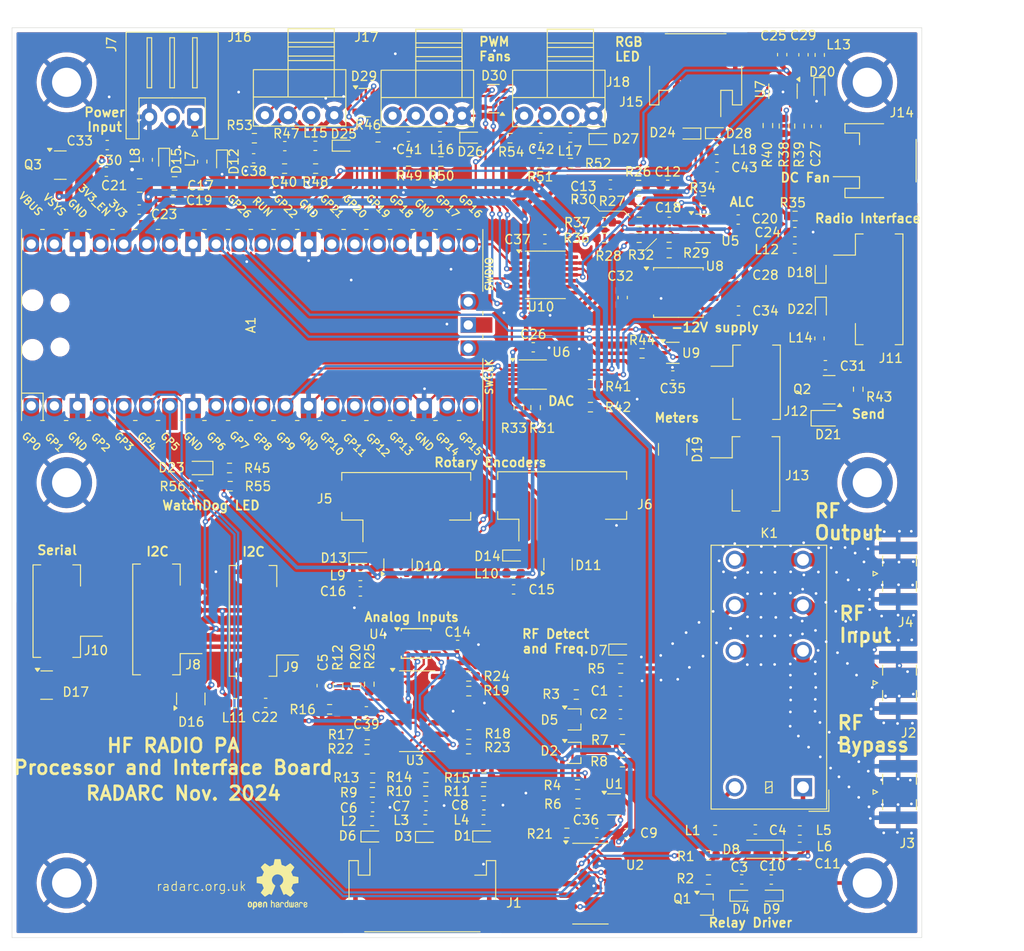
<source format=kicad_pcb>
(kicad_pcb (version 20240108) (generator "pcbnew") (generator_version "8.0")
  (layers (0 "F.Cu" signal) (31 "B.Cu" signal) (34 "B.Paste" user) (35 "F.Paste" user) (36 "B.SilkS" user "B.Silkscreen") (37 "F.SilkS" user "F.Silkscreen") (38 "B.Mask" user) (39 "F.Mask" user) (44 "Edge.Cuts" user))
  (net 0 "")
  (net 1 "Net-(C1-Pad2)")
  (net 2 "Net-(D7-K)")
  (net 3 "Net-(D2-COM)")
  (net 4 "Net-(D4-K)")
  (net 5 "GND")
  (net 6 "Net-(D8-K)")
  (net 7 "Net-(C5-Pad1)")
  (net 8 "Net-(C6-Pad1)")
  (net 9 "Net-(C7-Pad1)")
  (net 10 "Net-(C8-Pad1)")
  (net 11 "+3.3V")
  (net 12 "+12V")
  (net 13 "Net-(C13-Pad1)")
  (net 14 "-VA")
  (net 15 "+VA")
  (net 16 "+5V")
  (net 17 "/FAN_EN")
  (net 18 "Net-(U7-VOUT)")
  (net 19 "Net-(D20-K)")
  (net 20 "Net-(U8-CAP+)")
  (net 21 "Net-(U8-CAP-)")
  (net 22 "Net-(C41-Pad1)")
  (net 23 "Net-(C42-Pad1)")
  (net 24 "Net-(D1-K)")
  (net 25 "Net-(D3-K)")
  (net 26 "Net-(D5-COM)")
  (net 27 "Net-(D5-K)")
  (net 28 "Net-(D6-K)")
  (net 29 "/EN1_SW")
  (net 30 "/EN1_DT")
  (net 31 "/EN1_CK")
  (net 32 "/EN2_SW")
  (net 33 "/EN2_CK")
  (net 34 "/EN2_DT")
  (net 35 "Net-(D13-K)")
  (net 36 "Net-(D14-K)")
  (net 37 "/SDA_EXT")
  (net 38 "Net-(J8-Pin_3)")
  (net 39 "/SCL_EXT")
  (net 40 "/TX")
  (net 41 "/RX")
  (net 43 "Net-(D18-A2)")
  (net 44 "/SEND")
  (net 45 "Net-(D23-K)")
  (net 46 "Net-(D24-K)")
  (net 47 "Net-(D25-K)")
  (net 48 "Net-(D26-K)")
  (net 49 "/RPM_2")
  (net 50 "/RPM_1")
  (net 51 "/RPM_3")
  (net 52 "Net-(D28-K)")
  (net 53 "Net-(J12-Pin_1)")
  (net 54 "Net-(J13-Pin_1)")
  (net 55 "Net-(J2-In)")
  (net 56 "Net-(J3-In)")
  (net 57 "Net-(J4-In)")
  (net 58 "Net-(D12-K)")
  (net 59 "Net-(D15-K)")
  (net 60 "Net-(J16-Pin_4)")
  (net 61 "Net-(J17-Pin_4)")
  (net 62 "Net-(J18-Pin_4)")
  (net 63 "Net-(K1-PadA2)")
  (net 64 "Net-(K1-PadA1)")
  (net 65 "Net-(Q1-B)")
  (net 66 "/SE_OUT")
  (net 67 "Net-(A1-VBUS)")
  (net 68 "Net-(A1-VSYS)")
  (net 69 "/RELAY")
  (net 70 "Net-(U4-AIN1)")
  (net 71 "Net-(U4-AIN2)")
  (net 72 "Net-(U4-AIN3)")
  (net 73 "Net-(U4-AIN0)")
  (net 74 "/ALC_V")
  (net 75 "Net-(U5-+)")
  (net 76 "Net-(U5--)")
  (net 77 "/SCL_INT")
  (net 78 "/SDA_INT")
  (net 79 "Net-(R34-Pad2)")
  (net 80 "Net-(U7-ADJ)")
  (net 81 "/FAN_V")
  (net 82 "Net-(U6-VOUTA)")
  (net 83 "Net-(U6-VOUTB)")
  (net 84 "/LED")
  (net 86 "/FREQ")
  (net 92 "/SE_IN")
  (net 94 "/PWM_2")
  (net 95 "/RGB")
  (net 96 "/PWM_3")
  (net 97 "/PWM_1")
  (net 101 "unconnected-(A1-ADC_VREF-Pad35)")
  (net 106 "Net-(C24-Pad1)")
  (net 107 "Net-(D21-K)")
  (net 108 "Net-(C40-Pad1)")
  (net 110 "Net-(D21-A)")
  (net 111 "Net-(D27-K)")
  (net 112 "Net-(U3B-+)")
  (net 113 "Net-(U3C-+)")
  (net 114 "Net-(U3D-+)")
  (net 115 "Net-(U3A-+)")
  (net 116 "Net-(U3B--)")
  (net 117 "Net-(U3C--)")
  (net 118 "Net-(U3D--)")
  (net 119 "Net-(U3A--)")
  (net 120 "Net-(U2A-~{R})")
  (net 121 "Net-(U2A-C)")
  (net 123 "Net-(U2A-D)")
  (footprint "Resistor_SMD:R_0603_1608Metric" (layer "F.Cu") (at 139.015 129.32 180)
    (property "Reference" "R22")
    (property "Value" "10k")
  )
  (footprint "Resistor_SMD:R_0603_1608Metric" (layer "F.Cu") (at 172.23 74.76)
    (property "Reference" "R29")
    (property "Value" "10k")
  )
  (footprint "Package_SO:SOIC-8_5.23x5.23mm_P1.27mm" (layer "F.Cu") (at 173.24 79.1)
    (property "Reference" "U8")
    (property "Value" "LTC1044")
  )
  (footprint "Capacitor_SMD:C_0603_1608Metric" (layer "F.Cu") (at 134.04 122.31 -90)
    (property "Reference" "C5")
    (property "Value" "10n")
  )
  (footprint "Inductor_SMD:L_0603_1608Metric" (layer "F.Cu") (at 161.37 62.07)
    (property "Reference" "L17")
    (property "Value" "L_Ferrite")
  )
  (footprint "Capacitor_SMD:C_0603_1608Metric" (layer "F.Cu") (at 179.87 77.13)
    (property "Reference" "C28")
    (property "Value" "10uF")
  )
  (footprint "Package_SO:MSOP-10_3x3mm_P0.5mm" (layer "F.Cu") (at 157.2425 88.12)
    (property "Reference" "U6")
    (property "Value" "MCP4728")
  )
  (footprint "Relay_THT:Relay_SPDT_Omron_G2RL-1-E" (layer "F.Cu") (at 186.9375 133.4775 180)
    (property "Reference" "K1")
    (property "Value" "G2RL-1-E")
  )
  (footprint "Resistor_SMD:R_0603_1608Metric" (layer "F.Cu") (at 139.61 134.03)
    (property "Reference" "R9")
    (property "Value" "10k")
  )
  (footprint "Resistor_SMD:R_0603_1608Metric" (layer "F.Cu") (at 163.575 91.7)
    (property "Reference" "R42")
    (property "Value" "3k3")
  )
  (footprint "Resistor_SMD:R_0603_1608Metric" (layer "F.Cu") (at 135.83 122.265 -90)
    (property "Reference" "R12")
    (property "Value" "10k")
  )
  (footprint "Diode_SMD:D_SOD-123" (layer "F.Cu") (at 182.4 140.29 180)
    (property "Reference" "D8")
    (property "Value" "1N5400")
  )
  (footprint "Package_TO_SOT_SMD:SOT-143" (layer "F.Cu") (at 142.43 109.02 90)
    (property "Reference" "D10")
    (property "Value" "SP0503BAHT" (hide yes))
  )
  (footprint "Connector_JST:JST_XH_S3B-XH-A_1x03_P2.50mm_Horizontal" (layer "F.Cu") (at 120.1 59.8 180)
    (property "Reference" "J7")
    (property "Value" "Conn_01x04")
  )
  (footprint "Resistor_SMD:R_0603_1608Metric" (layer "F.Cu") (at 129.96 65.48)
    (property "Reference" "R47")
    (property "Value" "NF")
  )
  (footprint "Resistor_SMD:R_0603_1608Metric" (layer "F.Cu") (at 175.99 68.99 180)
    (property "Reference" "R34")
    (property "Value" "30k")
  )
  (footprint "Resistor_SMD:R_0603_1608Metric" (layer "F.Cu") (at 161.39 64.88)
    (property "Reference" "R52")
    (property "Value" "0R")
  )
  (footprint "Resistor_SMD:R_0603_1608Metric" (layer "F.Cu") (at 126.64 62.14)
    (property "Reference" "R53")
    (property "Value" "3k3")
  )
  (footprint "Connector_JST:JST_PH_S3B-PH-SM4-TB_1x03-1MP_P2.00mm_Horizontal" (layer "F.Cu") (at 175.14 55.17 180)
    (property "Reference" "J15")
    (property "Value" "Conn_01x03")
  )
  (footprint "Resistor_SMD:R_0603_1608Metric" (layer "F.Cu") (at 168.8775 67.3)
    (property "Reference" "R26")
    (property "Value" "1k")
  )
  (footprint "Inductor_SMD:L_0603_1608Metric" (layer "F.Cu") (at 151.82 137.05)
    (property "Reference" "L4")
    (property "Value" "L_Ferrite")
  )
  (footprint "Capacitor_SMD:C_0603_1608Metric" (layer "F.Cu") (at 148.98 117.84)
    (property "Reference" "C14")
    (property "Value" "100n")
  )
  (footprint "Resistor_SMD:R_0603_1608Metric" (layer "F.Cu") (at 168.93 71.34)
    (property "Reference" "R30")
    (property "Value" "10k")
  )
  (footprint "Resistor_SMD:R_0603_1608Metric" (layer "F.Cu") (at 151.82 133.93)
    (property "Reference" "R11")
    (property "Value" "10k")
  )
  (footprint "Resistor_SMD:R_0603_1608Metric" (layer "F.Cu") (at 168.8675 69.02 180)
    (property "Reference" "R27")
    (property "Value" "1k")
  )
  (footprint "Capacitor_SMD:C_0603_1608Metric" (layer "F.Cu") (at 189.4 87.09)
    (property "Reference" "C31")
    (property "Value" "100n")
  )
  (footprint "Diode_SMD:D_SOD-323" (layer "F.Cu") (at 189.44 92.92)
    (property "Reference" "D21")
    (property "Value" "D_Small")
  )
  (footprint "Connector_JST:JST_PH_B4B-PH-SM4-TB_1x04-1MP_P2.00mm_Vertical" (layer "F.Cu") (at 128.24 115.19 90)
    (property "Reference" "J9")
    (property "Value" "Conn_01x04")
  )
  (footprint "Package_TO_SOT_SMD:SOT-143" (layer "F.Cu") (at 172.615 96.335 -90)
    (property "Reference" "D19")
    (property "Value" "SP0503BAHT")
  )
  (footprint "Resistor_SMD:R_0603_1608Metric" (layer "F.Cu") (at 143.5875 64.69)
    (property "Reference" "R49")
    (property "Value" "NF")
  )
  (footprint "Connector_JST:JST_PH_B4B-PH-SM4-TB_1x04-1MP_P2.00mm_Vertical" (layer "F.Cu") (at 117.63 115.03 90)
    (property "Reference" "J8")
    (property "Value" "Conn_01x04")
  )
  (footprint "Resistor_SMD:R_0603_1608Metric" (layer "F.Cu") (at 183.08 60.747592 -90)
    (property "Reference" "R40")
    (property "Value" "10k")
  )
  (footprint "Inductor_SMD:L_0603_1608Metric" (layer "F.Cu") (at 139.58 137.18)
    (property "Reference" "L2")
    (property "Value" "L_Ferrite")
  )
  (footprint "Capacitor_SMD:C_0603_1608Metric" (layer "F.Cu") (at 126.56 64.35 180)
    (property "Reference" "C38")
    (property "Value" "10n")
  )
  (footprint "HF_PA:KF2510-4AW_3+1P" (layer "F.Cu") (at 131.61 59.61 180)
    (property "Reference" "J16")
    (property "Value" "Conn_01x04")
  )
  (footprint "Connector_JST:JST_PH_B5B-PH-SM4-TB_1x05-1MP_P2.00mm_Vertical" (layer "F.Cu") (at 160.47 103.16)
    (property "Reference" "J6")
    (property "Value" "Conn_01x05")
  )
  (footprint "MountingHole:MountingHole_3.2mm_M3_DIN965_Pad" (layer "F.Cu") (at 194 56)
    (property "Reference" "H2" (hide yes))
    (property "Value" "MountingHole_Pad")
  )
  (footprint "Package_TO_SOT_SMD:SOT-143" (layer "F.Cu") (at 103.8 122.25)
    (property "Reference" "D17")
    (property "Value" "SP0503BAHT")
  )
  (footprint "Resistor_SMD:R_0603_1608Metric" (layer "F.Cu") (at 120.76 100.32 180)
    (property "Reference" "R56")
    (property "Value" "4k7")
  )
  (footprint "Connector_JST:JST_PH_B3B-PH-SM4-TB_1x03-1MP_P2.00mm_Vertical" (layer "F.Cu") (at 106.67 114.12 90)
    (property "Reference" "J10")
    (property "Value" "Conn_01x03")
  )
  (footprint "Diode_SMD:D_SOD-523" (layer "F.Cu") (at 164.69 62.24)
    (property "Reference" "D27")
    (property "Value" "SMF4L12A" (hide yes))
  )
  (footprint "Resistor_SMD:R_0603_1608Metric" (layer "F.Cu") (at 167.095 130.7125)
    (property "Reference" "R8")
    (property "Value" "10k")
  )
  (footprint "MountingHole:MountingHole_3.2mm_M3_DIN965_Pad" (layer "F.Cu") (at 106 100)
    (property "Reference" "H6" (hide yes))
    (property "Value" "MountingHole_Pad")
  )
  (footprint "HF_PA:KF2510-4AW_3+1P" (layer "F.Cu") (at 160.1 59.67 180)
    (property "Reference" "J18")
    (property "Value" "Conn_01x04")
  )
  (footprint "Resistor_SMD:R_0603_1608Metric" (layer "F.Cu") (at 150.21 127.67 180)
    (property "Reference" "R18")
    (property "Value" "10k")
  )
  (footprint "Package_TO_SOT_SMD:SOT-353_SC-70-5" (layer "F.Cu") (at 172.63 85.73)
    (property "Reference" "U9")
    (property "Value" "74LVC1G17")
  )
  (footprint "Resistor_SMD:R_0603_1608Metric" (layer "F.Cu") (at 139.64 132.44 180)
    (property "Reference" "R13")
    (property "Value" "10k")
  )
  (footprint "Resistor_SMD:R_0603_1608Metric" (layer "F.Cu") (at 145.47 133.91)
    (property "Reference" "R10")
    (property "Value" "10k")
  )
  (footprint "Inductor_SMD:L_0603_1608Metric" (layer "F.Cu") (at 114.92 64.52 -90)
    (property "Reference" "L8")
    (property "Value" "L_Ferrite")
  )
  (footprint "Inductor_SMD:L_0603_1608Metric" (layer "F.Cu") (at 186.0325 74.27)
    (property "Reference" "L12")
    (property "Value" "L_Ferrite")
  )
  (footprint "Inductor_SMD:L_0603_1608Metric" (layer "F.Cu") (at 147.0425 61.97)
    (property "Reference" "L16")
    (property "Value" "L_Ferrite")
  )
  (footprint "Resistor_SMD:R_0603_1608Metric" (layer "F.Cu") (at 155.71 91.74 90)
    (property "Reference" "R33")
    (property "Value" "4k7")
  )
  (footprint "Capacitor_SMD:C_0603_1608Metric" (layer "F.Cu") (at 113.985 69.99 180)
    (property "Reference" "C23")
    (property "Value" "10n")
  )
  (footprint "Capacitor_SMD:C_0603_1608Metric" (layer "F.Cu") (at 186.05 72.46)
    (property "Reference" "C24")
    (property "Value" "100n")
  )
  (footprint "Inductor_SMD:L_0603_1608Metric" (layer "F.Cu") (at 186.58 140.03)
    (property "Reference" "L6")
    (property "Value" "L_Ferrite")
  )
  (footprint "Resistor_SMD:R_0603_1608Metric" (layer "F.Cu") (at 157.55 91.75 90)
    (property "Reference" "R31")
    (property "Value" "4k7")
  )
  (footprint "HF_PA:RPi_Pico_SMD_TH" (layer "F.Cu") (at 126.25 82.67 90)
    (property "Reference" "A1")
    (property "Value" "RaspberryPi_Pico")
  )
  (footprint "Package_TO_SOT_SMD:SOT-23-5" (layer "F.Cu") (at 184.74 56.970092 -90)
    (property "Reference" "U7")
    (property "Value" "AP2204K-ADJ")
  )
  (footprint "Diode_SMD:D_SOD-523" (layer "F.Cu") (at 136.46 62.96)
    (property "Reference" "D25")
    (property "Value" "SMF4L12A")
  )
  (footprint "Capacitor_SMD:C_0603_1608Metric" (layer "F.Cu") (at 179.85 81.1)
    (property "Reference" "C34")
    (property "Value" "10uF")
  )
  (footprint "Resistor_SMD:R_0603_1608Metric" (layer "F.Cu") (at 134.91 124.91)
    (property "Reference" "R16")
    (property "Value" "10k")
  )
  (footprint "Capacitor_SMD:C_0603_1608Metric" (layer "F.Cu") (at 138.95 125.13 180)
    (property "Reference" "C39")
    (property "Value" "10n")
  )
  (footprint "Package_TO_SOT_SMD:SOT-323_SC-70" (layer "F.Cu") (at 161.8 126.0225)
    (property "Reference" "D5")
    (property "Value" "BAT54SW")
  )
  (footprint "Diode_SMD:D_SOD-523" (layer "F.Cu") (at 180.17 145.4)
    (property "Reference" "D4")
    (property "Value" "SMF4L12A")
  )
  (footprint "Resistor_SMD:R_0603_1608Metric" (layer "F.Cu") (at 163.575 89.19)
    (property "Reference" "R41")
    (property "Value" "3k3")
  )
  (footprint "HF_PA:SMA_Samtec_SMA-J-P-X-ST-EM1_EdgeMount" (layer "F.Cu") (at 197.4 122 90)
    (property "Reference" "J2")
    (property "Value" "Conn_Coaxial")
  )
  (footprint "HF_PA:SMA_Samtec_SMA-J-P-X-ST-EM1_EdgeMount" (layer "F.Cu") (at 197.4 110 90)
    (property "Reference" "J4")
    (property "Value" "Conn_Coaxial")
  )
  (footprint "Connector_JST:JST_PH_S6B-PH-SM4-TB_1x06-1MP_P2.00mm_Horizontal" (layer "F.Cu") (at 145.1 144.85)
    (property "Reference" "J1")
    (property "Value" "Conn_01x06")
  )
  (footprint "Capacitor_SMD:C_0603_1608Metric" (layer "F.Cu") (at 129.9825 63.01 180)
    (property "Reference" "C40")
    (property "Value" "10n")
  )
  (footprint "Inductor_SMD:L_0603_1608Metric" (layer "F.Cu") (at 133.34 62.98)
    (property "Reference" "L15")
    (property "Value" "L_Ferrite")
  )
  (footprint "Capacitor_SMD:C_0603_1608Metric" (layer "F.Cu") (at 172.07 67.27)
    (property "Reference" "C12")
    (property "Value" "100n")
  )
  (footprint "Package_TO_SOT_SMD:SOT-143" (layer "F.Cu") (at 138.76 58.23)
    (property "Reference" "D29")
    (property "Value" "SP0503BAHT")
  )
  (footprint "Resistor_SMD:R_0603_1608Metric" (layer "F.Cu") (at 162.21 135.2725)
    (property "Reference" "R6")
    (property "Value" "470")
  )
  (footprint "Capacitor_SMD:C_0603_1608Metric" (layer "F.Cu") (at 138.29 111.95)
    (property "Reference" "C16")
    (property "Value" "100n")
  )
  (footprint "Capacitor_SMD:C_0603_1608Metric" (layer "F.Cu") (at 181.7 138.12)
    (property "Reference" "C4")
    (property "Value" "10n")
  )
  (footprint "Capacitor_SMD:C_0603_1608Metric" (layer "F.Cu") (at 157.29 85.12)
    (property "Reference" "C26")
    (property "Value" "100n")
  )
  (footprint "Package_TO_SOT_SMD:SOT-23" (layer "F.Cu") (at 189.8125 89.79 180)
    (property "Reference" "Q2")
    (property "Value" "2N7002")
  )
  (footprint "Capacitor_SMD:C_0603_1608Metric" (layer "F.Cu") (at 158.12 62.1 180)
    (property "Reference" "C42")
    (property "Value" "10n")
  )
  (footprint "Resistor_SMD:R_0603_1608Metric" (layer "F.Cu") (at 150.18 129.28)
    (property "Reference" "R23")
    (property "Value" "10k")
  )
  (footprint "Inductor_SMD:L_0603_1608Metric" (layer "F.Cu") (at 145.42 137.03)
    (property "Reference" "L3")
    (property "Value" "L_Ferrite")
  )
  (footprint "Inductor_SMD:L_0603_1608Metric" (layer "F.Cu") (at 188.75 84.15 90)
    (property "Reference" "L14")
    (property "Value" "L_Ferrite")
  )
  (footprint "Diode_SMD:D_SOD-523" (layer "F.Cu") (at 145.61 138.94)
    (property "Reference" "D3")
    (property "Value" "SMF4L5.0A")
  )
  (footprint "Package_TO_SOT_SMD:SOT-143" (layer "F.Cu") (at 119.65 123.77 90)
    (property "Reference" "D16")
    (property "Value" "SP0503BAHT")
  )
  (footprint "Capacitor_SMD:C_0603_1608Metric" (layer "F.Cu") (at 117.67 68.92 180)
    (property "Reference" "C19")
    (property "Value" "10n")
  )
  (footprint "MountingHole:MountingHole_3.2mm_M3_DIN965_Pad" (layer "F.Cu") (at 106 144)
    (property "Reference" "H3" (hide yes))
    (property "Value" "MountingHole_Pad")
  )
  (footprint "Capacitor_SMD:C_0603_1608Metric" (layer "F.Cu") (at 167.48 138.5225)
    (property "Reference" "C9")
    (property "Value" "10n")
  )
  (footprint "Resistor_SMD:R_0603_1608Metric" (layer "F.Cu") (at 186.55 60.807592 90)
    (property "Reference" "R39")
    (property "Value" "10k")
  )
  (footprint "Capacitor_SMD:C_0603_1608Metric" (layer "F.Cu") (at 139.64 135.66)
    (property "Reference" "C6")
    (property "Value" "10n")
  )
  (footprint "Capacitor_SMD:C_0603_1608Metric" (layer "F.Cu") (at 151.87 135.45)
    (property "Reference" "C8")
    (property "Value" "10n")
  )
  (footprint "Resistor_SMD:R_0603_1608Metric" (layer "F.Cu") (at 162.16 133.1925)
    (property "Reference" "R4")
    (property "Value" "1k")
  )
  (footprint "Diode_SMD:D_SOD-523" (layer "F.Cu") (at 150.4725 62.08)
    (property "Reference" "D26")
    (property "Value" "SMF4L12A")
  )
  (footprint "Diode_SMD:D_SOD-523" (layer "F.Cu") (at 174.4475 61.63 180)
    (property "Reference" "D24")
    (property "Value" "SMF4L5.0A")
  )
  (footprint "Resistor_SMD:R_0603_1608Metric" (layer "F.Cu") (at 147.14 64.7)
    (property "Reference" "R50")
    (property "Value" "0R")
  )
  (footprint "Capacitor_SMD:C_0603_1608Metric" (layer "F.Cu") (at 184.65 52.957592 90)
    (property "Reference" "C25")
    (property "Value" "1uF")
  )
  (footprint "Resistor_SMD:R_0603_1608Metric" (layer "F.Cu") (at 193.01 89.73 90)
    (property "Reference" "R43")
    (property "Value" "10k")
  )
  (footprint "Connector_JST:JST_PH_B5B-PH-SM4-TB_1x05-1MP_P2.00mm_Vertical" (layer "F.Cu") (at 143.33 103.25)
    (property "Reference" "J5")
    (property "Value" "Conn_01x05")
  )
  (footprint "Capacitor_SMD:C_0603_1608Metric" (layer "F.Cu") (at 110.465 62.895)
    (property "Reference" "C33")
    (property "Value" "10n")
  )
  (footprint "Capacitor_SMD:C_0603_1608Metric" (layer "F.Cu") (at 172.63 88.22 180)
    (property "Reference" "C35")
    (property "Value" "10n")
  )
  (footprint "Inductor_SMD:L_0603_1608Metric" (layer "F.Cu") (at 124.56 124.23)
    (property "Reference" "L11")
    (property "Value" "L_Ferrite")
  )
  (footprint "Resistor_SMD:R_0603_1608Metric" (layer "F.Cu") (at 166.895 120.4225 180)
    (property "Reference" "R5")
    (property "Value" "220")
  )
  (footprint "MountingHole:MountingHole_3.2mm_M3_DIN965_Pad" (layer "F.Cu") (at 194 100)
    (property "Reference" "H5" (hide yes))
    (property "Value" "MountingHole_Pad")
  )
  (footprint "Inductor_SMD:L_0603_1608Metric" (layer "F.Cu") (at 155.13 109.97)
    (property "Reference" "L10")
    (property "Value" "L_Ferrite")
  )
  (footprint "Resistor_SMD:R_0603_1608Metric" (layer "F.Cu") (at 139.27 122.15 90)
    (property "Reference" "R25")
    (property "Value" "10k")
  )
  (footprint "Package_TO_SOT_SMD:SOT-323_SC-70" (layer "F.Cu") (at 161.8 129.7)
    (property "Reference" "D2")
    (property "Value" "BAT54SW")
  )
  (footprint "Resistor_SMD:R_0603_1608Metric" (layer "F.Cu") (at 184.85 60.797592 -90)
    (property "Reference" "R38")
    (property "Value" "10k")
  )
  (footprint "Inductor_SMD:L_0603_1608Metric" (layer "F.Cu") (at 177.28 138.18)
    (property "Reference" "L1")
    (property "Value" "L_Ferrite")
  )
  (footprint "Diode_SMD:D_SOD-523" (layer "F.Cu") (at 183.48 145.39 180)
    (property "Reference" "D9")
    (property "Value" "SMF4L12A")
  )
  (footprint "Connector_JST:JST_PH_S2B-PH-SM4-TB_1x02-1MP_P2.00mm_Horizontal" (layer "F.Cu") (at 194.86 64.61 90)
    (property "Reference" "J14")
    (property "Value" "Conn_01x02")
  )
  (footprint "Package_TO_SOT_SMD:SOT-23-5" (layer "F.Cu") (at 175.96 72.05)
    (property "Reference" "U5")
    (property "Value" "TLV9361")
  )
  (footprint "Capacitor_SMD:C_0603_1608Metric" (layer "F.Cu") (at 166.875 125.4425 180)
    (property "Reference" "C2")
    (property "Value" "1nF")
  )
  (footprint "LED_SMD:LED_0603_1608Metric" (layer "F.Cu") (at 120.595 98.39 180)
    (property "Reference" "D23")
    (property "Value" "LED Green")
  )
  (footprint "Capacitor_SMD:C_0603_1608Metric" (layer "F.Cu") (at 143.5725 61.98 180)
    (property "Reference" "C41")
    (property "Value" "10n")
  )
  (footprint "Capacitor_SMD:C_0603_1608Metric" (layer "F.Cu") (at 186.99 52.972592 -90)
    (property "Reference" "C29")
    (property "Value" "100n")
  )
  (footprint "Capacitor_SMD:C_0603_1608Metric" (layer "F.Cu") (at 127.88 124.21)
    (property "Reference" "C22")
    (property "Value" "100n")
  )
  (footprint "Resistor_SMD:R_0603_1608Metric" (layer "F.Cu") (at 145.5 132.42 180)
    (property "Reference" "R14")
    (property "Value" "10k")
  )
  (footprint "Inductor_SMD:L_0603_1608Metric" (layer "F.Cu") (at 138.29 110.26)
    (property "Reference" "L9")
    (property "Value" "L_Ferrite")
  )
  (footprint "Capacitor_SMD:C_0603_1608Metric" (layer "F.Cu") (at 172.23 71.34 180)
    (property "Reference" "C18")
    (property "Value" "100n")
  )
  (footprint "Diode_SMD:D_SOD-523" (layer "F.Cu") (at 166.855 118.3425)
    (property "Reference" "D7")
    (property "Value" "SMF4L5.0A")
  )
  (footprint "Diode_SMD:D_SOD-523" (layer "F.Cu") (at 188.74 56.737592 -90)
    (property "Reference" "D20")
    (property "Value" "SMF4L12A")
  )
  (footprint "Resistor_SMD:R_0603_1608Metric" (layer "F.Cu") (at 160.99 138.5025 180)
    (property "Reference" "R21")
    (property "Value" "10k")
  )
  (footprint "Capacitor_SMD:C_0603_1608Metric" (layer "F.Cu") (at 158.57 73.24 180)
    (property "Reference" "C37")
    (property "Value" "10n")
  )
  (footprint "Inductor_SMD:L_0603_1608Metric" (layer "F.Cu") (at 177.45 63.42)
    (property "Reference" "L18")
    (property "Value" "L_Ferrite")
  )
  (footprint "Diode_SMD:D_SOD-523" (layer "F.Cu") (at 139.6125 138.89)
    (property "Reference" "D6")
    (property "Value" "SMF4L5.0A")
  )
  (footprint "Package_TO_SOT_SMD:SOT-353_SC-70-5" (layer "F.Cu") (at 166.17 135.3625)
    (property "Reference" "U1")
    (property "Value" "74LVC1G17")
  )
  (footprint "Resistor_SMD:R_0603_1608Metric" (layer "F.Cu") (at 154.74 62.14)
    (property "Reference" "R54")
    (property "Value" "3k3")
  )
  (footprint "Connector_JST:JST_PH_B2B-PH-SM4-TB_1x02-1MP_P2.00mm_Vertical" (layer "F.Cu") (at 180.02 99.03 -90)
    (property "Reference" "J13")
    (property "Value" "Conn_01x02")
  )
  (footprint "Package_TO_SOT_SMD:SOT-143" (layer "F.Cu") (at 152.9 57.79 180)
    (property "Reference" "D30")
    (property "Value" "SP0503BAHT")
  )
  (footprint "Resistor_SMD:R_0603_1608Metric" (layer "F.Cu") (at 157.985 64.88)
    (property "Reference" "R51")
    (property "Value" "NF")
  )
  (footprint "Inductor_SMD:L_0603_1608Metric" (layer "F.Cu") (at 188.78 52.992592 -90)
    (property "Reference" "L13")
    (property "Value" "L_Ferrite")
  )
  (footprint "Resistor_SMD:R_0603_1608Metric" (layer "F.Cu") (at 186.07 70.69)
    (property "Reference" "R35")
    (property "Value" "1k")
  )
  (footprint "Resistor_SMD:R_0603_1608Metric" (layer "F.Cu") (at 168.93 73.08)
    (property "Reference" "R28")
    (property "Value" "10k")
  )
  (footprint "Capacitor_SMD:C_0805_2012Metric" (layer "F.Cu") (at 114.03 67.34 180)
    (property "Reference" "C21")
    (property "Value" "10u")
  )
  (footprint "Capacitor_SMD:C_0603_1608Metric" (layer "F.Cu") (at 180.2 143.61)
    (property "Reference" "C3")
    (property "Value" "10n")
  )
  (footprint "Package_TO_SOT_SMD:SOT-23" (layer "F.Cu") (at 105.3075 65.1)
    (property "Reference" "Q3")
    (property "Value" "DMG2305UX")
  )
  (footprint "Capacitor_SMD:C_0603_1608Metric" (layer "F.Cu") (at 166.875 122.9325 180)
    (property "Reference" "C1")
    (property "Value" "1nF")
  )
  (footprint "Diode_SMD:D_SOD-523" (layer "F.Cu") (at 151.9 138.88)
    (property "Reference" "D1")
    (property "Value" "SMF4L5.0A")
  )
  (footprint "Resistor_SMD:R_0603_1608Metric" (layer "F.Cu") (at 176.57 140.97)
    (property "Reference" "R1")
    (property "Value" "4k7")
  )
  (footprint "Resistor_SMD:R_0603_1608Metric" (layer "F.Cu") (at 140.23 62.03)
    (property "Reference" "R46")
    (property "Value" "3k3")
  )
  (footprint "Capacitor_SMD:C_0603_1608Metric" (layer "F.Cu") (at 155.13 111.73)
    (property "Reference" "C15")
    (property "Value" "100n")
  )
  (footprint "Capacitor_SMD:C_0603_1608Metric" (layer "F.Cu") (at 164.28 138.5025 180)
    (property "Reference" "C36")
    (property "Value" "10n")
  )
  (footprint "Capacitor_SMD:C_0603_1608Metric" (layer "F.Cu") (at 167.12 79.655 -90)
    (property "Reference" "C32")
    (property "Value" "10uF")
  )
  (footprint "Capacitor_SMD:C_0603_1608Metric" (layer "F.Cu") (at 179.8175 71.08)
    (property "Reference" "C20")
    (property "Value" "100n")
  )
  (footprint "Resistor_SMD:R_0603_1608Metric" (layer "F.Cu") (at 150.2 121.29)
    (property "Reference" "R24")
    (property "Value" "10k")
  )
  (footprint "Capacitor_SMD:C_0603_1608Metric" (layer "F.Cu") (at 145.5 135.54)
    (property "Reference" "C7")
    (property "Value" "10n")
  )
  (footprint "Diode_SMD:D_SOD-523" (layer "F.Cu") (at 155.1875 108.01)
    (property "Reference" "D14")
    (property "Value" "SMF4L5.0A")
  )
  (footprint "Resistor_SMD:R_0603_1608Metric" (layer "F.Cu") (at 151.87 132.42 180)
    (property "Reference" "R15")
    (property "Value" "10k")
  )
  (footprint "Diode_SMD:D_SOD-523" (layer "F.Cu") (at 188.9 80.87 -90)
    (property "Reference" "D22")
    (property "Value" "SMF4L12A")
  )
  (footprint "MountingHole:MountingHole_3.2mm_M3_DIN965_Pad" (layer "F.Cu") (at 106 56)
    (property "Reference" "H1" (hide yes))
    (property "Value" "MountingHole_Pad")
  )
  (footprint "Resistor_SMD:R_0603_1608Metric" (layer "F.Cu") (at 137.81 122.26 90)
    (property "Reference" "R20")
    (property "Value" "10k")
  )
  (footprint "Inductor_SMD:L_0603_1608Metric" (layer "F.Cu") (at 186.59 138.23 180)
    (property "Reference" "L5")
    (property "Value" "L_Ferrite")
  )
  (footprint "Resistor_SMD:R_0603_1608Metric" (layer "F.Cu") (at 176.55 143.63)
    (property "Reference" "R2")
    (property "Value" "10k")
  )
  (footprint "Capacitor_SMD:C_0603_1608Metric" (layer "F.Cu") (at 186.59 142)
    (property "Reference" "C11")
    (property "Value" "100n")
  )
  (footprint "Resistor_SMD:R_0603_1608Metric" (layer "F.Cu") (at 165.13 73.11)
    (property "Reference" "R36")
    (property "Value" "0R")
  )
  (footprint "Connector_JST:JST_PH_B2B-PH-SM4-TB_1x02-1MP_P2.00mm_Vertical" (layer "F.Cu") (at 180.085 88.965 -90)
    (property "Reference" "J12")
    (property "Value" "Conn_01x02")
  )
  (footprint "MountingHole:MountingHole_3.2mm_M3_DIN965_Pad" (layer "F.Cu") (at 194 144)
    (property "Reference" "H4" (hide yes))
    (property "Value" "MountingHole_Pad")
  )
  (footprint "Resistor_SMD:R_0603_1608Metric" (layer "F.Cu") (at 167.095 128.2025)
    (property "Reference" "R7")
    (property "Value" "10k")
  )
  (footprint "Capacitor_SMD:C_0603_1608Metric" (layer "F.Cu") (at 165.77 67.24 180)
    (property "Reference" "C13")
    (property "Value" "100n")
  )
  (footprint "HF_PA:KF2510-4AW_3+1P" (layer "F.Cu") (at 145.65 59.67 180)
    (property "Reference" "J17")
    (property "Value" "Conn_01x04")
  )
  (footprint "Package_SO:TSSOP-10_3x3mm_P0.5mm" (layer "F.Cu") (at 144.415 117.6725)
    (property "Reference" "U4")
    (property "Value" "ADS1015IDGS")
  )
  (footprint "Symbol:OSHW-Logo2_7.3x6mm_SilkScreen" (layer "F.Cu") (at 129.19 144.14)
    (property "Reference" "SYM1" (hide yes))
    (property "Value" "Logo_Open_Hardware_Small" (hide yes))
  )
  (footprint "Resistor_SMD:R_0603_1608Metric" (layer "F.Cu") (at 123.98 100.39)
    (property "Reference" "R55")
    (property "Value" "4k7")
  )
  (footprint "Package_TO_SOT_SMD:SOT-143" (layer "F.Cu") (at 160.0175 108.98 90)
    (property "Reference" "D11")
    (property "Value" "SP0503BAHT")
  )
  (footprint "Resistor_SMD:R_0603_1608Metric" (layer "F.Cu") (at 133.37 65.48)
    (property "Reference" "R48")
    (property "Value" "0R")
  )
  (footprint "Diode_SMD:D_SOD-523" (layer "F.Cu") (at 188.87 76.82 90)
    (property "Reference" "D18")
    (property "Value" "ESD131-B1-W0201")
  )
  (footprint "Diode_SMD:D_SOD-523" (layer "F.Cu") (at 138.29 108.28)
    (property "Reference" "D13")
    (property "Value" "SMF4L5.0A")
  )
  (footprint "Resistor_SMD:R_0603_1608Metric" (layer "F.Cu") (at 150.205 122.91)
    (property "Reference" "R19")
    (property "Value" "10k")
  )
  (footprint "Package_SO:SOIC-14_3.9x8.7mm_P1.27mm" (layer "F.Cu") (at 144.535 125.12)
    (property "Reference" "U3")
    (property "Value" "TLV9364")
  )
  (footprint "Resistor_SMD:R_0603_1608Metric" (layer "F.Cu") (at 172.22 73.06)
    (property "Reference" "R32")
    (property "Value" "10k")
  )
  (footprint "Capacitor_SMD:C_0603_1608Metric" (layer "F.Cu") (at 183.45 143.62 180)
    (property "Reference" "C10")
    (property "Value" "10n")
  )
  (footprint "Diode_SMD:D_SOD-523" (layer "F.Cu") (at 123.09 64.7 -90)
    (property "Reference" "D12")
    (property "Value" "SMF4L12.0A")
  )
  (footprint "Diode_SMD:D_SOD-523" (layer "F.Cu") (at 177.48 61.59)
    (property "Reference" "D28")
    (property "Value" "SMF4L5.0A")
  )
  (footprint "Diode_SMD:D_SOD-523" (layer "F.Cu") (at 116.72 64.5125 -90)
    (property "Reference" "D15")
    (property "Value" "SMF4L5.0A")
  )
  (footprint "Capacitor_SMD:C_0805_2012Metric" (layer "F.Cu") (at 117.87 67.11 180)
    (property "Reference" "C17")
    (property "Value" "10u")
  )
  (footprint "Capacitor_SMD:C_0603_1608Metric" (layer "F.Cu") (at 110.365 65.825)
    (property "Reference" "C30")
    (property "Value" "10n")
  )
  (footprint "Inductor_SMD:L_0603_1608Metric" (layer "F.Cu") (at 120.91 64.71 -90)
    (property "Reference" "L7")
    (property "Value" "L_Ferrite")
  )
  (footprint "Package_TO_SOT_SMD:SOT-323_SC-70" (layer "F.Cu") (at 176.34 146.3825)
    (property "Reference" "Q1")
    (property "Value" "BC848W")
  )
  (footprint "Resistor_SMD:R_0603_1608Metric" (layer "F.Cu") (at 123.905 98.39)
    (property "Reference" "R45")
    (property "Value" "1k")
  )
  (footprint "Resistor_SMD:R_0603_1608Metric" (layer "F.Cu") (at 165.15 71.37)
    (property "Reference" "R37")
    (property "Value" "NF")
  )
  (footprint "Capacitor_SMD:C_0603_1608Metric" (layer "F.Cu") (at 177.49 65.32)
    (property "Reference" "C43")
    (property "Value" "100n")
  )
  (footprint "Package_SO:SOIC-14_3.9x8.7mm_P1.27mm" (layer "F.Cu") (at 163.575 144.0725)
    (property "Reference" "U2")
    (property "Value" "74LVC74")
  )
  (footprint "Package_SO:TSSOP-14_4.4x5mm_P0.65mm" (layer "F.Cu") (at 158.62 77.16)
    (property "Reference" "U10")
    (property "Value" "74AHCT125")
  )
  (footprint "Resistor_SMD:R_0603_1608Metric" (layer "F.Cu") (at 162.02 123.29 180)
    (property "Reference" "R3")
    (property "Value" "1k")
  )
  (footprint "Resistor_SMD:R_0603_1608Metric" (layer "F.Cu") (at 169.25 85.78)
    (property "Reference" "R44")
    (property "Value" "10k")
  )
  (footprint "HF_PA:SMA_Samtec_SMA-J-P-X-ST-EM1_EdgeMount" (layer "F.Cu") (at 197.4 134 90)
    (property "Reference" "J3")
    (property "Value" "Conn_Coaxial")
  )
  (footprint "Capacitor_SMD:C_0603_1608Metric" (layer "F.Cu") (at 188.39 60.827592 -90)
    (property "Reference" "C27")
    (property "Value" "1uF")
  )
  (footprint "Resistor_SMD:R_0603_1608Metric" (layer "F.Cu") (at 139.06 127.73)
    (property "Reference" "R17")
    (property "Value" "10k")
  )
  (footprint "Connector_JST:JST_PH_B4B-PH-SM4-TB_1x04-1MP_P2.00mm_Vertical" (layer "F.Cu") (at 193.56 78.75 -90)
    (property "Reference" "J11")
    (property "Value" "Conn_01x04")
  )
  (gr_line (start 164.57 70.16) (end 167.29 70.16) (stroke (width 0.1)) (layer "F.SilkS"))
  (gr_line (start 167.29 70.16) (end 167.93 70.8) (stroke (width 0.1)) (layer "F.SilkS"))
  (gr_line (start 163.93 69.52) (end 164.57 70.16) (stroke (width 0.1)) (layer "F.SilkS"))
  (gr_line (start 169.6 74.43) (end 170.84 73.19) (stroke (width 0.1)) (layer "F.SilkS"))
  (gr_line (start 100 50) (end 200 50) (stroke (width 0.05)) (layer "Edge.Cuts"))
  (gr_line (start 200 150) (end 100 150) (stroke (width 0.05)) (layer "Edge.Cuts"))
  (gr_line (start 100 150) (end 100 50) (stroke (width 0.05)) (layer "Edge.Cuts"))
  (gr_line (start 200 50) (end 200 150) (stroke (width 0.05)) (layer "Edge.Cuts"))
  (gr_text "Analog Inputs" (at 138.62 115.36 0) (layer "F.SilkS") (effects (font (size 1 1) (thickness 0.2) (bold yes)) (justify left bottom)))
  (gr_text "DC Fan" (at 184.36 67.06 0) (layer "F.SilkS") (effects (font (size 1 1) (thickness 0.2) (bold yes)) (justify left bottom)))
  (gr_text "Relay Driver" (at 176.46 148.95 0) (layer "F.SilkS") (effects (font (size 1 1) (thickness 0.2) (bold yes)) (justify left bottom)))
  (gr_text "I2C" (at 114.65 108.16 0) (layer "F.SilkS") (effects (font (size 1 1) (thickness 0.2) (bold yes)) (justify left bottom)))
  (gr_text "PWM\nFans" (at 151.23 53.73 0) (layer "F.SilkS") (effects (font (size 1 1) (thickness 0.2) (bold yes)) (justify left bottom)))
  (gr_text "Radio Interface" (at 188.14 71.54 0) (layer "F.SilkS") (effects (font (size 1 1) (thickness 0.2) (bold yes)) (justify left bottom)))
  (gr_text "Meters" (at 170.51 93.45 0) (layer "F.SilkS") (effects (font (size 1 1) (thickness 0.2) (bold yes)) (justify left bottom)))
  (gr_text "HF RADIO PA\nProcessor and Interface Board" (at 117.72 132.19 0) (layer "F.SilkS") (effects (font (size 1.5 1.5) (thickness 0.3) (bold yes)) (justify bottom)))
  (gr_text "Serial" (at 102.67 108.01 0) (layer "F.SilkS") (effects (font (size 1 1) (thickness 0.2) (bold yes)) (justify left bottom)))
  (gr_text "ALC" (at 178.77 69.73 0) (layer "F.SilkS") (effects (font (size 1 1) (thickness 0.2) (bold yes)) (justify left bottom)))
  (gr_text "RADARC Nov. 2024" (at 107.96 135.02 0) (layer "F.SilkS") (effects (font (size 1.5 1.5) (thickness 0.3) (bold yes)) (justify left bottom)))
  (gr_text "-12V supply" (at 172.35 83.52 0) (layer "F.SilkS") (effects (font (size 1 1) (thickness 0.2) (bold yes)) (justify left bottom)))
  (gr_text "RF Detect\nand Freq." (at 159.75 118.83 0) (layer "F.SilkS") (effects (font (size 1 1) (thickness 0.2) (bold yes)) (justify bottom)))
  (gr_text "Rotary Encoders" (at 146.3 98.36 0) (layer "F.SilkS") (effects (font (size 1 1) (thickness 0.2) (bold yes)) (justify left bottom)))
  (gr_text "RGB\nLED" (at 166.16 53.76 0) (layer "F.SilkS") (effects (font (size 1 1) (thickness 0.2) (bold yes)) (justify left bottom)))
  (gr_text "Power\nInput" (at 110.18 61.49 0) (layer "F.SilkS") (effects (font (size 1 1) (thickness 0.2) (bold yes)) (justify bottom)))
  (gr_text "DAC" (at 158.81 91.62 0) (layer "F.SilkS") (effects (font (size 1 1) (thickness 0.2) (bold yes)) (justify left bottom)))
  (gr_text "I2C" (at 125.2 108.18 0) (layer "F.SilkS") (effects (font (size 1 1) (thickness 0.2) (bold yes)) (justify left bottom)))
  (gr_text "Send" (at 192.2 93.04 0) (layer "F.SilkS") (effects (font (size 1 1) (thickness 0.2) (bold yes)) (justify left bottom)))
  (gr_text "radarc.org.uk" (at 115.8 144.95 0) (layer "F.SilkS") (effects (font (size 1 1) (thickness 0.1)) (justify left bottom)))
  (gr_text "RF\nBypass" (at 190.57 129.7 0) (layer "F.SilkS") (effects (font (size 1.5 1.5) (thickness 0.3) (bold yes)) (justify left bottom)))
  (gr_text "WatchDog LED" (at 116.41 103.09 0) (layer "F.SilkS") (effects (font (size 1 1) (thickness 0.2) (bold yes)) (justify left bottom)))
  (gr_text "RF\nOutput" (at 188.05 106.4 0) (layer "F.SilkS") (effects (font (size 1.5 1.5) (thickness 0.3) (bold yes)) (justify left bottom)))
  (gr_text "RF\nInput" (at 190.77 117.67 0) (layer "F.SilkS") (effects (font (size 1.5 1.5) (thickness 0.3) (bold yes)) (justify left bottom)))
  (segment (start 163.2025 122.9325) (end 162.845 123.29) (width 0.25) (layer "F.Cu") (net 1))
  (segment (start 166.1 122.9325) (end 163.2025 122.9325) (width 0.25) (layer "F.Cu") (net 1))
  (segment (start 166.07 121.3525) (end 167.65 122.9325) (width 0.25) (layer "F.Cu") (net 2))
  (segment (start 166.07 120.4225) (end 166.07 121.3525) (width 0.25) (layer "F.Cu") (net 2))
  (segment (start 166.155 120.3375) (end 166.07 120.4225) (width 0.5) (layer "F.Cu") (net 2))
  (segment (start 167.65 122.9325) (end 167.65 125.4425) (width 0.25) (layer "F.Cu") (net 2))
  (segment (start 166.155 118.3425) (end 166.155 120.3375) (width 0.25) (layer "F.Cu") (net 2))
  (segment (start 164.835122 135.3625) (end 164.495 135.022378) (width 0.25) (layer "F.Cu") (net 3))
  (segment (start 167.92 128.2025) (end 167.92 129.0625) (width 0.25) (layer "F.Cu") (net 3))
  (segment (start 166.1 126.3825) (end 167.92 128.2025) (width 0.25) (layer "F.Cu") (net 3))
  (segment (start 164.495 135.022378) (end 164.495 132.4875) (width 0.25) (layer "F.Cu") (net 3))
  (segment (start 164.495 132.4875) (end 166.27 130.7125) (width 0.25) (layer "F.Cu") (net 3))
  (segment (start 165.22 135.3625) (end 164.835122 135.3625) (width 0.25) (layer "F.Cu") (net 3))
  (segment (start 167.92 129.0625) (end 166.27 130.7125) (width 0.25) (layer "F.Cu") (net 3))
  (segment (start 162.8 129.7) (end 165.2575 129.7) (width 0.25) (layer "F.Cu") (net 3))
  (segment (start 165.2575 129.7) (end 166.27 130.7125) (width 0.25) (layer "F.Cu") (net 3))
  (segment (start 166.1 125.4425) (end 166.1 126.3825) (width 0.25) (layer "F.Cu") (net 3))
  (segment (start 177.34 146.3825) (end 178.4875 146.3825) (width 0.5) (layer "F.Cu") (net 4))
  (segment (start 180.75 138.295) (end 180.925 138.12) (width 0.5) (layer "F.Cu") (net 4))
  (segment (start 179.425 141.615) (end 180.75 140.29) (width 0.5) (layer "F.Cu") (net 4))
  (segment (start 179.47 145.4) (end 179.47 143.655) (width 0.5) (layer "F.Cu") (net 4))
  (segment (start 178.4875 146.3825) (end 179.47 145.4) (width 0.5) (layer "F.Cu") (net 4))
  (segment (start 180.75 140.29) (end 180.75 138.295) (width 0.5) (layer "F.Cu") (net 4))
  (segment (start 180.865 138.18) (end 180.925 138.12) (width 0.5) (layer "F.Cu") (net 4))
  (segment (start 179.47 143.655) (end 179.425 143.61) (width 0.5) (layer "F.Cu") (net 4))
  (segment (start 179.425 143.61) (end 179.425 141.615) (width 0.5) (layer "F.Cu") (net 4))
  (segment (start 178.0675 138.18) (end 180.865 138.18) (width 0.5) (layer "F.Cu") (net 4))
  (segment (start 171.395 73.06) (end 171.395 71.4) (width 0.4) (layer "F.Cu") (net 5))
  (segment (start 168.105 70.35) (end 164.995 67.24) (width 0.25) (layer "F.Cu") (net 5))
  (segment (start 156.494999 77.16) (end 157.795 75.859999) (width 0.4) (layer "F.Cu") (net 5))
  (segment (start 146.275 135.54) (end 146.97 136.235) (width 0.25) (layer "F.Cu") (net 5))
  (segment (start 189.58 144) (end 194 144) (width 0.4) (layer "F.Cu") (net 5))
  (segment (start 119.63 120.59) (end 116.04 120.59) (width 0.5) (layer "F.Cu") (net 5))
  (segment (start 193.06 77.75) (end 195.81 77.75) (width 0.4) (layer "F.Cu") (net 5))
  (segment (start 157.5175 111.73) (end 159.2675 109.98) (width 0.5) (layer "F.Cu") (net 5))
  (segment (start 132.6 73.78) (end 132.6 70.85) (width 0.4) (layer "F.Cu") (net 5))
  (segment (start 132.6 70.84) (end 133.1 70.34) (width 0.4) (layer "F.Cu") (net 5))
  (segment (start 157.2975 108.01) (end 159.2675 109.98) (width 0.5) (layer "F.Cu") (net 5))
  (segment (start 183.94 60.782592) (end 187.57 60.782592) (width 0.4) (layer "F.Cu") (net 5))
  (segment (start 147.01 125.12) (end 148.485 125.12) (width 0.25) (layer "F.Cu") (net 5))
  (segment (start 139.065 111.95) (end 139.75 111.95) (width 0.5) (layer "F.Cu") (net 5))
  (segment (start 104.92 118.52) (end 105.72 119.32) (width 0.5) (layer "F.Cu") (net 5))
  (segment (start 146.325 132.42) (end 147.02 133.115) (width 0.25) (layer "F.Cu") (net 5))
  (segment (start 148.485 125.12) (end 151.035 127.67) (width 0.25) (layer "F.Cu") (net 5))
  (segment (start 173.7475 58.6275) (end 173.14 58.02) (width 0.5) (layer "F.Cu") (net 5))
  (segment (start 137.16 67.56) (end 132.6 72.12) (width 0.4) (layer "F.Cu") (net 5))
  (segment (start 134.085 124.91) (end 136.905 127.73) (width 0.25) (layer "F.Cu") (net 5))
  (segment (start 107.17 111.97) (end 104.92 109.72) (width 0.5) (layer "F.Cu") (net 5))
  (segment (start 192.42 65.62) (end 194.77 67.97) (width 0.4) (layer "F.Cu") (net 5))
  (segment (start 136.42 61.731371) (end 137.16 62.471371) (width 0.5) (layer "F.Cu") (net 5))
  (segment (start 187.57 60.782592) (end 188.39 61.602592) (width 0.4) (layer "F.Cu") (net 5))
  (segment (start 156.9 79.11) (end 157.795 78.215) (width 0.4) (layer "F.Cu") (net 5))
  (segment (start 187.365 143.375) (end 187.365 142) (width 0.4) (layer "F.Cu") (net 5))
  (segment (start 178.265 65.32) (end 179.125 64.46) (width 0.5) (layer "F.Cu") (net 5))
  (segment (start 194.42 72.46) (end 195.31 73.35) (width 0.4) (layer "F.Cu") (net 5))
  (segment (start 153.96 88.62) (end 155.13 88.62) (width 0.25) (layer "F.Cu") (net 5))
  (segment (start 180.975 143.61) (end 182.665 143.61) (width 0.5) (layer "F.Cu") (net 5))
  (segment (start 142.48 110.82) (end 143.86 110.82) (width 0.5) (layer "F.Cu") (net 5))
  (segment (start 137.76 57.48) (end 135.63 59.61) (width 0.25) (layer "F.Cu") (net 5))
  (segment (start 188.43 58.077592) (end 188.43 57.747592) (width 0.4) (layer "F.Cu") (net 5))
  (segment (start 195.81 77.75) (end 196.16 78.1) (width 0.4) (layer "F.Cu") (net 5))
  (segment (start 118.96 70.58) (end 119.9 71.52) (width 0.8) (layer "F.Cu") (net 5))
  (segment (start 128.58 112.03) (end 128.74 112.19) (width 0.5) (layer "F.Cu") (net 5))
  (segment (start 152.77 59.67) (end 149.46 59.67) (width 0.25) (layer "F.Cu") (net 5))
  (segment (start 147.44 135.54) (end 147.49 135.49) (width 0.4) (layer "F.Cu") (net 5))
  (segment (start 131.545 120.59) (end 126.49 120.59) (width 0.25) (layer "F.Cu") (net 5))
  (segment (start 141.54 135.69) (end 140.445 135.69) (width 0.4) (layer "F.Cu") (net 5))
  (segment (start 168.255 138.5225) (end 168.65 138.1275) (width 0.5) (layer "F.Cu") (net 5))
  (segment (start 183.775 54.373118) (end 184.74 55.338118) (width 0.4) (layer "F.Cu") (net 5))
  (segment (start 159.4975 117.5425) (end 159.4975 124.07) (width 0.5) (layer "F.Cu") (net 5))
  (segment (start 147.02 133.115) (end 147.02 134.795) (width 0.25) (layer "F.Cu") (net 5))
  (segment (start 155.7575 77.16) (end 156.494999 77.16) (width 0.4) (layer "F.Cu") (net 5))
  (segment (start 153.37 133.095) (end 153.37 134.725) (width 0.25) (layer "F.Cu") (net 5))
  (segment (start 107.17 112.12) (end 107.17 111.97) (width 0.5) (layer "F.Cu") (net 5))
  (segment (start 116.04 109.79) (end 115.88 109.63) (width 0.5) (layer "F.Cu") (net 5))
  (segment (start 141.16 133.135) (end 141.16 134.915) (width 0.25) (layer "F.Cu") (net 5))
  (segment (start 193.06 81.75) (end 193.06 81.9) (width 0.4) (layer "F.Cu") (net 5))
  (segment (start 118.13 112.03) (end 128.58 112.03) (width 0.5) (layer "F.Cu") (net 5))
  (segment (start 118.08 70.58) (end 118.96 70.58) (width 0.8) (layer "F.Cu") (net 5))
  (segment (start 164.47 103.66) (end 164.47 108.832684) (width 0.5) (layer "F.Cu") (net 5))
  (segment (start 160 128.25) (end 160.8 129.05) (width 0.5) (layer "F.Cu") (net 5))
  (segment (start 150.255 123.785) (end 151.575 123.785) (width 0.4) (layer "F.Cu") (net 5))
  (segment (start 196.16 78.1) (end 196.16 78.36) (width 0.4) (layer "F.Cu") (net 5))
  (segment (start 166.755 117.5425) (end 166.53 117.5425) (width 0.5) (layer "F.Cu") (net 5))
  (segment (start 142.1 143.46) (end 137.000001 148.559999) (width 0.25) (layer "F.Cu") (net 5))
  (segment (start 187.14 55.837592) (end 188.74 57.437592) (width 0.5) (layer "F.Cu") (net 5))
  (segment (start 196.16 74.2) (end 196.16 78.36) (width 0.4) (layer "F.Cu") (net 5))
  (segment (start 159.4975 124.07) (end 160.8 125.3725) (width 0.5) (layer "F.Cu") (net 5))
  (segment (start 137.76 57.48) (end 137.69 57.55) (width 0.4) (layer "F.Cu") (net 5))
  (segment (start 153.37 138.11) (end 152.6 138.88) (width 0.25) (layer "F.Cu") (net 5))
  (segment (start 126.71 65.275) (end 127.875 65.275) (width 0.5) (layer "F.Cu") (net 5))
  (segment (start 146.31 141.85) (end 146.1 142.06) (width 0.25) (layer "F.Cu") (net 5))
  (segment (start 119.63 124.04) (end 119.63 120.59) (width 0.5) (layer "F.Cu") (net 5))
  (segment (start 186.825 72.46) (end 188.05 72.46) (width 0.4) (layer "F.Cu") (net 5))
  (segment (start 171.095 69.02) (end 172.845 67.27) (width 0.25) (layer "F.Cu") (net 5))
  (segment (start 166.53 117.5425) (end 159.4975 117.5425) (width 0.5) (layer "F.Cu") (net 5))
  (segment (start 192.88 81.57) (end 193.06 81.75) (width 0.4) (layer "F.Cu") (net 5))
  (segment (start 134.04 123.085) (end 134.04 124.865) (width 0.25) (layer "F.Cu") (net 5))
  (segment (start 188.39 61.602592) (end 189.265 60.727592) (width 0.4) (layer "F.Cu") (net 5))
  (segment (start 146.275 135.54) (end 147.44 135.54) (width 0.4) (layer "F.Cu") (net 5))
  (segment (start 151.575 123.785) (end 151.575 123.875) (width 0.4) (layer "F.Cu") (net 5))
  (segment (start 157.345 63.105) (end 157.32 63.13) (width 0.4) (layer "F.Cu") (net 5))
  (segment (start 161.1 147.8825) (end 152.5225 147.8825) (width 0.25) (layer "F.Cu") (net 5))
  (segment (start 150.1 147.81) (end 152.45 147.81) (width 0.25) (layer "F.Cu") (net 5))
  (segment (start 151.44 70.38) (end 154.3 73.24) (width 0.4) (layer "F.Cu") (net 5))
  (segment (start 159.89 76.908812) (end 157.795 74.813812) (width 0.4) (layer "F.Cu") (net 5))
  (segment (start 146.97 136.235) (end 146.97 138.28) (width 0.25) (layer "F.Cu") (net 5))
  (segment (start 135.63 59.61) (end 135.42 59.61) (width 0.25) (layer "F.Cu") (net 5))
  (segment (start 111.14 113.27) (end 109.99 112.12) (width 0.5) (layer "F.Cu") (net 5))
  (segment (start 178.18 61.59) (end 178.18 53.58) (width 0.5) (layer "F.Cu") (net 5))
  (segment (start 145.3 91.58) (end 146.475 90.405) (width 0.25) (layer "F.Cu") (net 5))
  (segment (start 142.7575 62.5325) (end 142.03 63.26) (width 0.5) (layer "F.Cu") (net 5))
  (segment (start 141.0125 117.22) (end 141.0125 116.6725) (width 0.25) (layer "F.Cu") (net 5))
  (segment (start 151.92 124.22) (end 158.0475 124.22) (width 0.4) (layer "F.Cu") (net 5))
  (segment (start 155.7575 75.21) (end 157.7275 73.24) (width 0.4) (layer "F.Cu") (net 5))
  (segment (start 140.415 136.43) (end 140.79683 136.43) (width 0.25) (layer "F.Cu") (net 5))
  (segment (start 168.65 138.1275) (end 168.65 131.4425) (width 0.5) (layer "F.Cu") (net 5))
  (segment (start 154.3 73.24) (end 157.7275 73.24) (width 0.4) (layer "F.Cu") (net 5))
  (segment (start 150.1 145.46) (end 152.45 147.81) (width 0.25) (layer "F.Cu") (net 5))
  (segment (start 145.3 91.56) (end 145.3 89.72) (width 0.4) (layer "F.Cu") (net 5))
  (segment (start 147.33 107.35) (end 147.33 103.75) (width 0.5) (layer "F.Cu") (net 5))
  (segment (start 159.355 87.12) (end 158.065 85.83) (width 0.25) (layer "F.Cu") (net 5))
  (segment (start 188.05 72.46) (end 194.42 72.46) (width 0.4) (layer "F.Cu") (net 5))
  (segment (start 119.955 72.07) (end 120.015 72.13) (width 0.8) (layer "F.Cu") (net 5))
  (segment (start 155.7575 75.21) (end 155.595405 75.21) (width 0.25) (layer "F.Cu") (net 5))
  (segment (start 171.68 88.045) (end 171.855 88.22) (width 0.4) (layer "F.Cu") (net 5))
  (segment (start 144.125 90.405) (end 145.3 91.58) (width 0.25) (layer "F.Cu") (net 5))
  (segment (start 136.905 127.73) (end 138.235 127.73) (width 0.25) (layer "F.Cu") (net 5))
  (segment (start 134.04 123.085) (end 131.545 120.59) (width 0.25) (layer "F.Cu") (net 5))
  (segment (start 125.785 64.35) (end 126.71 65.275) (width 0.5) (layer "F.Cu") (net 5))
  (segment (start 152.5225 147.8825) (end 152.45 147.81) (width 0.25) (layer "F.Cu") (net 5))
  (segment (start 119.9 71.52) (end 119.9 73.78) (width 0.8) (layer "F.Cu") (net 5))
  (segment (start 145.3 70.94) (end 145.86 70.38) (width 0.4) (layer "F.Cu") (net 5))
  (segment (start 171.855 88.065) (end 172.59 87.33) (width 0.25) (layer "F.Cu") (net 5))
  (segment (start 141.68 110.02) (end 142.48 110.82) (width 0.5) (layer "F.Cu") (net 5))
  (segment (start 158.0475 124.22) (end 160 126.1725) (width 0.4) (layer "F.Cu") (net 5))
  (segment (start 157.795 75.859999) (end 157.795 75.05) (width 0.4) (layer "F.Cu") (net 5))
  (segment (start 187.14 54.485092) (end 187.14 55.837592) (width 0.5) (layer "F.Cu") (net 5))
  (segment (start 113.2 65.58) (end 113.2 67.22) (width 0.8) (layer "F.Cu") (net 5))
  (segment (start 179.585 89.965) (end 179.585 90.115) (width 0.5) (layer "F.Cu") (net 5))
  (segment (start 105.72 119.32) (end 108.917767 119.32) (width 0.5) (layer "F.Cu") (net 5))
  (segment (start 188.43 57.747592) (end 188.74 57.437592) (width 0.4) (layer "F.Cu") (net 5))
  (segment (start 155.8875 108.01) (end 157.2975 108.01) (width 0.5) (layer "F.Cu") (net 5))
  (segment (start 153.9 58.54) (end 152.77 59.67) (width 0.25) (layer "F.Cu") (net 5))
  (segment (start 173.7475 61.63) (end 173.7475 58.6275) (width 0.5) (layer "F.Cu") (net 5))
  (segment (start 123.09 65.4) (end 123.09 66.1) (width 0.8) (layer "F.Cu") (net 5))
  (segment (start 184.44 57.357592) (end 184.74 57.057592) (width 0.4) (layer "F.Cu") (net 5))
  (segment (start 167.555 118.3425) (end 166.755 117.5425) (width 0.5) (layer "F.Cu") (net 5))
  (segment (start 140.3125 138.9825) (end 142.1 140.77) (width 0.25) (layer "F.Cu") (net 5))
  (segment (start 126.49 120.59) (end 119.63 120.59) (width 0.5) (layer "F.Cu") (net 5))
  (segment (start 103.797316 121.5) (end 104.347316 122.05) (width 0.5) (layer "F.Cu") (net 5))
  (segment (start 142.265 117.6725) (end 141.465 117.6725) (width 0.25) (layer "F.Cu") (net 5))
  (segment (start 137.81 124.765) (end 138.175 125.13) (width 0.25) (layer "F.Cu") (net 5))
  (segment (start 192.1 65.75) (end 192.23 65.62) (width 0.4) (layer "F.Cu") (net 5))
  (segment (start 152.6 139.56) (end 150.1 142.06) (width 0.25) (layer "F.Cu") (net 5))
  (segment (start 140.415 135.66) (end 140.415 136.43) (width 0.25) (layer "F.Cu") (net 5))
  (segment (start 171.68 86.38) (end 171.68 88.045) (width 0.4) (layer "F.Cu") (net 5))
  (segment (start 151.575 123.875) (end 151.92 124.22) (width 0.4) (layer "F.Cu") (net 5))
  (segment (start 147.02 134.795) (end 146.275 135.54) (width 0.25) (layer "F.Cu") (net 5))
  (segment (start 153.37 136.175) (end 153.37 138.11) (width 0.25) (layer "F.Cu") (net 5))
  (segment (start 193.06 81.9) (end 195.31 84.15) (width 0.4) (layer "F.Cu") (net 5))
  (segment (start 171.455 71.34) (end 171.455 69.38) (width 0.25) (layer "F.Cu") (net 5))
  (segment (start 194.77 67.97) (end 197.98 67.97) (width 0.4) (layer "F.Cu") (net 5))
  (segment (start 164.47 108.832684) (end 161.182684 112.12) (width 0.5) (layer "F.Cu") (net 5))
  (segment (start 180.645 77.13) (end 180.645 81.08) (width 0.5) (layer "F.Cu") (net 5))
  (segment (start 105.31 122.05) (end 105.72 121.64) (width 0.5) (layer "F.Cu") (net 5))
  (segment (start 113.2 67.22) (end 113.08 67.34) (width 0.8) (layer "F.Cu") (net 5))
  (segment (start 141.08 136.71317) (end 141.08 138.1225) (width 0.25) (layer "F.Cu") (net 5))
  (segment (start 132.6 91.58) (end 133.775 90.405) (width 0.25) (layer "F.Cu") (net 5))
  (segment (start 140.79683 136.43) (end 141.08 136.71317) (width 0.25) (layer "F.Cu") (net 5))
  (segment (start 173.14 58.02) (end 173.14 54.62) (width 0.5) (layer "F.Cu") (net 5))
  (segment (start 173.14 54.62) (end 170.79 52.27) (width 0.5) (layer "F.Cu") (net 5))
  (segment (start 178.18 53.58) (end 179.49 52.27) (width 0.5) (layer "F.Cu") (net 5))
  (segment (start 132.6 93.34) (end 132.6 91.58) (width 0.4) (layer "F.Cu") (net 5))
  (segment (start 161.182684 112.12) (end 160.34 112.12) (width 0.5) (layer "F.Cu") (net 5))
  (segment (start 141.16 134.915) (end 140.415 135.66) (width 0.25) (layer "F.Cu") (net 5))
  (segment (start 137.01 122.285) (end 137.01 121.37) (width 0.25) (layer "F.Cu") (net 5))
  (segment (start 168.255 138.5225) (end 174.59 144.8575) (width 0.4) (layer "F.Cu") (net 5))
  (segment (start 183.08 59.922592) (end 183.94 60.782592) (width 0.4) (layer "F.Cu") (net 5))
  (segment (start 171.395 71.4) (end 171.455 71.34) (width 0.4) (layer "F.Cu") (net 5))
  (segment (start 189.265 57.962592) (end 188.74 57.437592) (width 0.4) (layer "F.Cu") (net 5))
  (segment (start 174.215 95.335) (end 179.585 89.965) (width 0.5) (layer "F.Cu") (net 5))
  (segment (start 118.9 124.77) (end 119.63 124.04) (width 0.5) (layer "F.Cu") (net 5))
  (segment (start 137.16 62.471371) (end 137.16 62.96) (width 0.5) (layer "F.Cu") (net 5))
  (segment (start 122.41 109.79) (end 116.04 109.79) (width 0.5) (layer "F.Cu") (net 5))
  (segment (start 141.465 117.6725) (end 141.0125 117.22) (width 0.25) (layer "F.Cu") (net 5))
  (segment (start 142.1 140.77) (end 142.1 143.46) (width 0.25) (layer "F.Cu") (net 5))
  (segment (start 104.347316 122.05) (end 105.31 122.05) (width 0.5) (layer "F.Cu") (net 5))
  (segment (start 157.7275 73.24) (end 157.795 73.24) (width 0.25) (layer "F.Cu") (net 5))
  (segment (start 105.72 121.64) (end 105.72 119.32) (width 0.5) (layer "F.Cu") (net 5))
  (segment (start 146.1 143.81) (end 150.1 147.81) (width 0.25) (layer "F.Cu") (net 5))
  (segment (start 136.23 120.59) (end 126.49 120.59) (width 0.25) (layer "F.Cu") (net 5))
  (segment (start 151.83 123.53) (end 151.83 119.915) (width 0.4) (layer "F.Cu") (net 5))
  (segment (start 153.37 134.725) (end 152.645 135.45) (width 0.25) (layer "F.Cu") (net 5))
  (segment (start 184.74 55.338118) (end 184.74 55.832592) (width 0.4) (layer "F.Cu") (net 5))
  (segment (start 179.585 90.115) (end 181.835 92.365) (width 0.5) (layer "F.Cu") (net 5))
  (segment (start 196.16 81.61) (end 196.02 81.75) (width 0.4) (layer "F.Cu") (net 5))
  (segment (start 140.3125 138.89) (end 140.3125 138.9825) (width 0.25) (layer "F.Cu") (net 5))
  (segment (start 181.835 85.565) (end 182.785 86.515) (width 0.5) (layer "F.Cu") (net 5))
  (segment (start 151.575 123.785) (end 151.83 123.53) (width 0.4) (layer "F.Cu") (net 5))
  (segment (start 183.53 146.14) (end 184.6 146.14) (width 0.4) (layer "F.Cu") (net 5))
  (segment (start 152.645 135.45) (end 153.95 135.45) (width 0.4) (layer "F.Cu") (net 5))
  (segment (start 126.49 109.79) (end 122.41 109.79) (width 0.5) (layer "F.Cu") (net 5))
  (segment (start 145.3 89.72) (end 145.34 89.68) (width 0.4) (layer "F.Cu") (net 5))
  (segment (start 161.4825 75.86) (end 160.415 75.86) (width 0.4) (layer "F.Cu") (net 5))
  (segment (start 157.795 75.05) (end 157.795 74.813812) (width 0.4) (layer "F.Cu") (net 5))
  (segment (start 134.04 124.865) (end 134.085 124.91) (width 0.25) (layer "F.Cu") (net 5))
  (segment (start 184.74 55.832592) (end 184.74 57.057592) (width 0.4) (layer "F.Cu") (net 5))
  (segment (start 138.99 108.28) (end 139.94 108.28) (width 0.5) (layer "F.Cu") (net 5))
  (segment (start 180.87 145.4) (end 180.87 143.715) (width 0.5) (layer "F.Cu") (net 5))
  (segment (start 139.75 111.95) (end 141.68 110.02) (width 0.5) (layer "F.Cu") (net 5))
  (segment (start 146.97 138.28) (end 146.31 138.94) (width 0.25) (layer "F.Cu") (net 5))
  (segment (start 160.13 77.81) (end 159.89 77.57) (width 0.4) (layer "F.Cu") (net 5))
  (segment (start 124.542728 120.59) (end 126.49 120.59) (width 0.25) (layer "F.Cu") (net 5))
  (segment (start 142.265 116.6725) (end 141.0125 116.6725) (width 0.25) (layer "F.Cu") (net 5))
  (segment (start 139.94 108.28) (end 141.68 110.02) (width 0.5) (layer "F.Cu") (net 5))
  (segment (start 142.7975 62.5325) (end 142.7575 62.5325) (width 0.5) (layer "F.Cu") (net 5))
  (segment (start 184.65 52.182592) (end 183.775 53.057592) (width 0.4) (layer "F.Cu") (net 5))
  (segment (start 146.31 138.94) (end 146.31 141.85) (width 0.25) (layer "F.Cu") (net 5))
  (segment (start 137.81 123.085) (end 137.01 122.285) (width 0.25) (layer "F.Cu") (net 5))
  (segment (start 186.99 53.747592) (end 186.99 54.335092) (width 0.5) (layer "F.Cu") (net 5))
  (segment (start 135.42 59.61) (end 136.42 60.61) (width 0.5) (layer "F.Cu") (net 5))
  (segment (start 180.645 81.08) (end 180.625 81.1) (width 0.5) (layer "F.Cu") (net 5))
  (segment (start 177.375 144.9975) (end 177.375 143.63) (width 0.5) (layer "F.Cu") (net 5))
  (segment (start 184.6 146.14) (end 187.365 143.375) (width 0.4) (layer "F.Cu") (net 5))
  (segment (start 189.265 60.727592) (end 189.265 57.962592) (width 0.4) (layer "F.Cu") (net 5))
  (segment (start 180.87 143.715) (end 180.975 143.61) (width 0.5) (layer "F.Cu") (net 5))
  (segment (start 152.645 135.45) (end 153.37 136.175) (width 0.25) (layer "F.Cu") (net 5))
  (segment (start 146.475 90.405) (end 152.175 90.405) (width 0.25) (layer "F.Cu") (net 5))
  (segment (start 165.22 136.0125) (end 165.675588 136.0125) (width 0.5) (layer "F.Cu") (net 5))
  (segment (start 195.31 73.35) (end 196.16 74.2) (width 0.4) (layer "F.Cu") (net 5))
  (segment (start 153.95 135.45) (end 153.96 135.44) (width 0.4) (layer "F.Cu") (net 5))
  (segment (start 141.08 138.1225) (end 140.3125 138.89) (width 0.25) (layer "F.Cu") (net 5))
  (segment (start 163.775 136.0125) (end 165.22 136.0125) (width 0.4) (layer "F.Cu") (net 5))
  (segment (start 175.34 147.0325) (end 177.375 144.9975) (width 0.5) (layer "F.Cu") (net 5))
  (segment (start 163.035 135.2725) (end 163.775 136.0125) (width 0.4) (layer "F.Cu") (net 5))
  (segment (start 186.99 54.335092) (end 187.14 54.485092) (width 0.5) (layer "F.Cu") (net 5))
  (segment (start 137.16 62.96) (end 137.16 67.56) (width 0.4) (layer "F.Cu") (net 5))
  (segment (start 116.895 69.395) (end 118.08 70.58) (width 0.8) (layer "F.Cu") (net 5))
  (segment (start 140.445 135.69) (end 140.415 135.66) (width 0.4) (layer "F.Cu") (net 5))
  (segment (start 159.2675 111.0475) (end 159.2675 109.98) (width 0.5) (layer "F.Cu") (net 5))
  (segment (start 182.785 91.415) (end 181.835 92.365) (width 0.5) (layer "F.Cu") (net 5))
  (segment (start 188.87 77.52) (end 192.83 77.52) (width 0.4) (layer "F.Cu") (net 5))
  (segment (start 168.65 131.4425) (end 167.92 130.7125) (width 0.5) (layer "F.Cu") (net 5))
  (segment (start 138.175 125.185) (end 138.235 125.245) (width 0.25) (layer "F.Cu") (net 5))
  (segment (start 111.14 117.097767) (end 111.14 113.27) (width 0.5) (layer "F.Cu") (net 5))
  (segment (start 169.6925 69.02) (end 171.095 69.02) (width 0.25) (layer "F.Cu") (net 5))
  (segment (start 137.69 57.55) (end 136.45 57.55) (width 0.4) (layer "F.Cu") (net 5))
  (segment (start 183.08 59.922592) (end 183.555 59.922592) (width 0.4) (layer "F.Cu") (net 5))
  (segment (start 197.98 61.27) (end 197.98 67.97) (width 0.5) (layer "F.Cu") (net 5))
  (segment (start 158.065 85.83) (end 158.065 85.12) (width 0.25) (layer "F.Cu") (net 5))
  (segment (start 188.9 81.57) (end 192.88 81.57) (width 0.4) (layer "F.Cu") (net 5))
  (segment (start 152.175 90.405) (end 153.96 88.62) (width 0.25) (layer "F.Cu") (net 5))
  (segment (start 192.23 65.62) (end 192.42 65.62) (width 0.4) (layer "F.Cu") (net 5))
  (segment (start 155.7575 79.11) (end 156.9 79.11) (width 0.4) (layer "F.Cu") (net 5))
  (segment (start 182.665 143.61) (end 182.675 143.62) (width 0.5) (layer "F.Cu") (net 5))
  (segment (start 182.785 86.515) (end 182.785 91.415) (width 0.5) (layer "F.Cu") (net 5))
  (segment (start 113.08 69.86) (end 113.21 69.99) (width 0.8) (layer "F.Cu") (net 5))
  (segment (start 116.895 68.92) (end 116.895 69.395) (width 0.8) (layer "F.Cu") (net 5))
  (segment (start 142.7975 61.98) (end 142.7975 62.5325) (width 0.5) (layer "F.Cu") (net 5))
  (segment (start 163.505 137.7275) (end 165.22 136.0125) (width 0.5) (layer "F.Cu") (net 5))
  (segment (start 102.8 121.5) (end 103.797316 121.5) (width 0.5) (layer "F.Cu") (net 5))
  (segment (start 173.365 95.335) (end 174.215 95.335) (width 0.5) (layer "F.Cu") (net 5))
  (segment (start 137.01 121.37) (end 136.23 120.59) (width 0.25) (layer "F.Cu") (net 5))
  (segment (start 192.1025 65.7475) (end 192.23 65.62) (width 0.5) (layer "F.Cu") (net 5))
  (segment (start 157.795 74.813812) (end 157.795 73.24) (width 0.4) (layer "F.Cu") (net 5))
  (segment (start 152.6 138.88) (end 152.6 139.56) (width 0.25) (layer "F.Cu") (net 5))
  (segment (start 129.2075 63.9425) (end 129.2075 63.01) (width 0.5) (layer "F.Cu") (net 5))
  (segment (start 145.86 70.38) (end 151.44 70.38) (width 0.4) (layer "F.Cu") (net 5))
  (segment (start 132.6 73.78) (end 132.6 75.6) (width 0.4) (layer "F.Cu") (net 5))
  (segment (start 133.775 90.405) (end 144.125 90.405) (width 0.25) (layer "F.Cu") (net 5))
  (segment (start 174.59 144.8575) (end 174.59 146.2825) (width 0.4) (layer "F.Cu") (net 5))
  (segment (start 160.415 75.86) (end 157.795 73.24) (width 0.4) (layer "F.Cu") (net 5))
  (segment (start 183.555 59.922592) (end 184.44 59.037592) (width 0.4) (layer "F.Cu") (net 5))
  (segment (start 196.02 81.75) (end 193.06 81.75) (width 0.4) (layer "F.Cu") (net 5))
  (segment (start 138.175 125.13) (end 138.175 125.185) (width 0.25) (layer "F.Cu") (net 5))
  (segment (start 149.38 122.91) (end 150.255 123.785) (width 0.4) (layer "F.Cu") (net 5))
  (segment (start 132.6 72.12) (end 132.6 73.78) (width 0.4) (layer "F.Cu") (net 5))
  (segment (start 161.4825 77.81) (end 160.13 77.81) (width 0.4) (layer "F.Cu") (net 5))
  (segment (start 187.58 142) (end 189.58 144) (width 0.4) (layer "F.Cu") (net 5))
  (segment (start 160 126.1725) (end 160 128.25) (width 0.5) (layer "F.Cu") (net 5))
  (segment (start 109.99 112.12) (end 107.17 112.12) (width 0.5) (layer "F.Cu") (net 5))
  (segment (start 136.42 60.61) (end 136.42 61.731371) (width 0.5) (layer "F.Cu") (net 5))
  (segment (start 151.83 119.915) (end 149.755 117.84) (width 0.4) (layer "F.Cu") (net 5))
  (segment (start 182.78 145.39) (end 183.53 146.14) (width 0.4) (layer "F.Cu") (net 5))
  (segment (start 140.465 132.44) (end 141.16 133.135) (width 0.25) (layer "F.Cu") (net 5))
  (segment (start 190.75 88.84) (end 192.945 88.84) (width 0.4) (layer "F.Cu") (net 5))
  (segment (start 160.8 125.3725) (end 160 126.1725) (width 0.5) (layer "F.Cu") (net 5))
  (segment (start 171.855 88.22) (end 171.855 88.065) (width 0.25) (layer "F.Cu") (net 5))
  (segment (start 160.34 112.12) (end 159.2675 111.0475) (width 0.5) (layer "F.Cu") (net 5))
  (segment (start 168.105 71.34) (end 168.105 70.35) (width 0.25) (layer "F.Cu") (net 5))
  (segment (start 171.455 69.38) (end 171.095 69.02) (width 0.25) (layer "F.Cu") (net 5))
  (segment (start 192.945 88.84) (end 193.01 88.905) (width 0.4) (layer "F.Cu") (net 5))
  (segment (start 190.175 87.09) (end 190.175 88.265) (width 0.4) (layer "F.Cu") (net 5))
  (segment (start 192.83 77.52) (end 193.06 77.75) (width 0.4) (layer "F.Cu") (net 5))
  (segment (start 159.89 77.57) (end 159.89 76.908812) (width 0.4) (layer "F.Cu") (net 5))
  (segment (start 182.675 143.62) (end 182.675 145.285) (width 0.5) (layer "F.Cu") (net 5))
  (segment (start 145.3 73.78) (end 145.3 70.94) (width 0.4) (layer "F.Cu") (net 5))
  (segment (start 111.24 62.895) (end 111.24 65.725) (width 0.5) (layer "F.Cu") (net 5))
  (segment (start 116.04 120.59) (end 115.88 120.43) (width 0.5) (layer "F.Cu") (net 5))
  (segment (start 138.235 125.245) (end 138.235 127.73) (width 0.25) (layer "F.Cu") (net 5))
  (segment (start 113.08 67.34) (end 113.08 69.86) (width 0.8) (layer "F.Cu") (net 5))
  (segment (start 182.675 145.285) (end 182.78 145.39) (width 0.5) (layer "F.Cu") (net 5))
  (segment (start 108.917767 119.32) (end 111.14 117.097767) (width 0.5) (layer "F.Cu") (net 5))
  (segment (start 150.1 142.06) (end 150.1 145.46) (width 0.25) (layer "F.Cu") (net 5))
  (segment (start 127.875 65.275) (end 129.2075 63.9425) (width 0.5) (layer "F.Cu") (net 5))
  (segment (start 170.79 52.27) (end 179.49 52.27) (width 0.5) (layer "F.Cu") (net 5))
  (segment (start 152.695 132.42) (end 153.37 133.095) (width 0.25) (layer "F.Cu") (net 5))
  (segment (start 111.24 65.725) (end 111.14 65.825) (width 0.5) (layer "F.Cu") (net 5))
  (segment (start 196.16 78.36) (end 196.16 81.61) (width 0.4) (layer "F.Cu") (net 5))
  (segment (start 157.345 62.1) (end 157.345 63.105) (width 0.4) (layer "F.Cu") (net 5))
  (segment (start 157.795 78.215) (end 157.795 75.05) (width 0.4) (layer "F.Cu") (net 5))
  (segment (start 143.86 110.82) (end 147.33 107.35) (width 0.5) (layer "F.Cu") (net 5))
  (segment (start 132.6 70.85) (end 132.6 70.84) (width 0.4) (layer "F.Cu") (net 5))
  (segment (start 179.125 62.535) (end 178.18 61.59) (width 0.5) (layer "F.Cu") (net 5))
  (segment (start 184.44 59.037592) (end 184.44 57.357592) (width 0.4) (layer "F.Cu") (net 5))
  (segment (start 165.675588 136.0125) (end 166.345 135.343088) (width 0.5) (layer "F.Cu") (net 5))
  (segment (start 183.775 53.057592) (end 183.775 54.373118) (width 0.4) (layer "F.Cu") (net 5))
  (segment (start 190.175 88.265) (end 190.75 88.84) (width 0.4) (layer "F.Cu") (net 5))
  (segment (start 146.1 142.06) (end 146.1 143.81) (width 0.25) (layer "F.Cu") (net 5))
  (segment (start 166.345 135.343088) (end 166.345 132.2875) (width 0.5) (layer "F.Cu") (net 5))
  (segment (start 187.365 142) (end 187.58 142) (width 0.4) (layer "F.Cu") (net 5))
  (segment (start 163.505 138.5025) (end 163.505 137.7275) (width 0.5) (layer "F.Cu") (net 5))
  (segment (start 155.905 111.73) (end 157.5175 111.73) (width 0.5) (layer "F.Cu") (net 5))
  (segment (start 166.345 132.2875) (end 167.92 130.7125) (width 0.5) (layer "F.Cu") (net 5))
  (segment (start 179.125 64.46) (end 179.125 62.535) (width 0.5) (layer "F.Cu") (net 5))
  (segment (start 174.59 146.2825) (end 175.34 147.0325) (width 0.4) (layer "F.Cu") (net 5))
  (via (at 175.51 115.36) (size 0.6) (drill 0.3) (layers "F.Cu" "B.Cu") (net 5))
  (via (at 194.11 131.71) (size 0.6) (drill 0.3) (layers "F.Cu" "B.Cu") (net 5))
  (via (at 180.86 107.01) (size 0.6) (drill 0.3) (layers "F.Cu" "B.Cu") (net 5))
  (via (at 197.39 114.56) (size 0.6) (drill 0.3) (layers "F.Cu" "B.Cu") (net 5))
  (via (at 186.88 116.63) (size 0.6) (drill 0.3) (layers "F.Cu" "B.Cu") (net 5))
  (via (at 142.13 52.86) (size 0.6) (drill 0.3) (layers "F.Cu" "B.Cu") (net 5))
  (via (at 175.95 119.07) (size 0.6) (drill 0.3) (layers "F.Cu" "B.Cu") (net 5))
  (via (at 188.26 125.13) (size 0.6) (drill 0.3) (layers "F.Cu" "B.Cu") (net 5))
  (via (at 183.82 119.98) (size 0.6) (drill 0.3) (layers "F.Cu" "B.Cu") (net 5))
  (via (at 153.96 135.44) (size 0.6) (drill 0.3) (layers "F.Cu" "B.Cu") (net 5))
  (via (at 193.11 111.76) (size 0.6) (drill 0.3) (layers "F.Cu" "B.Cu") (net 5))
  (via (at 189.97 131.37) (size 0.6) (drill 0.3) (layers "F.Cu" "B.Cu") (net 5))
  (via (at 151.92 124.22) (size 0.6) (drill 0.3) (layers "F.Cu" "B.Cu") (net 5))
  (via (at 182.34 116.86) (size 0.6) (drill 0.3) (layers "F.Cu" "B.Cu") (net 5))
  (via (at 145.34 89.68) (size 0.6) (drill 0.3) (layers "F.Cu" "B.Cu") (net 5))
  (via (at 195.65 111.25) (size 0.6) (drill 0.3) (layers "F.Cu" "B.Cu") (net 5))
  (via (at 185.58 109.8) (size 0.6) (drill 0.3) (layers "F.Cu" "B.Cu") (net 5))
  (via (at 197.51 123.45) (size 0.6) (drill 0.3) (layers "F.Cu" "B.Cu") (net 5))
  (via (at 180.82 120) (size 0.6) (drill 0.3) (layers "F.Cu" "B.Cu") (net 5))
  (via (at 190.537168 114.142832) (size 0.6) (drill 0.3) (layers "F.Cu" "B.Cu") (net 5))
  (via (at 194.757168 118.362832) (size 0.6) (drill 0.3) (layers "F.Cu" "B.Cu") (net 5))
  (via (at 177.72 108.59) (size 0.6) (drill 0.3) (layers "F.Cu" "B.Cu") (net 5))
  (via (at 188.63 109.82) (size 0.6) (drill 0.3) (layers "F.Cu" "B.Cu") (net 5))
  (via (at 194.25 112.82) (size 0.6) (drill 0.3) (layers "F.Cu" "B.Cu") (net 5))
  (via (at 197.49 108.73) (size 0.6) (drill 0.3) (layers "F.Cu" "B.Cu") (net 5))
  (via (at 197.39 135.38) (size 0.6) (drill 0.3) (layers "F.Cu" "B.Cu") (net 5))
  (via (at 182.36 109.87) (size 0.6) (drill 0.3) (layers "F.Cu" "B.Cu") (net 5))
  (via (at 192.67 107.74) (size 0.6) (drill 0.3) (layers "F.Cu" "B.Cu") (net 5))
  (via (at 179.48 110.43) (size 0.6) (drill 0.3) (layers "F.Cu" "B.Cu") (net 5))
  (via (at 163.94 144.31) (size 0.6) (drill 0.3) (layers "F.Cu" "B.Cu") (net 5))
  (via (at 197.39 132.58) (size 0.6) (drill 0.3) (layers "F.Cu" "B.Cu") (net 5))
  (via (at 180.84 114.75) (size 0.6) (drill 0.3) (layers "F.Cu" "B.Cu") (net 5))
  (via (at 188.29 123.82) (size 0.6) (drill 0.3) (layers "F.Cu" "B.Cu") (net 5))
  (via (at 177.06 114.15) (size 0.6) (drill 0.3) (layers "F.Cu" "B.Cu") (net 5))
  (via (at 174.45 120.3) (size 0.6) (drill 0.3) (layers "F.Cu" "B.Cu") (net 5))
  (via (at 151.82 141.93) (size 0.6) (drill 0.3) (layers "F.Cu" "B.Cu") (net 5))
  (via (at 179.44 106.7) (size 0.6) (drill 0.3) (layers "F.Cu" "B.Cu") (net 5))
  (via (at 198.86 138.51) (size 0.6) (drill 0.3) (layers "F.Cu" "B.Cu") (net 5))
  (via (at 190.03 107.16) (size 0.6) (drill 0.3) (layers "F.Cu" "B.Cu") (net 5))
  (via (at 191.82 119.87) (size 0.6) (drill 0.3) (layers "F.Cu" "B.Cu") (net 5))
  (via (at 198.89 117.28) (size 0.6) (drill 0.3) (layers "F.Cu" "B.Cu") (net 5))
  (via (at 189.45 113.15) (size 0.6) (drill 0.3) (layers "F.Cu" "B.Cu") (net 5))
  (via (at 182.32 114.8) (size 0.6) (drill 0.3) (layers "F.Cu" "B.Cu") (net 5))
  (via (at 190.89 132.33) (size 0.6) (drill 0.3) (layers "F.Cu" "B.Cu") (net 5))
  (via (at 195.87 105.39) (size 0.6) (drill 0.3) (layers "F.Cu" "B.Cu") (net 5))
  (via (at 193.812168 117.417832) (size 0.6) (drill 0.3) (layers "F.Cu" "B.Cu") (net 5))
  (via (at 182.32 120) (size 0.6) (drill 0.3) (layers "F.Cu" "B.Cu") (net 5))
  (via (at 125.8 75.71) (size 0.6) (drill 0.3) (layers "F.Cu" "B.Cu") (net 5))
  (via (at 198.85 135.31) (size 0.6) (drill 0.3) (layers "F.Cu" "B.Cu") (net 5))
  (via (at 194.08 107.28) (size 0.6) (drill 0.3) (layers "F.Cu" "B.Cu") (net 5))
  (via (at 183.86 109.85) (size 0.6) (drill 0.3) (layers "F.Cu" "B.Cu") (net 5))
  (via (at 186.9 111.71) (size 0.6) (drill 0.3) (layers "F.Cu" "B.Cu") (net 5))
  (via (at 191.632168 115.237832) (size 0.6) (drill 0.3) (layers "F.Cu" "B.Cu") (net 5))
  (via (at 118.4 63.09) (size 0.6) (drill 0.3) (layers "F.Cu" "B.Cu") (net 5))
  (via (at 198.73 132.69) (size 0.6) (drill 0.3) (layers "F.Cu" "B.Cu") (net 5))
  (via (at 142.03 63.26) (size 0.6) (drill 0.3) (layers "F.Cu" "B.Cu") (net 5))
  (via (at 132.6 75.6) (size 0.6) (drill 0.3) (layers "F.Cu" "B.Cu") (net 5))
  (via (at 188.66 107.16) (size 0.6) (drill 0.3) (layers "F.Cu" "B.Cu") (net 5))
  (via (at 172.59 87.33) (size 0.6) (drill 0.3) (layers "F.Cu" "B.Cu") (net 5))
  (via (at 195.81 126.4) (size 0.6) (drill 0.3) (layers "F.Cu" "B.Cu") (net 5))
  (via (at 199.06 108.68) (size 0.6) (drill 0.3) (layers "F.Cu" "B.Cu") (net 5))
  (via (at 191.9 110.69) (size 0.6) (drill 0.3) (layers "F.Cu" "B.Cu") (net 5))
  (via (at 159.03 85.17) (size 0.6) (drill 0.3) (layers "F.Cu" "B.Cu") (net 5))
  (via (at 157.32 63.13) (size 0.6) (drill 0.3) (layers "F.Cu" "B.Cu") (net 5))
  (via (at 161.99 69) (size 0.6) (drill 0.3) (layers "F.Cu" "B.Cu") (net 5))
  (via (at 173.17 121.61) (size 0.6) (drill 0.3) (layers "F.Cu" "B.Cu") (net 5))
  (via (at 169.17 119.16) (size 0.6) (drill 0.3) (layers "F.Cu" "B.Cu") (net 5))
  (via (at 194.27 111.76) (size 0.6) (drill 0.3) (layers "F.Cu" "B.Cu") (net 5))
  (via (at 153.02 52.52) (size 0.6) (drill 0.3) (layers "F.Cu" "B.Cu") (net 5))
  (via (at 188.05 72.46) (size 0.6) (drill 0.3) (layers "F.Cu" "B.Cu") (net 5))
  (via (at 185.56 112.14) (size 0.6) (drill 0.3) (layers "F.Cu" "B.Cu") (net 5))
  (via (at 196.21 117.32) (size 0.6) (drill 0.3) (layers "F.Cu" "B.Cu") (net 5))
  (via (at 195.81 138.49) (size 0.6) (drill 0.3) (layers "F.Cu" "B.Cu") (net 5))
  (via (at 124.91 57.07) (size 0.6) (drill 0.3) (layers "F.Cu" "B.Cu") (net 5))
  (via (at 182.34 112.21) (size 0.6) (drill 0.3) (layers "F.Cu" "B.Cu") (net 5))
  (via (at 193.07 130.67) (size 0.6) (drill 0.3) (layers "F.Cu" "B.Cu") (net 5))
  (via (at 188.37 112.18) (size 0.6) (drill 0.3) (layers "F.Cu" "B.Cu") (net 5))
  (via (at 185.55 121.16) (size 0.6) (drill 0.3) (layers "F.Cu" "B.Cu") (net 5))
  (via (at 195.58 132.67) (size 0.6) (drill 0.3) (layers "F.Cu" "B.Cu") (net 5))
  (via (at 194.43 124.88) (size 0.6) (drill 0.3) (layers "F.Cu" "B.Cu") (net 5))
  (via (at 198.43 120.77) (size 0.6) (drill 0.3) (layers "F.Cu" "B.Cu") (net 5))
  (via (at 191.99 133.44) (size 0.6) (drill 0.3) (layers "F.Cu" "B.Cu") (net 5))
  (via (at 148.25 76.54) (size 0.6) (drill 0.3) (layers "F.Cu" "B.Cu") (net 5))
  (via (at 192.787168 116.392832) (size 0.6) (drill 0.3) (layers "F.Cu" "B.Cu") (net 5))
  (via (at 188.8 126.36) (size 0.6) (drill 0.3) (layers "F.Cu" "B.Cu") (net 5))
  (via (at 194.27 113.96) (size 0.6) (drill 0.3) (layers "F.Cu" "B.Cu") (net 5))
  (via (at 180.86 109.87) (size 0.6) (drill 0.3) (layers "F.Cu" "B.Cu") (net 5))
  (via (at 189.484695 117.485305) (size 0.6) (drill 0.3) (layers "F.Cu" "B.Cu") (net 5))
  (via (at 151.27 117.8) (size 0.6) (drill 0.3) (layers "F.Cu" "B.Cu") (net 5))
  (via (at 193.06 134.59) (size 0.6) (drill 0.3) (layers "F.Cu" "B.Cu") (net 5))
  (via (at 180.84 112.21) (size 0.6) (drill 0.3) (layers "F.Cu" "B.Cu") (net 5))
  (via (at 197.54 105.34) (size 0.6) (drill 0.3) (layers "F.Cu" "B.Cu") (net 5))
  (via (at 183.95 114.81) (size 0.6) (drill 0.3) (layers "F.Cu" "B.Cu") (net 5))
  (via (at 171.3 118.99) (size 0.6) (drill 0.3) (layers "F.Cu" "B.Cu") (net 5))
  (via (at 141.54 135.69) (size 0.6) (drill 0.3) (layers "F.Cu" "B.Cu") (net 5))
  (via (at 183.84 116.84) (size 0.6) (drill 0.3) (layers "F.Cu" "B.Cu") (net 5))
  (via (at 190.73 118.69) (size 0.6) (drill 0.3) (layers "F.Cu" "B.Cu") (net 5))
  (via (at 185.53 126.77) (size 0.6) (drill 0.3) (layers "F.Cu" "B.Cu") (net 5))
  (via (at 113.2 65.58) (size 0.8) (drill 0.4) (layers "F.Cu" "B.Cu") (net 5))
  (via (at 134.48 57.76) (size 0.6) (drill 0.3) (layers "F.Cu" "B.Cu") (net 5))
  (via (at 187.01 106.6) (size 0.6) (drill 0.3) (layers "F.Cu" "B.Cu") (net 5))
  (via (at 197.44 111.22) (size 0.6) (drill 0.3) (layers "F.Cu" "B.Cu") (net 5))
  (via (at 193.64 108.71) (size 0.6) (drill 0.3) (layers "F.Cu" "B.Cu") (net 5))
  (via (at 185.55 125.2) (size 0.6) (drill 0.3) (layers "F.Cu" "B.Cu") (net 5))
  (via (at 183.84 112.19) (size 0.6) (drill 0.3) (layers "F.Cu" "B.Cu") (net 5))
  (via (at 169.25 121.78) (size 0.6) (drill 0.3) (layers "F.Cu" "B.Cu") (net 5))
  (via (at 186.85 115.21) (size 0.6) (drill 0.3) (layers "F.Cu" "B.Cu") (net 5))
  (via (at 185.58 106.94) (size 0.6) (drill 0.3) (layers "F.Cu" "B.Cu") (net 5))
  (via (at 178.98 116.02) (size 0.6) (drill 0.3) (layers "F.Cu" "B.Cu") (net 5))
  (via (at 185.58 123.89) (size 0.6) (drill 0.3) (layers "F.Cu" "B.Cu") (net 5))
  (via (at 194.03 105.71) (size 0.6) (drill 0.3) (layers "F.Cu" "B.Cu") (net 5))
  (via (at 136.45 57.55) (size 0.6) (drill 0.3) (layers "F.Cu" "B.Cu") (net 5))
  (via (at 198.99 111.25) (size 0.6) (drill 0.3) (layers "F.Cu" "B.Cu") (net 5))
  (via (at 185.62 114.82) (size 0.6) (drill 0.3) (layers "F.Cu" "B.Cu") (net 5))
  (via (at 172.61 117.69) (size 0.6) (drill 0.3) (layers "F.Cu" "B.Cu") (net 5))
  (via (at 192.821705 121.149952) (size 0.6) (drill 0.3) (layers "F.Cu" "B.Cu") (net 5))
  (via (at 162.35 85.3) (size 0.6) (drill 0.3) (layers "F.Cu" "B.Cu") (net 5))
  (via (at 195.75 108.76) (size 0.6) (drill 0.3) (layers "F.Cu" "B.Cu") (net 5))
  (via (at 188.84 130.14) (size 0.6) (drill 0.3) (layers "F.Cu" "B.Cu") (net 5))
  (via (at 189.82 127.43) (size 0.6) (drill 0.3) (layers "F.Cu" "B.Cu") (net 5))
  (via (at 168.71 90.82) (size 0.6) (drill 0.3) (layers "F.Cu" "B.Cu") (net 5))
  (via (at 182.36 107.01) (size 0.6) (drill 0.3) (layers "F.Cu" "B.Cu") (net 5))
  (via (at 123.09 66.1) (size 0.6) (drill 0.3) (layers "F.Cu" "B.Cu") (net 5))
  (via (at 195.67 135.38) (size 0.6) (drill 0.3) (layers "F.Cu" "B.Cu") (net 5))
  (via (at 192.01 129.63) (size 0.6) (drill 0.3) (layers "F.Cu" "B.Cu") (net 5))
  (via (at 197.31 138.44) (size 0.6) (drill 0.3) (layers "F.Cu" "B.Cu") (net 5))
  (via (at 188.31 116.24) (size 0.6) (drill 0.3) (layers "F.Cu" "B.Cu") (net 5))
  (via (at 122.41 109.79) (size 0.6) (drill 0.3) (layers "F.Cu" "B.Cu") (net 5))
  (via (at 185.56 116.79) (size 0.6) (drill 0.3) (layers "F.Cu" "B.Cu") (net 5))
  (via (at 188.34 122.51) (size 0.6) (drill 0.3) (layers "F.Cu" "B.Cu") (net 5))
  (via (at 177.43 117.61) (size 0.6) (drill 0.3) (layers "F.Cu" "B.Cu") (net 5))
  (via (at 137.28 77.73) (size 0.6) (drill 0.3) (layers "F.Cu" "B.Cu") (net 5))
  (via (at 185.54 119.93) (size 0.6) (drill 0.3) (layers "F.Cu" "B.Cu") (net 5))
  (via (at 186.43 127.85) (size 0.6) (drill 0.3) (layers "F.Cu" "B.Cu") (net 5))
  (via (at 191.56 107.13) (size 0.6) (drill 0.3) (layers "F.Cu" "B.Cu") (net 5))
  (via (at 188.6 118.44) (size 0.6) (drill 0.3) (layers "F.Cu" "B.Cu") (net 5))
  (via (at 195.08 117.32) (size 0.6) (drill 0.3) (layers "F.Cu" "B.Cu") (net 5))
  (via (at 133.1 70.34) (size 0.6) (drill 0.3) (layers "F.Cu" "B.Cu") (net 5))
  (via (at 194.55 122.51) (size 0.6) (drill 0.3) (layers "F.Cu" "B.Cu") (net 5))
  (via (at 197.42 117.31) (size 0.6) (drill 0.3) (layers "F.Cu" "B.Cu") (net 5))
  (via (at 178.15 106.99) (size 0.6) (drill 0.3) (layers "F.Cu" "B.Cu") (net 5))
  (via (at 154.07 81.33) (size 0.6) (drill 0.3) (layers "F.Cu" "B.Cu") (net 5))
  (via (at 187.550393 129.069065) (size 0.6) (drill 0.3) (layers "F.Cu" "B.Cu") (net 5))
  (via (at 196.011518 123.44949) (size 0.6) (drill 0.3) (layers "F.Cu" "B.Cu") (net 5))
  (via (at 194.34 136.91) (size 0.6) (drill 0.3) (layers "F.Cu" "B.Cu") (net 5))
  (via (at 178.2 109.8) (size 0.6) (drill 0.3) (layers "F.Cu" "B.Cu") (net 5))
  (via (at 147.49 135.49) (size 0.6) (drill 0.3) (layers "F.Cu" "B.Cu") (net 5))
  (via (at 199.06 123.24) (size 0.6) (drill 0.3) (layers "F.Cu" "B.Cu") (net 5))
  (via (at 110.68 57.6) (size 0.6) (drill 0.3) (layers "F.Cu" "B.Cu") (net 5))
  (via (at 159.14 81.61) (size 0.6) (drill 0.3) (layers "F.Cu" "B.Cu") (net 5))
  (via (at 147.8 82.57) (size 0.6) (drill 0.3) (layers "F.Cu" "B.Cu") (net 5))
  (via (at 190.88 128.59) (size 0.6) (drill 0.3) (layers "F.Cu" "B.Cu") (net 5))
  (via (at 180.84 116.86) (size 0.6) (drill 0.3) (layers "F.Cu" "B.Cu") (net 5))
  (via (at 185.58 122.51) (size 0.6) (drill 0.3) (layers "F.Cu" "B.Cu") (net 5))
  (via (at 184.74 57.057592) (size 0.6) (drill 0.3) (layers "F.Cu" "B.Cu") (net 5))
  (via (at 197.5313 120.106964) (size 0.6) (drill 0.3) (layers "F.Cu" "B.Cu") (net 5))
  (via (at 183.86 106.99) (size 0.6) (drill 0.3) (layers "F.Cu" "B.Cu") (net 5))
  (via (at 187.03 110.14) (size 0.6) (drill 0.3) (layers "F.Cu" "B.Cu") (net 5))
  (via (at 197.33 126.47) (size 0.6) (drill 0.3) (layers "F.Cu" "B.Cu") (net 5))
  (via (at 171.33 121.7) (size 0.6) (drill 0.3) (layers "F.Cu" "B.Cu") (net 5))
  (via (at 188.29 119.68) (size 0.6) (drill 0.3) (layers "F.Cu" "B.Cu") (net 5))
  (via (at 198.96 126.44) (size 0.6) (drill 0.3) (layers "F.Cu" "B.Cu") (net 5))
  (via (at 190.62 109.85) (size 0.6) (drill 0.3) (layers "F.Cu" "B.Cu") (net 5))
  (via (at 198.84 105.34) (size 0.6) (drill 0.3) (layers "F.Cu" "B.Cu") (net 5))
  (via (at 174.09 116.48) (size 0.6) (drill 0.3) (layers "F.Cu" "B.Cu") (net 5))
  (via (at 125.69 65.73) (size 0.6) (drill 0.3) (layers "F.Cu" "B.Cu") (net 5))
  (via (at 199.09 114.56) (size 0.6) (drill 0.3) (layers "F.Cu" "B.Cu") (net 5))
  (via (at 171.34 79.75) (size 0.6) (drill 0.3) (layers "F.Cu" "B.Cu") (net 5))
  (via (at 166.44 104.7) (size 0.6) (drill 0.3) (layers "F.Cu" "B.Cu") (net 5))
  (via (at 141.0125 116.6725) (size 0.6) (drill 0.3) (layers "F.Cu" "B.Cu") (net 5))
  (via (at 156.48 134.12) (size 0.6) (drill 0.3) (layers "F.Cu" "B.Cu") (net 5))
  (via (at 188.29 121.01) (size 0.6) (drill 0.3) (layers "F.Cu" "B.Cu") (net 5))
  (via (at 194.19 135.63) (size 0.6) (drill 0.3) (layers "F.Cu" "B.Cu") (net 5))
  (via (at 188.43 58.077592) (size 0.6) (drill 0.3) (layers "F.Cu" "B.Cu") (net 5))
  (via (at 195.58 114.66) (size 0.6) (drill 0.3) (layers "F.Cu" "B.Cu") (net 5))
  (via (at 148.485 125.12) (size 0.6) (drill 0.3) (layers "F.Cu" "B.Cu") (net 5))
  (via (at 164.58 141.86) (size 0.6) (drill 0.3) (layers "F.Cu" "B.Cu") (net 5))
  (via (at 137.63 113.75) (size 0.6) (drill 0.3) (layers "F.Cu" "B.Cu") (net 5))
  (segment (start 197.4 124.825) (end 197.4 131.175) (width 0.4) (layer "B.Cu") (net 5))
  (segment (start 197.4 107.175) (end 197.4 112.825) (width 0.4) (layer "B.Cu") (net 5))
  (segment (start 197.4 119.175) (end 197.4 124.825) (width 0.4) (layer "B.Cu") (net 5))
  (segment (start 197.4 103.4) (end 194 100) (width 0.4) (layer "B.Cu") (net 5))
  (segment (start 188.42 58.077592) (end 188.43 58.077592) (width 0.4) (layer "B.Cu") (net 5))
  (segment (start 148.485 125.12) (end 151.02 125.12) (width 0.4) (layer "B.Cu") (net 5))
  (segment (start 184.74 57.057592) (end 187.4 57.057592) (width 0.4) (layer "B.Cu") (net 5))
  (segment (start 113.2 61.7) (end 115.1 59.8) (width 0.8) (layer "B.Cu") (net 5))
  (segment (start 197.4 112.825) (end 197.4 119.175) (width 0.4) (layer "B.Cu") (net 5))
  (segment (start 113.2 65.58) (end 113.2 61.7) (width 0.8) (layer "B.Cu") (net 5))
  (segment (start 197.4 140.6) (end 194 144) (width 0.4) (layer "B.Cu") (net 5))
  (segment (start 187.4 57.057592) (end 188.42 58.077592) (width 0.4) (layer "B.Cu") (net 5))
  (segment (start 197.4 131.175) (end 197.4 136.825) (width 0.4) (layer "B.Cu") (net 5))
  (segment (start 197.4 136.825) (end 197.4 140.6) (width 0.4) (layer "B.Cu") (net 5))
  (segment (start 151.02 125.12) (end 151.92 124.22) (width 0.4) (layer "B.Cu") (net 5))
  (segment (start 197.4 107.175) (end 197.4 103.4) (width 0.4) (layer "B.Cu") (net 5))
  (segment (start 185.8025 138.23) (end 185.8025 140.02) (width 0.5) (layer "F.Cu") (net 6))
  (segment (start 184.05 143.445) (end 184.225 143.62) (width 0.4) (layer "F.Cu") (net 6))
  (segment (start 184.05 139.695) (end 182.475 138.12) (width 0.5) (layer "F.Cu") (net 6))
  (segment (start 185.8025 140.02) (end 185.7925 140.03) (width 0.5) (layer "F.Cu") (net 6))
  (segment (start 182.475 138.12) (end 185.6925 138.12) (width 0.5) (layer "F.Cu") (net 6))
  (segment (start 185.6925 138.12) (end 185.8025 138.23) (width 0.5) (layer "F.Cu") (net 6))
  (segment (start 184.05 140.29) (end 184.05 139.695) (width 0.5) (layer "F.Cu") (net 6))
  (segment (start 184.225 145.345) (end 184.18 145.39) (width 0.4) (layer "F.Cu") (net 6))
  (segment (start 184.225 143.62) (end 184.225 145.345) (width 0.4) (layer "F.Cu") (net 6))
  (segment (start 184.05 140.29) (end 184.05 143.445) (width 0.4) (layer "F.Cu") (net 6))
  (segment (start 134.94 122.33) (end 135.83 121.44) (width 0.25) (layer "F.Cu") (net 7))
  (segment (start 134.94 122.37) (end 134.94 122.33) (width 0.4) (layer "F.Cu") (net 7))
  (segment (start 135.735 121.535) (end 135.83 121.44) (width 0.25) (layer "F.Cu") (net 7))
  (segment (start 162.985 133.1925) (end 162.985 131.915) (width 0.25) (layer "F.Cu") (net 7))
  (segment (start 161.385 135.2725) (end 161.385 134.7925) (width 0.25) (layer "F.Cu") (net 7))
  (segment (start 161.385 134.7925) (end 162.985 133.1925) (width 0.25) (layer "F.Cu") (net 7))
  (segment (start 134.04 121.535) (end 135.735 121.535) (width 0.25) (layer "F.Cu") (net 7))
  (via (at 134.94 122.37) (size 0.6) (drill 0.3) (layers "F.Cu" "B.Cu") (net 7))
  (via (at 162.985 131.915) (size 0.6) (drill 0.3) (layers "F.Cu" "B.Cu") (net 7))
  (segment (start 162.985 131.915) (end 147.875 131.915) (width 0.25) (layer "B.Cu") (net 7))
  (segment (start 147.875 131.915) (end 138.33 122.37) (width 0.25) (layer "B.Cu") (net 7))
  (segment (start 138.33 122.37) (end 134.94 122.37) (width 0.25) (layer "B.Cu") (net 7))
  (segment (start 140.3675 137.1625) (end 138.865 135.66) (width 0.25) (layer "F.Cu") (net 8))
  (segment (start 138.865 134.11) (end 138.785 134.03) (width 0.25) (layer "F.Cu") (net 8))
  (segment (start 138.865 135.66) (end 138.865 134.11) (width 0.25) (layer "F.Cu") (net 8))
  (segment (start 140.3675 137.18) (end 140.3675 137.1625) (width 0.25) (layer "F.Cu") (net 8))
  (segment (start 144.725 135.5475) (end 146.2075 137.03) (width 0.25) (layer "F.Cu") (net 9))
  (segment (start 144.645 133.91) (end 144.645 135.46) (width 0.25) (layer "F.Cu") (net 9))
  (segment (start 144.645 135.46) (end 144.725 135.54) (width 0.25) (layer "F.Cu") (net 9))
  (segment (start 144.725 135.54) (end 144.725 135.5475) (width 0.25) (layer "F.Cu") (net 9))
  (segment (start 151.095 134.03) (end 150.995 133.93) (width 0.25) (layer "F.Cu") (net 10))
  (segment (start 152.6075 137.05) (end 152.6075 136.9625) (width 0.25) (layer "F.Cu") (net 10))
  (segment (start 151.095 135.45) (end 151.095 134.03) (width 0.25) (layer "F.Cu") (net 10))
  (segment (start 152.6075 136.9625) (end 151.095 135.45) (width 0.25) (layer "F.Cu") (net 10))
  (segment (start 143.58 124.574999) (end 143.56 124.554999) (width 0.4) (layer "F.Cu") (net 11))
  (segment (start 121.585 100.32) (end 123.085 100.32) (width 0.5) (layer "F.Cu") (net 11))
  (segment (start 156.515 81.978876) (end 156.057261 81.521137) (width 0.5) (layer "F.Cu") (net 11))
  (segment (start 148.94 118.575) (end 148.205 117.84) (width 0.4) (layer "F.Cu") (net 11))
  (segment (start 165.055 138.5025) (end 166.685 138.5025) (width 0.5) (layer "F.Cu") (net 11))
  (segment (start 173.58 85.08) (end 174.305 85.805) (width 0.4) (layer "F.Cu") (net 11))
  (segment (start 140.415 125.82) (end 139.725 125.13) (width 0.4) (layer "F.Cu") (net 11))
  (segment (start 139.405 62.03) (end 139.405 69.15) (width 0.5) (layer "F.Cu") (net 11))
  (segment (start 142.06 125.12) (end 139.735 125.12) (width 0.25) (layer "F.Cu") (net 11))
  (segment (start 153.915 62.14) (end 153.915 68.762538) (width 0.5) (layer "F.Cu") (net 11))
  (segment (start 127.105 124.21) (end 127.105 124.685) (width 0.4) (layer "F.Cu") (net 11))
  (segment (start 168.7675 66.365) (end 161.035 66.365) (width 0.5) (layer "F.Cu") (net 11))
  (segment (start 127.335 63.66) (end 125.815 62.14) (width 0.5) (layer "F.Cu") (net 11))
  (segment (start 161.815 138.5025) (end 160.485 137.1725) (width 0.5) (layer "F.Cu") (net 11))
  (segment (start 155.62 85.12) (end 155.6 85.12) (width 0.4) (layer "F.Cu") (net 11))
  (segment (start 142.06 125.12) (end 143.034999 125.12) (width 0.4) (layer "F.Cu") (net 11))
  (segment (start 148.205 117.84) (end 148.245 117.84) (width 0.5) (layer "F.Cu") (net 11))
  (segment (start 155.9175 109.97) (end 157.22 109.97) (width 0.25) (layer "F.Cu") (net 11))
  (segment (start 166.705 139.445) (end 166.68 139.47) (width 0.5) (layer "F.Cu") (net 11))
  (segment (start 174.305 87.32) (end 173.405 88.22) (width 0.4) (layer "F.Cu") (net 11))
  (segment (start 137.515 111.8225) (end 139.0775 110.26) (width 0.5) (layer "F.Cu") (net 11))
  (segment (start 156.515 85.12) (end 155.62 85.12) (width 0.4) (layer "F.Cu") (net 11))
  (segment (start 169.7025 67.3) (end 171.265 67.3) (width 0.4) (layer "F.Cu") (net 11))
  (segment (start 157.34 84.295) (end 159.245 84.295) (width 0.4) (layer "F.Cu") (net 11))
  (segment (start 124.154999 63.800001) (end 124.154999 69.215001) (width 0.8) (layer "F.Cu") (net 11))
  (segment (start 157.64005 68.4) (end 156.33 69.71005) (width 0.5) (layer "F.Cu") (net 11))
  (segment (start 155.9175 110.1675) (end 154.355 111.73) (width 0.5) (layer "F.Cu") (net 11))
  (segment (start 137.515 111.95) (end 137.515 111.8225) (width 0.5) (layer "F.Cu") (net 11))
  (segment (start 155.71 92.565) (end 157.54 92.565) (width 0.4) (layer "F.Cu") (net 11))
  (segment (start 123.31 100.545) (end 123.155 100.39) (width 0.25) (layer "F.Cu") (net 11))
  (segment (start 166.705 138.5225) (end 166.705 139.445) (width 0.5) (layer "F.Cu") (net 11))
  (segment (start 166.05 139.1775) (end 166.705 138.5225) (width 0.5) (layer "F.Cu") (net 11))
  (segment (start 111.45 67.685) (end 111.45 72.97) (width 0.5) (layer "F.Cu") (net 11))
  (segment (start 109.59 65.825) (end 111.45 67.685) (width 0.5) (layer "F.Cu") (net 11))
  (segment (start 146.565 117.6725) (end 148.0375 117.6725) (width 0.25) (layer "F.Cu") (net 11))
  (segment (start 156.515 85.12) (end 156.515 81.978876) (width 0.5) (layer "F.Cu") (net 11))
  (segment (start 157.585 92.61) (end 157.55 92.575) (width 0.25) (layer "F.Cu") (net 11))
  (segment (start 128.59 126.17) (end 132.64 126.17) (width 0.4) (layer "F.Cu") (net 11))
  (segment (start 166.685 138.5025) (end 166.705 138.5225) (width 0.5) (layer "F.Cu") (net 11))
  (segment (start 125.815 62.14) (end 124.154999 63.800001) (width 0.8) (layer "F.Cu") (net 11))
  (segment (start 155.13 87.12) (end 155.13 85.77) (width 0.25) (layer "F.Cu") (net 11))
  (segment (start 127.105 124.685) (end 128.59 126.17) (width 0.4) (layer "F.Cu") (net 11))
  (segment (start 166.705 138.5225) (end 167.9 137.3275) (width 0.5) (layer "F.Cu") (net 11))
  (segment (start 172.565 89.06) (end 173.405 88.22) (width 0.4) (layer "F.Cu") (net 11))
  (segment (start 148.94 119.01) (end 148.94 118.575) (width 0.4) (layer "F.Cu") (net 11))
  (segment (start 174.305 85.805) (end 174.305 87.32) (width 0.4) (layer "F.Cu") (net 11))
  (segment (start 143.56 124.554999) (end 143.56 123.7) (width 0.4) (layer "F.Cu") (net 11))
  (segment (start 169.892182 89.06) (end 172.565 89.06) (width 0.4) (layer "F.Cu") (net 11))
  (segment (start 156.515 85.12) (end 157.34 84.295) (width 0.4) (layer "F.Cu") (net 11))
  (segment (start 157.54 92.565) (end 157.55 92.575) (width 0.4) (layer "F.Cu") (net 11))
  (segment (start 153.915 68.762538) (end 156.182462 71.03) (width 0.5) (layer "F.Cu") (net 11))
  (segment (start 119.8075 98.39) (end 119.8075 98.5425) (width 0.5) (layer "F.Cu") (net 11))
  (segment (start 167.442182 86.61) (end 169.892182 89.06) (width 0.4) (layer "F.Cu") (net 11))
  (segment (start 155.9175 109.97) (end 155.9175 110.1675) (width 0.5) (layer "F.Cu") (net 11))
  (segment (start 123.31 101.32) (end 123.31 100.545) (width 0.25) (layer "F.Cu") (net 11))
  (segment (start 111.45 72.97) (end 112.28 73.8) (width 0.5) (layer "F.Cu") (net 11))
  (segment (start 127.335 64.35) (end 127.335 63.66) (width 0.5) (layer "F.Cu") (net 11))
  (segment (start 140.6 125.82) (end 140.415 125.82) (width 0.4) (layer "F.Cu") (net 11))
  (segment (start 166.41 128.3425) (end 166.27 128.2025) (width 0.5) (layer "F.Cu") (net 11))
  (segment (start 169.7025 67.3) (end 168.7675 66.365) (width 0.5) (layer "F.Cu") (net 11))
  (segment (start 167.9 137.3275) (end 167.9 135.4925) (width 0.5) (layer "F.Cu") (net 11))
  (segment (start 155.13 85.77) (end 155.04 85.68) (width 0.25) (layer "F.Cu") (net 11))
  (segment (start 166.41 129.39) (end 166.41 128.3425) (width 0.5) (layer "F.Cu") (net 11))
  (segment (start 171.265 67.3) (end 171.295 67.27) (width 0.4) (layer "F.Cu") (net 11))
  (segment (start 160.485 130.665) (end 160.8 130.35) (width 0.5) (layer "F.Cu") (net 11))
  (segment (start 159 68.4) (end 157.64005 68.4) (width 0.5) (layer "F.Cu") (net 11))
  (segment (start 166.05 140.2625) (end 166.05 139.1775) (width 0.5) (layer "F.Cu") (net 11))
  (segment (start 157.61 92.635) (end 157.61 93.49) (width 0.4) (layer "F.Cu") (net 11))
  (segment (start 167.9 135.4925) (end 167.12 134.7125) (width 0.5) (layer "F.Cu") (net 11))
  (segment (start 161.035 66.365) (end 159 68.4) (width 0.5) (layer "F.Cu") (net 11))
  (segment (start 157.585 92.61) (end 157.61 92.635) (width 0.4) (layer "F.Cu") (net 11))
  (segment (start 159.245 84.295) (end 161.56 86.61) (width 0.4) (layer "F.Cu") (net 11))
  (segment (start 156.33 69.71005) (end 156.33 71.03) (width 0.5) (layer "F.Cu") (net 11))
  (segment (start 161.56 86.61) (end 167.442182 86.61) (width 0.4) (layer "F.Cu") (net 11))
  (segment (start 125.3475 124.23) (end 127.085 124.23) (width 0.4) (layer "F.Cu") (net 11))
  (segment (start 140.19 110.37) (end 139.1875 110.37) (width 0.25) (layer "F.Cu") (net 11))
  (segment (start 119.8075 98.5425) (end 121.585 100.32) (width 0.5) (layer "F.Cu") (net 11))
  (segment (start 148.245 117.84) (end 154.355 111.73) (width 0.5) (layer "F.Cu") (net 11))
  (segment (start 160.485 137.1725) (end 160.485 130.665) (width 0.5) (layer "F.Cu") (net 11))
  (segment (start 139.735 125.12) (end 139.725 125.13) (width 0.25) (layer "F.Cu") (net 11))
  (segment (start 156.182462 71.03) (end 156.33 71.03) (width 0.5) (layer "F.Cu") (net 11))
  (segment (start 127.085 124.23) (end 127.105 124.21) (width 0.4) (layer "F.Cu") (net 11))
  (segment (start 139.1875 110.37) (end 139.0775 110.26) (width 0.25) (layer "F.Cu") (net 11))
  (segment (start 148.0375 117.6725) (end 148.205 117.84) (width 0.25) (layer "F.Cu") (net 11))
  (segment (start 123.085 100.32) (end 123.155 100.39) (width 0.5) (layer "F.Cu") (net 11))
  (segment (start 143.034999 125.12) (end 143.58 124.574999) (width 0.4) (layer "F.Cu") (net 11))
  (segment (start 155.6 85.12) (end 155.04 85.68) (width 0.4) (layer "F.Cu") (net 11))
  (via (at 140.6 125.82) (size 0.6) (drill 0.3) (layers "F.Cu" "B.Cu") (net 11))
  (via (at 140.19 110.37) (size 0.6) (drill 0.3) (layers "F.Cu" "B.Cu") (net 11))
  (via (at 123.31 101.32) (size 0.6) (drill 0.3) (layers "F.Cu" "B.Cu") (net 11))
  (via (at 157.61 93.49) (size 0.6) (drill 0.3) (layers "F.Cu" "B.Cu") (net 11))
  (via (at 156.33 71.03) (size 0.6) (drill 0.3) (layers "F.Cu" "B.Cu") (net 11))
  (via (at 160.8 130.35) (size 0.6) (drill 0.3) (layers "F.Cu" "B.Cu") (net 11))
  (via (at 132.64 126.17) (size 0.6) (drill 0.3) (layers "F.Cu" "B.Cu") (net 11))
  (via (at 148.94 119.01) (size 0.6) (drill 0.3) (layers "F.Cu" "B.Cu") (net 11))
  (via (at 166.68 139.47) (size 0.6) (drill 0.3) (layers "F.Cu" "B.Cu") (net 11))
  (via (at 156.057261 81.521137) (size 0.6) (drill 0.3) (layers "F.Cu" "B.Cu") (net 11))
  (via (at 155.04 85.68) (size 0.6) (drill 0.3) (layers "F.Cu" "B.Cu") (net 11))
  (via (at 166.41 129.39) (size 0.6) (drill 0.3) (layers "F.Cu" "B.Cu") (net 11))
  (via (at 139.405 69.15) (size 0.6) (drill 0.3) (layers "F.Cu" "B.Cu") (net 11))
  (via (at 143.56 123.7) (size 0.6) (drill 0.3) (layers "F.Cu" "B.Cu") (net 11))
  (via (at 157.22 109.97) (size 0.6) (drill 0.3) (layers "F.Cu" "B.Cu") (net 11))
  (via (at 124.154999 69.215001) (size 0.6) (drill 0.3) (layers "F.Cu" "B.Cu") (net 11))
  (segment (start 117.02 69.06) (end 123.999998 69.06) (width 0.8) (layer "B.Cu") (net 11))
  (segment (start 131.31 109.32) (end 139.14 109.32) (width 0.4) (layer "B.Cu") (net 11))
  (segment (start 166.41 129.39) (end 167.96 130.94) (width 0.5) (layer "B.Cu") (net 11))
  (segment (start 167.96 138.19) (end 166.68 139.47) (width 0.5) (layer "B.Cu") (net 11))
  (segment (start 166.41 129.39) (end 161.76 129.39) (width 0.5) (layer "B.Cu") (net 11))
  (segment (start 131.31 109.32) (end 123.31 101.32) (width 0.4) (layer "B.Cu") (net 11))
  (segment (start 124.22 69.15) (end 124.154999 69.215001) (width 0.8) (layer "B.Cu") (net 11))
  (segment (start 123.999998 69.06) (end 124.154999 69.215001) (width 0.8) (layer "B.Cu") (net 11))
  (segment (start 112.28 73.8) (end 117.02 69.06) (width 0.8) (layer "B.Cu") (net 11))
  (segment (start 155.04 85.68) (end 155.04 90.92) (width 0.4) (layer "B.Cu") (net 11))
  (segment (start 160.28 130.35) (end 148.94 119.01) (width 0.4) (layer "B.Cu") (net 11))
  (segment (start 157.22 93.88) (end 157.61 93.49) (width 0.4) (layer "B.Cu") (net 11))
  (segment (start 139.14 109.32) (end 140.19 110.37) (width 0.4) (layer "B.Cu") (net 11))
  (segment (start 143.58 118.93) (end 148.86 118.93) (width 0.4) (layer "B.Cu") (net 11))
  (segment (start 157.22 109.97) (end 157.22 93.88) (width 0.4) (layer "B.Cu") (net 11))
  (segment (start 156.33 71.03) (end 156.33 81.248398) (width 0.5) (layer "B.Cu") (net 11))
  (segment (start 156.33 81.248398) (end 156.057261 81.521137) (width 0.5) (layer "B.Cu") (net 11))
  (segment (start 157.22 109.97) (end 140.59 109.97) (width 0.5) (layer "B.Cu") (net 11))
  (segment (start 161.76 129.39) (end 160.8 130.35) (width 0.5) (layer "B.Cu") (net 11))
  (segment (start 143.56 123.7) (end 143.56 118.95) (width 0.4) (layer "B.Cu") (net 11))
  (segment (start 139.405 69.15) (end 154.45 69.15) (width 0.8) (layer "B.Cu") (net 11))
  (segment (start 148.86 118.93) (end 148.94 119.01) (width 0.4) (layer "B.Cu") (net 11))
  (segment (start 143.56 118.95) (end 143.58 118.93) (width 0.4) (layer "B.Cu") (net 11))
  (segment (start 154.45 69.15) (end 156.33 71.03) (width 0.8) (layer "B.Cu") (net 11))
  (segment (start 140.59 109.97) (end 140.19 110.37) (width 0.5) (layer "B.Cu") (net 11))
  (segment (start 132.64 126.17) (end 140.28 126.17) (width 0.4) (layer "B.Cu") (net 11))
  (segment (start 167.96 130.94) (end 167.96 138.19) (width 0.5) (layer "B.Cu") (net 11))
  (segment (start 139.405 69.15) (end 124.22 69.15) (width 0.8) (layer "B.Cu") (net 11))
  (segment (start 160.8 130.35) (end 160.28 130.35) (width 0.4) (layer "B.Cu") (net 11))
  (segment (start 140.28 126.17) (end 140.6 125.85) (width 0.4) (layer "B.Cu") (net 11))
  (segment (start 155.04 90.92) (end 157.61 93.49) (width 0.4) (layer "B.Cu") (net 11))
  (segment (start 140.6 125.85) (end 140.6 125.82) (width 0.4) (layer "B.Cu") (net 11))
  (segment (start 160.565 64.88) (end 161.315 65.63) (width 0.25) (layer "F.Cu") (net 12))
  (segment (start 160.565 64.88) (end 160.565 65.025) (width 0.4) (layer "F.Cu") (net 12))
  (segment (start 185.815 141.5825) (end 187.3675 140.03) (width 0.5) (layer "F.Cu") (net 12))
  (segment (start 157.93 67.66) (end 157.93 67.7) (width 0.4) (layer "F.Cu") (net 12))
  (segment (start 146.315 64.7) (end 146.315 66.955) (width 0.4) (layer "F.Cu") (net 12))
  (segment (start 121.3 67.06) (end 118.87 67.06) (width 0.8) (layer "F.Cu") (net 12))
  (segment (start 163.45 71.37) (end 162.525 72.295) (width 0.4) (layer "F.Cu") (net 12))
  (segment (start 187.47 140.1325) (end 187.3675 140.03) (width 0.4) (layer "F.Cu") (net 12))
  (segment (start 164.325 71.37) (end 163.45 71.37) (width 0.4) (layer "F.Cu") (net 12))
  (segment (start 118.445 67.485) (end 118.82 67.11) (width 0.8) (layer "F.Cu") (net 12))
  (segment (start 160.565 65.025) (end 157.93 67.66) (width 0.4) (layer "F.Cu") (net 12))
  (segment (start 132.545 67.005002) (end 132.549998 67.01) (width 0.8) (layer "F.Cu") (net 12))
  (segment (start 120.91 66.67) (end 121.3 67.06) (width 0.8) (layer "F.Cu") (net 12))
  (segment (start 185.815 142) (end 185.815 141.5825) (width 0.5) (layer "F.Cu") (net 12))
  (segment (start 185.69 55.267408) (end 185.69 55.832592) (width 0.5) (layer "F.Cu") (net 12))
  (segment (start 118.445 68.92) (end 118.445 67.485) (width 0.8) (layer "F.Cu") (net 12))
  (segment (start 146.315 66.955) (end 146.37 67.01) (width 0.4) (layer "F.Cu") (net 12))
  (segment (start 120.91 65.4975) (end 120.91 66.67) (width 0.8) (layer "F.Cu") (net 12))
  (segment (start 118.87 67.06) (end 118.82 67.11) (width 0.8) (layer "F.Cu") (net 12))
  (segment (start 187.47 141.02) (end 187.47 140.1325) (width 0.4) (layer "F.Cu") (net 12))
  (segment (start 184.65 53.732592) (end 184.65 54.227408) (width 0.5) (layer "F.Cu") (net 12))
  (segment (start 132.545 65.48) (end 132.545 67.005002) (width 0.8) (layer "F.Cu") (net 12))
  (segment (start 184.65 54.227408) (end 185.69 55.267408) (width 0.5) (layer "F.Cu") (net 12))
  (segment (start 161.315 65.63) (end 168.59 65.63) (width 0.25) (layer "F.Cu") (net 12))
  (segment (start 168.59 65.63) (end 169.4 64.82) (width 0.25) (layer "F.Cu") (net 12))
  (via (at 169.4 64.82) (size 0.6) (drill 0.3) (layers "F.Cu" "B.Cu") (net 12))
  (via (at 185.126296 54.703704) (size 0.6) (drill 0.3) (layers "F.Cu" "B.Cu") (net 12))
  (via (at 146.37 67.01) (size 0.6) (drill 0.3) (layers "F.Cu" "B.Cu") (net 12))
  (via (at 121.3 67.06) (size 0.6) (drill 0.3) (layers "F.Cu" "B.Cu") (net 12))
  (via (at 162.525 72.295) (size 0.6) (drill 0.3) (layers "F.Cu" "B.Cu") (net 12))
  (via (at 187.47 141.02) (size 0.6) (drill 0.3) (layers "F.Cu" "B.Cu") (net 12))
  (via (at 157.93 67.7) (size 0.6) (drill 0.3) (layers "F.Cu" "B.Cu") (net 12))
  (via (at 132.549998 67.01) (size 0.6) (drill 0.3) (layers "F.Cu" "B.Cu") (net 12))
  (segment (start 161.39 73.43) (end 161.39 78.138629) (width 0.5) (layer "B.Cu") (net 12))
  (segment (start 170.15 134.51) (end 170.15 95.95) (width 0.4) (layer "B.Cu") (net 12))
  (segment (start 146.37 67.01) (end 157.24 67.01) (width 0.8) (layer "B.Cu") (net 12))
  (segment (start 121.3 67.06) (end 121.35 67.01) (width 0.8) (layer "B.Cu") (net 12))
  (segment (start 121.35 67.01) (end 146.37 67.01) (width 0.8) (layer "B.Cu") (net 12))
  (segment (start 162.525 72.295) (end 157.93 67.7) (width 0.8) (layer "B.Cu") (net 12))
  (segment (start 164.395 81.143629) (end 164.395 90.315) (width 0.5) (layer "B.Cu") (net 12))
  (segment (start 185.126296 54.703704) (end 174.026296 54.703704) (width 0.25) (layer "B.Cu") (net 12))
  (segment (start 164.395 90.315) (end 170.03 95.95) (width 0.5) (layer "B.Cu") (net 12))
  (segment (start 162.525 72.295) (end 161.39 73.43) (width 0.5) (layer "B.Cu") (net 12))
  (segment (start 161.39 78.138629) (end 164.395 81.143629) (width 0.5) (layer "B.Cu") (net 12))
  (segment (start 176.66 141.02) (end 170.15 134.51) (width 0.4) (layer "B.Cu") (net 12))
  (segment (start 187.47 141.02) (end 176.66 141.02) (width 0.4) (layer "B.Cu") (net 12))
  (segment (start 174.026296 54.703704) (end 169.4 59.33) (width 0.25) (layer "B.Cu") (net 12))
  (segment (start 157.24 67.01) (end 157.93 67.7) (width 0.8) (layer "B.Cu") (net 12))
  (segment (start 169.4 59.33) (end 169.4 64.82) (width 0.25) (layer "B.Cu") (net 12))
  (segment (start 166.545 67.24) (end 167.9925 67.24) (width 0.4) (layer "F.Cu") (net 13))
  (segment (start 168.0525 67.3) (end 168.0525 69.01) (width 0.4) (layer "F.Cu") (net 13))
  (segment (start 168.8675 69.845) (end 169.518358 69.845) (width 0.4) (layer "F.Cu") (net 13))
  (segment (start 169.518358 69.845) (end 170.63 70.956642) (width 0.4) (layer "F.Cu") (net 13))
  (segment (start 170.63 73.985) (end 171.405 74.76) (width 0.4) (layer "F.Cu") (net 13))
  (segment (start 170.63 70.956642) (end 170.63 73.985) (width 0.4) (layer "F.Cu") (net 13))
  (segment (start 167.9925 67.24) (end 168.0525 67.3) (width 0.4) (layer "F.Cu") (net 13))
  (segment (start 168.0525 69.01) (end 168.0425 69.02) (width 0.4) (layer "F.Cu") (net 13))
  (segment (start 168.0425 69.02) (end 168.8675 69.845) (width 0.4) (layer "F.Cu") (net 13))
  (segment (start 174.6825 72.19) (end 174.8225 72.05) (width 0.4) (layer "F.Cu") (net 14))
  (segment (start 173.715 72.05) (end 174.8225 72.05) (width 0.4) (layer "F.Cu") (net 14))
  (segment (start 174.8225 72.05) (end 175.484999 72.05) (width 0.4) (layer "F.Cu") (net 14))
  (segment (start 173.005 71.34) (end 173.715 72.05) (width 0.4) (layer "F.Cu") (net 14))
  (segment (start 175.91 76.53) (end 175.64 76.8) (width 0.4) (layer "F.Cu") (net 14))
  (segment (start 175.91 72.475001) (end 175.91 76.53) (width 0.4) (layer "F.Cu") (net 14))
  (segment (start 178.98 81.005) (end 179.075 81.1) (width 0.5) (layer "F.Cu") (net 14))
  (segment (start 175.484999 72.05) (end 175.91 72.475001) (width 0.4) (layer "F.Cu") (net 14))
  (segment (start 175.64 76.8) (end 175.64 80.604999) (width 0.4) (layer "F.Cu") (net 14))
  (segment (start 176.84 81.005) (end 178.98 81.005) (width 0.5) (layer "F.Cu") (net 14))
  (segment (start 175.64 80.604999) (end 176.040001 81.005) (width 0.4) (layer "F.Cu") (net 14))
  (segment (start 176.84 81.005) (end 176.040001 81.005) (width 0.4) (layer "F.Cu") (net 14))
  (segment (start 179.0225 71.1) (end 179.0425 71.08) (width 0.4) (layer "F.Cu") (net 15))
  (segment (start 176.9975 71.2) (end 177.0975 71.1) (width 0.4) (layer "F.Cu") (net 15))
  (segment (start 179.03 77.195) (end 179.095 77.13) (width 0.5) (layer "F.Cu") (net 15))
  (segment (start 177.0975 71.1) (end 179.0225 71.1) (width 0.4) (layer "F.Cu") (net 15))
  (segment (start 179.095 72.865) (end 178.577298 72.347298) (width 0.4) (layer "F.Cu") (net 15))
  (segment (start 166.745 71.37) (end 167.345 71.97) (width 0.4) (layer "F.Cu") (net 15))
  (segment (start 165.975 71.37) (end 166.745 71.37) (width 0.4) (layer "F.Cu") (net 15))
  (segment (start 179.095 77.13) (end 179.095 72.865) (width 0.4) (layer "F.Cu") (net 15))
  (segment (start 179.0425 71.08) (end 179.0425 71.882096) (width 0.4) (layer "F.Cu") (net 15))
  (segment (start 179.0425 71.882096) (end 178.577298 72.347298) (width 0.4) (layer "F.Cu") (net 15))
  (segment (start 166.205 73.11) (end 167.345 71.97) (width 0.4) (layer "F.Cu") (net 15))
  (segment (start 165.955 73.11) (end 166.205 73.11) (width 0.4) (layer "F.Cu") (net 15))
  (segment (start 176.84 77.195) (end 179.03 77.195) (width 0.5) (layer "F.Cu") (net 15))
  (via (at 178.577298 72.347298) (size 0.6) (drill 0.3) (layers "F.Cu" "B.Cu") (net 15))
  (via (at 167.345 71.97) (size 0.6) (drill 0.3) (layers "F.Cu" "B.Cu") (net 15))
  (segment (start 178.3675 72.1375) (end 167.5125 72.1375) (width 0.4) (layer "B.Cu") (net 15))
  (segment (start 167.5125 72.1375) (end 167.345 71.97) (width 0.4) (layer "B.Cu") (net 15))
  (segment (start 178.577298 72.347298) (end 178.3675 72.1375) (width 0.4) (layer "B.Cu") (net 15))
  (segment (start 168.425 85.78) (end 164.094744 85.78) (width 0.4) (layer "F.Cu") (net 16))
  (segment (start 113.845 63.82) (end 113.845 64.29645) (width 0.8) (layer "F.Cu") (net 16))
  (segment (start 176.6625 65.2675) (end 176.715 65.32) (width 0.5) (layer "F.Cu") (net 16))
  (segment (start 160.415 72.17) (end 159.345 73.24) (width 0.4) (layer "F.Cu") (net 16))
  (segment (start 142.7625 67.8525) (end 143.02 68.11) (width 0.4) (layer "F.Cu") (net 16))
  (segment (start 114.98 67.34) (end 114.98 69.77) (width 0.8) (layer "F.Cu") (net 16))
  (segment (start 114.98 69.77) (end 114.76 69.99) (width 0.8) (layer "F.Cu") (net 16))
  (segment (start 105.195 66.875) (end 105.195 68.537537) (width 0.8) (layer "F.Cu") (net 16))
  (segment (start 161.4825 75.21) (end 159.5125 73.24) (width 0.4) (layer "F.Cu") (net 16))
  (segment (start 162.68 81.649339) (end 164.305 80.024339) (width 0.4) (layer "F.Cu") (net 16))
  (segment (start 129.135 65.48) (end 129.135 67.755) (width 0.8) (layer "F.Cu") (net 16))
  (segment (start 114.85605 65.3075) (end 114.92 65.3075) (width 0.8) (layer "F.Cu") (net 16))
  (segment (start 109.69 62.895) (end 109.69 62.75) (width 0.8) (layer "F.Cu") (net 16))
  (segment (start 110.62 61.82) (end 111.845 61.82) (width 0.8) (layer "F.Cu") (net 16))
  (segment (start 159.5125 73.24) (end 159.345 73.24) (width 0.25) (layer "F.Cu") (net 16))
  (segment (start 114.92 67.28) (end 114.98 67.34) (width 0.8) (layer "F.Cu") (net 16))
  (segment (start 129.135 67.755) (end 128.82 68.07) (width 0.8) (layer "F.Cu") (net 16))
  (segment (start 111.845 61.82) (end 113.845 63.82) (width 0.8) (layer "F.Cu") (net 16))
  (segment (start 157.16 64.88) (end 157.16 66.112929) (width 0.4) (layer "F.Cu") (net 16))
  (segment (start 104.37 66.05) (end 105.195 66.875) (width 0.8) (layer "F.Cu") (net 16))
  (segment (start 142.7625 64.69) (end 142.7625 67.8525) (width 0.4) (layer "F.Cu") (net 16))
  (segment (start 109.69 62.895) (end 109.89 63.095) (width 0.5) (layer "F.Cu") (net 16))
  (segment (start 164.305 73.11) (end 159.475 73.11) (width 0.4) (layer "F.Cu") (net 16))
  (segment (start 174.17 67.99) (end 174.17 67.865) (width 0.5) (layer "F.Cu") (net 16))
  (segment (start 114.92 65.3075) (end 114.92 67.28) (width 0.8) (layer "F.Cu") (net 16))
  (segment (start 174.17 67.865) (end 176.715 65.32) (width 0.5) (layer "F.Cu") (net 16))
  (segment (start 109.89 63.095) (end 109.89 64.62) (width 0.5) (layer "F.Cu") (net 16))
  (segment (start 160.46 72.17) (end 160.415 72.17) (width 0.4) (layer "F.Cu") (net 16))
  (segment (start 164.094744 85.78) (end 162.68 84.365256) (width 0.4) (layer "F.Cu") (net 16))
  (segment (start 163.63 73.11) (end 162.99 73.75) (width 0.5) (layer "F.Cu") (net 16))
  (segment (start 164.305 73.11) (end 163.64 73.11) (width 0.5) (layer "F.Cu") (net 16))
  (segment (start 163.91407 73.11) (end 163.63 73.11) (width 0.5) (layer "F.Cu") (net 16))
  (segment (start 159.475 73.11) (end 159.345 73.24) (width 0.4) (layer "F.Cu") (net 16))
  (segment (start 163.64 73.11) (end 163.91407 73.11) (width 0.5) (layer "F.Cu") (net 16))
  (segment (start 157.16 66.112929) (end 155.010693 68.262236) (width 0.4) (layer "F.Cu") (net 16))
  (segment (start 164.305 80.024339) (end 164.305 73.11) (width 0.4) (layer "F.Cu") (net 16))
  (segment (start 109.69 62.75) (end 110.62 61.82) (width 0.8) (layer "F.Cu") (net 16))
  (segment (start 162.68 84.365256) (end 162.68 81.649339) (width 0.4) (layer "F.Cu") (net 16))
  (segment (start 113.845 64.29645) (end 114.85605 65.3075) (width 0.8) (layer "F.Cu") (net 16))
  (segment (start 176.6625 63.42) (end 176.6625 65.2675) (width 0.5) (layer "F.Cu") (net 16))
  (via (at 155.010693 68.262236) (size 0.6) (drill 0.3) (layers "F.Cu" "B.Cu") (net 16))
  (via (at 105.195 68.537537) (size 0.6) (drill 0.3) (layers "F.Cu" "B.Cu") (net 16))
  (via (at 160.46 72.17) (size 0.6) (drill 0.3) (layers "F.Cu" "B.Cu") (net 16))
  (via (at 143.02 68.11) (size 0.6) (drill 0.3) (layers "F.Cu" "B.Cu") (net 16))
  (via (at 162.99 73.75) (size 0.6) (drill 0.3) (layers "F.Cu" "B.Cu") (net 16))
  (via (at 128.82 68.07) (size 0.6) (drill 0.3) (layers "F.Cu" "B.Cu") (net 16))
  (via (at 174.17 67.99) (size 0.6) (drill 0.3) (layers "F.Cu" "B.Cu") (net 16))
  (via (at 109.89 64.62) (size 0.6) (drill 0.3) (layers "F.Cu" "B.Cu") (net 16))
  (via (at 114.98 68.58) (size 0.6) (drill 0.3) (layers "F.Cu" "B.Cu") (net 16))
  (segment (start 160.46 71.85) (end 156.872236 68.262236) (width 0.8) (layer "B.Cu") (net 16))
  (segment (start 105.972463 68.537537) (end 105.195 68.537537) (width 0.5) (layer "B.Cu") (net 16))
  (segment (start 115.45 68.11) (end 143.02 68.11) (width 0.8) (layer "B.Cu") (net 16))
  (segment (start 110.05 64.62) (end 109.89 64.62) (width 0.5) (layer "B.Cu") (net 16))
  (segment (start 109.89 64.62) (end 105.972463 68.537537) (width 0.5) (layer "B.Cu") (net 16))
  (segment (start 160.46 72.17) (end 160.46 71.85) (width 0.8) (layer "B.Cu") (net 16))
  (segment (start 168.74 68) (end 174.16 68) (width 0.5) (layer "B.Cu") (net 16))
  (segment (start 114.98 68.58) (end 115.45 68.11) (width 0.8) (layer "B.Cu") (net 16))
  (segment (start 174.16 68) (end 174.17 67.99) (width 0.5) (layer "B.Cu") (net 16))
  (segment (start 154.858457 68.11) (end 155.010693 68.262236) (width 0.8) (layer "B.Cu") (net 16))
  (segment (start 143.02 68.11) (end 154.858457 68.11) (width 0.8) (layer "B.Cu") (net 16))
  (segment (start 156.872236 68.262236) (end 155.010693 68.262236) (width 0.8) (layer "B.Cu") (net 16))
  (segment (start 162.99 73.75) (end 168.74 68) (width 0.5) (layer "B.Cu") (net 16))
  (segment (start 130.06 73.78) (end 130.06 72.02) (width 0.25) (layer "F.Cu") (net 17))
  (segment (start 183.01 56.612592) (end 183.79 55.832592) (width 0.25) (layer "F.Cu") (net 17))
  (segment (start 183.01 57.01) (end 183.01 56.612592) (width 0.25) (layer "F.Cu") (net 17))
  (segment (start 136.09 65.99) (end 136.09 65.72) (width 0.25) (layer "F.Cu") (net 17))
  (segment (start 130.06 72.02) (end 136.09 65.99) (width 0.25) (layer "F.Cu") (net 17))
  (via (at 183.01 57.01) (size 0.6) (drill 0.3) (layers "F.Cu" "B.Cu") (net 17))
  (via (at 136.09 65.72) (size 0.6) (drill 0.3) (layers "F.Cu" "B.Cu") (net 17))
  (segment (start 174.051153 65.791814) (end 174.228186 65.791814) (width 0.25) (layer "B.Cu") (net 17))
  (segment (start 136.09 65.72) (end 173.979339 65.72) (width 0.25) (layer "B.Cu") (net 17))
  (segment (start 173.979339 65.72) (end 174.051153 65.791814) (width 0.25) (layer "B.Cu") (net 17))
  (segment (start 174.228186 65.791814) (end 183.01 57.01) (width 0.25) (layer "B.Cu") (net 17))
  (segment (start 186.55 58.967592) (end 186.55 59.982592) (width 0.5) (layer "F.Cu") (net 18))
  (segment (start 186.44 54.787592) (end 186.06 54.407592) (width 0.5) (layer "F.Cu") (net 18))
  (segment (start 185.69 58.107592) (end 186.44 57.357592) (width 0.5) (layer "F.Cu") (net 18))
  (segment (start 186.06 54.407592) (end 186.06 53.127592) (width 0.5) (layer "F.Cu") (net 18))
  (segment (start 186.06 53.127592) (end 186.99 52.197592) (width 0.5) (layer "F.Cu") (net 18))
  (segment (start 186.62 60.052592) (end 186.55 59.982592) (width 0.5) (layer "F.Cu") (net 18))
  (segment (start 188.39 60.052592) (end 186.62 60.052592) (width 0.5) (layer "F.Cu") (net 18))
  (segment (start 186.99 52.197592) (end 188.7725 52.197592) (width 0.5) (layer "F.Cu") (net 18))
  (segment (start 188.7725 52.197592) (end 188.78 52.205092) (width 0.5) (layer "F.Cu") (net 18))
  (segment (start 185.69 58.107592) (end 186.55 58.967592) (width 0.5) (layer "F.Cu") (net 18))
  (segment (start 186.44 57.357592) (end 186.44 54.787592) (width 0.5) (layer "F.Cu") (net 18))
  (segment (start 190.71 58.007592) (end 190.71 62.1) (width 0.4) (layer "F.Cu") (net 19))
  (segment (start 188.74 56.037592) (end 188.74 53.820092) (width 0.4) (layer "F.Cu") (net 19))
  (segment (start 190.71 62.1) (end 192.23 63.62) (width 0.4) (layer "F.Cu") (net 19))
  (segment (start 188.74 56.037592) (end 190.71 58.007592) (width 0.4) (layer "F.Cu") (net 19))
  (segment (start 188.74 53.820092) (end 188.78 53.780092) (width 0.4) (layer "F.Cu") (net 19))
  (segment (start 167.12 78.88) (end 169.225 78.88) (width 0.5) (layer "F.Cu") (net 20))
  (segment (start 169.225 78.88) (end 169.64 78.465) (width 0.5) (layer "F.Cu") (net 20))
  (segment (start 167.695 81.005) (end 169.64 81.005) (width 0.5) (layer "F.Cu") (net 21))
  (segment (start 167.12 80.43) (end 167.695 81.005) (width 0.5) (layer "F.Cu") (net 21))
  (segment (start 146.255 61.97) (end 144.3575 61.97) (width 0.25) (layer "F.Cu") (net 22))
  (segment (start 147.965 64.7) (end 147.965 63.68) (width 0.25) (layer "F.Cu") (net 22))
  (segment (start 144.3575 61.97) (end 144.3475 61.98) (width 0.25) (layer "F.Cu") (net 22))
  (segment (start 144.3475 64.625) (end 144.4125 64.69) (width 0.25) (layer "F.Cu") (net 22))
  (segment (start 144.3475 61.98) (end 144.3475 64.625) (width 0.25) (layer "F.Cu") (net 22))
  (segment (start 147.965 63.68) (end 146.255 61.97) (width 0.25) (layer "F.Cu") (net 22))
  (segment (start 162.215 63.7025) (end 160.5825 62.07) (width 0.25) (layer "F.Cu") (net 23))
  (segment (start 158.925 62.07) (end 158.895 62.1) (width 0.25) (layer "F.Cu") (net 23))
  (segment (start 158.895 62.1) (end 158.895 64.795) (width 0.25) (layer "F.Cu") (net 23))
  (segment (start 162.215 64.88) (end 162.215 63.7025) (width 0.25) (layer "F.Cu") (net 23))
  (segment (start 158.895 64.795) (end 158.81 64.88) (width 0.25) (layer "F.Cu") (net 23))
  (segment (start 160.5825 62.07) (end 158.925 62.07) (width 0.25) (layer "F.Cu") (net 23))
  (segment (start 149.53 138.88) (end 148.1 140.31) (width 0.25) (layer "F.Cu") (net 24))
  (segment (start 151.0325 138.7125) (end 151.2 138.88) (width 0.25) (layer "F.Cu") (net 24))
  (segment (start 148.1 140.31) (end 148.1 142.06) (width 0.25) (layer "F.Cu") (net 24))
  (segment (start 151.2 138.88) (end 149.53 138.88) (width 0.25) (layer "F.Cu") (net 24))
  (segment (start 151.0325 137.05) (end 151.0325 138.7125) (width 0.25) (layer "F.Cu") (net 24))
  (segment (start 144.6325 138.6625) (end 144.91 138.94) (width 0.25) (layer "F.Cu") (net 25))
  (segment (start 144.91 138.94) (end 144.91 141.25) (width 0.25) (layer "F.Cu") (net 25))
  (segment (start 144.91 141.25) (end 144.1 142.06) (width 0.25) (layer "F.Cu") (net 25))
  (segment (start 144.6325 137.03) (end 144.6325 138.6625) (width 0.25) (layer "F.Cu") (net 25))
  (segment (start 161.195 124.4175) (end 162.8 126.0225) (width 0.25) (layer "F.Cu") (net 26))
  (segment (start 161.195 123.29) (end 161.195 124.4175) (width 0.25) (layer "F.Cu") (net 26))
  (segment (start 161.6 127.4725) (end 161.6 132.9275) (width 0.25) (layer "F.Cu") (net 27))
  (segment (start 160.8 126.6725) (end 161.6 127.4725) (width 0.25) (layer "F.Cu") (net 27))
  (segment (start 161.6 132.9275) (end 161.335 133.1925) (width 0.25) (layer "F.Cu") (net 27))
  (segment (start 139.04 141) (end 140.1 142.06) (width 0.25) (layer "F.Cu") (net 28))
  (segment (start 138.7925 137.18) (end 138.7925 138.8625) (width 0.25) (layer "F.Cu") (net 28))
  (segment (start 138.7925 138.8625) (end 139.04 139.11) (width 0.25) (layer "F.Cu") (net 28))
  (segment (start 139.04 139.11) (end 139.04 141) (width 0.25) (layer "F.Cu") (net 28))
  (segment (start 145.33 102.073834) (end 145.33 103.75) (width 0.4) (layer "F.Cu") (net 29))
  (segment (start 142.79 100.6) (end 143.856166 100.6) (width 0.4) (layer "F.Cu") (net 29))
  (segment (start 140.22 98.03) (end 142.79 100.6) (width 0.4) (layer "F.Cu") (net 29))
  (segment (start 143.856166 100.6) (end 145.33 102.073834) (width 0.4) (layer "F.Cu") (net 29))
  (segment (start 143.38 110.02) (end 145.33 108.07) (width 0.5) (layer "F.Cu") (net 29))
  (segment (start 145.33 108.07) (end 145.33 103.75) (width 0.5) (layer "F.Cu") (net 29))
  (segment (start 140.22 91.58) (end 140.22 98.03) (width 0.4) (layer "F.Cu") (net 29))
  (segment (start 143.33 102.073834) (end 143.33 103.75) (width 0.4) (layer "F.Cu") (net 30))
  (segment (start 137.68 91.58) (end 137.68 96.423834) (width 0.4) (layer "F.Cu") (net 30))
  (segment (start 143.38 103.8) (end 143.33 103.75) (width 0.5) (layer "F.Cu") (net 30))
  (segment (start 143.38 108.02) (end 143.38 103.8) (width 0.5) (layer "F.Cu") (net 30))
  (segment (start 137.68 96.423834) (end 143.33 102.073834) (width 0.4) (layer "F.Cu") (net 30))
  (segment (start 135.14 94.732362) (end 141.33 100.922362) (width 0.4) (layer "F.Cu") (net 31))
  (segment (start 135.14 91.58) (end 135.14 94.732362) (width 0.4) (layer "F.Cu") (net 31))
  (segment (start 141.48 103.9) (end 141.33 103.75) (width 0.5) (layer "F.Cu") (net 31))
  (segment (start 141.33 100.922362) (end 141.33 103.75) (width 0.4) (layer "F.Cu") (net 31))
  (segment (start 141.48 108.02) (end 141.48 103.9) (width 0.5) (layer "F.Cu") (net 31))
  (segment (start 150.38 91.58) (end 150.38 95.031472) (width 0.4) (layer "F.Cu") (net 32))
  (segment (start 158.686166 98.2) (end 162.47 101.983834) (width 0.4) (layer "F.Cu") (net 32))
  (segment (start 160.9675 109.98) (end 161.64 109.98) (width 0.5) (layer "F.Cu") (net 32))
  (segment (start 162.47 101.983834) (end 162.47 103.66) (width 0.4) (layer "F.Cu") (net 32))
  (segment (start 162.47 109.15) (end 162.47 103.66) (width 0.5) (layer "F.Cu") (net 32))
  (segment (start 150.38 95.031472) (end 153.548528 98.2) (width 0.4) (layer "F.Cu") (net 32))
  (segment (start 161.64 109.98) (end 162.47 109.15) (width 0.5) (layer "F.Cu") (net 32))
  (segment (start 153.548528 98.2) (end 158.686166 98.2) (width 0.4) (layer "F.Cu") (net 32))
  (segment (start 156.02 99.51) (end 158.47 101.96) (width 0.4) (layer "F.Cu") (net 33))
  (segment (start 153.03 99.51) (end 156.02 99.51) (width 0.4) (layer "F.Cu") (net 33))
  (segment (start 158.47 101.96) (end 158.47 103.66) (width 0.4) (layer "F.Cu") (net 33))
  (segment (start 159.0675 104.2575) (end 158.47 103.66) (width 0.5) (layer "F.Cu") (net 33))
  (segment (start 142.76 93.34) (end 144.05 94.63) (width 0.4) (layer "F.Cu") (net 33))
  (segment (start 142.76 91.58) (end 142.76 93.34) (width 0.4) (layer "F.Cu") (net 33))
  (segment (start 159.11 104.3) (end 158.47 103.66) (width 0.5) (layer "F.Cu") (net 33))
  (segment (start 159.0675 107.98) (end 159.0675 104.2575) (width 0.5) (layer "F.Cu") (net 33))
  (segment (start 148.15 94.63) (end 153.03 99.51) (width 0.4) (layer "F.Cu") (net 33))
  (segment (start 144.05 94.63) (end 148.15 94.63) (width 0.4) (layer "F.Cu") (net 33))
  (segment (start 161.01 104.2) (end 160.47 103.66) (width 0.5) (layer "F.Cu") (net 34))
  (segment (start 160.47 103.66) (end 160.47 101.374949) (width 0.5) (layer "F.Cu") (net 34))
  (segment (start 147.84 93.34) (end 153.3 98.8) (width 0.4) (layer "F.Cu") (net 34))
  (segment (start 160.9675 107.98) (end 160.9675 104.1575) (width 0.5) (layer "F.Cu") (net 34))
  (segment (start 157.32 98.8) (end 160.47 101.95) (width 0.4) (layer "F.Cu") (net 34))
  (segment (start 153.3 98.8) (end 157.32 98.8) (width 0.4) (layer "F.Cu") (net 34))
  (segment (start 160.47 101.95) (end 160.47 103.66) (width 0.4) (layer "F.Cu") (net 34))
  (segment (start 147.84 91.58) (end 147.84 93.34) (width 0.4) (layer "F.Cu") (net 34))
  (segment (start 160.9675 104.1575) (end 160.47 103.66) (width 0.5) (layer "F.Cu") (net 34))
  (segment (start 137.59 105.49) (end 139.33 103.75) (width 0.5) (layer "F.Cu") (net 35))
  (segment (start 137.5025 110.26) (end 137.5025 108.3675) (width 0.5) (layer "F.Cu") (net 35))
  (segment (start 137.59 108.28) (end 137.59 105.49) (width 0.5) (layer "F.Cu") (net 35))
  (segment (start 137.5025 108.3675) (end 137.59 108.28) (width 0.5) (layer "F.Cu") (net 35))
  (segment (start 154.4875 105.6425) (end 156.47 103.66) (width 0.5) (layer "F.Cu") (net 36))
  (segment (start 154.3425 109.97) (end 154.3425 108.155) (width 0.5) (layer "F.Cu") (net 36))
  (segment (start 154.3425 108.155) (end 154.4875 108.01) (width 0.5) (layer "F.Cu") (net 36))
  (segment (start 154.4875 108.01) (end 154.4875 105.6425) (width 0.5) (layer "F.Cu") (net 36))
  (segment (start 122.42 116.03) (end 122.58 116.19) (width 0.4) (layer "F.Cu") (net 37))
  (segment (start 122.41 116.02) (end 122.42 116.03) (width 0.4) (layer "F.Cu") (net 37))
  (segment (start 124.805 100.39) (end 124.805 100.885) (width 0.25) (layer "F.Cu") (net 37))
  (segment (start 118.13 116.03) (end 118.14 116.02) (width 0.4) (layer "F.Cu") (net 37))
  (segment (start 128.57 116.02) (end 128.74 116.19) (width 0.5) (layer "F.Cu") (net 37))
  (segment (start 122.58 116.19) (end 128.74 116.19) (width 0.4) (layer "F.Cu") (net 37))
  (segment (start 118.14 116.02) (end 122.41 116.02) (width 0.4) (layer "F.Cu") (net 37))
  (segment (start 124.805 100.885) (end 121.41 104.28) (width 0.25) (layer "F.Cu") (net 37))
  (segment (start 130.486878 116.19) (end 128.74 116.19) (width 0.5) (layer "F.Cu") (net 37))
  (segment (start 120.6 122.77) (end 121.408871 122.77) (width 0.5) (layer "F.Cu") (net 37))
  (segment (start 121.408871 122.77) (end 121.949296 122.229575) (width 0.5) (layer "F.Cu") (net 37))
  (via (at 122.42 116.03) (size 0.6) (drill 0.3) (layers "F.Cu" "B.Cu") (net 37))
  (via (at 121.26 104.28) (size 0.6) (drill 0.3) (layers "F.Cu" "B.Cu") (net 37))
  (via (at 121.949296 122.229575) (size 0.6) (drill 0.3) (layers "F.Cu" "B.Cu") (net 37))
  (segment (start 121.26 103.1) (end 121.26 104.28) (width 0.25) (layer "B.Cu") (net 37))
  (segment (start 121.19 114.8) (end 121.19 104.35) (width 0.25) (layer "B.Cu") (net 37))
  (segment (start 121.82 122.100279) (end 121.949296 122.229575) (width 0.5) (layer "B.Cu") (net 37))
  (segment (start 122.42 116.03) (end 121.82 116.63) (width 0.25) (layer "B.Cu") (net 37))
  (segment (start 122.42 116.03) (end 121.19 114.8) (width 0.25) (layer "B.Cu") (net 37))
  (segment (start 121.82 116.63) (end 121.82 122.100279) (width 0.25) (layer "B.Cu") (net 37))
  (segment (start 109.74 91.58) (end 121.26 103.1) (width 0.25) (layer "B.Cu") (net 37))
  (segment (start 128.58 114.03) (end 128.74 114.19) (width 0.5) (layer "F.Cu") (net 38))
  (segment (start 123.7725 123.619823) (end 123.12 122.967323) (width 0.4) (layer "F.Cu") (net 38))
  (segment (start 120.6 124.77) (end 120.599999 124.769999) (width 0.5) (layer "F.Cu") (net 38))
  (segment (start 123.7725 124.23) (end 123.7725 123.619823) (width 0.4) (layer "F.Cu") (net 38))
  (segment (start 118.13 114.03) (end 128.58 114.03) (width 0.5) (layer "F.Cu") (net 38))
  (segment (start 123.7725 124.23) (end 121.139998 124.23) (width 0.4) (layer "F.Cu") (net 38))
  (segment (start 121.139998 124.23) (end 120.599999 124.769999) (width 0.4) (layer "F.Cu") (net 38))
  (via (at 123.12 114.12) (size 0.6) (drill 0.3) (layers "F.Cu" "B.Cu") (net 38))
  (via (at 123.12 122.967323) (size 0.6) (drill 0.3) (layers "F.Cu" "B.Cu") (net 38))
  (segment (start 123.12 122.967323) (end 123.12 114.12) (width 0.4) (layer "B.Cu") (net 38))
  (segment (start 115.38 118.03) (end 113.04 115.69) (width 0.5) (layer "F.Cu") (net 39))
  (segment (start 112.28 93.19) (end 112.28 91.58) (width 0.25) (layer "F.Cu") (net 39))
  (segment (start 113.04 115.69) (end 113.04 109.673122) (width 0.25) (layer "F.Cu") (net 39))
  (segment (start 119.41 100.32) (end 112.28 93.19) (width 0.25) (layer "F.Cu") (net 39))
  (segment (start 115.36 118.03) (end 118.13 118.03) (width 0.5) (layer "F.Cu") (net 39))
  (segment (start 115.423122 122.77) (end 113.93 121.276878) (width 0.5) (layer "F.Cu") (net 39))
  (segment (start 113.93 119.46) (end 115.36 118.03) (width 0.5) (layer "F.Cu") (net 39))
  (segment (start 119.935 100.32) (end 119.41 100.32) (width 0.25) (layer "F.Cu") (net 39))
  (segment (start 128.58 118.03) (end 128.74 118.19) (width 0.5) (layer "F.Cu") (net 39))
  (segment (start 118.13 118.03) (end 128.58 118.03) (width 0.5) (layer "F.Cu") (net 39))
  (segment (start 119.935 102.778122) (end 119.935 100.32) (width 0.25) (layer "F.Cu") (net 39))
  (segment (start 118.13 118.03) (end 115.38 118.03) (width 0.5) (layer "F.Cu") (net 39))
  (segment (start 118.7 122.77) (end 115.423122 122.77) (width 0.5) (layer "F.Cu") (net 39))
  (segment (start 113.93 121.276878) (end 113.93 119.46) (width 0.5) (layer "F.Cu") (net 39))
  (segment (start 113.04 109.673122) (end 119.935 102.778122) (width 0.25) (layer "F.Cu") (net 39))
  (segment (start 104.8 123.2) (end 104.450001 123.2) (width 0.5) (layer "F.Cu") (net 40))
  (segment (start 102 122.31) (end 102 117.65) (width 0.5) (layer "F.Cu") (net 40))
  (segment (start 101.24 92.46) (end 102.12 91.58) (width 0.5) (layer "F.Cu") (net 40))
  (segment (start 102 117.65) (end 103.53 116.12) (width 0.5) (layer "F.Cu") (net 40))
  (segment (start 101.24 112.94) (end 101.24 92.46) (width 0.5) (layer "F.Cu") (net 40))
  (segment (start 107.17 116.12) (end 104.42 116.12) (width 0.5) (layer "F.Cu") (net 40))
  (segment (start 104.450001 123.2) (end 103.700001 122.45) (width 0.5) (layer "F.Cu") (net 40))
  (segment (start 104.42 116.12) (end 101.24 112.94) (width 0.5) (layer "F.Cu") (net 40))
  (segment (start 103.53 116.12) (end 104.42 116.12) (width 0.5) (layer "F.Cu") (net 40))
  (segment (start 102.14 122.45) (end 102 122.31) (width 0.5) (layer "F.Cu") (net 40))
  (segment (start 103.700001 122.45) (end 102.14 122.45) (width 0.5) (layer "F.Cu") (net 40))
  (segment (start 102.97 117.67) (end 103.57 117.07) (width 0.5) (layer "F.Cu") (net 41))
  (segment (start 102 111.7) (end 102 96.86) (width 0.5) (layer "F.Cu") (net 41))
  (segment (start 104.66 94.2) (end 104.66 91.58) (width 0.5) (layer "F.Cu") (net 41))
  (segment (start 104.42 114.12) (end 102 111.7) (width 0.5) (layer "F.Cu") (net 41))
  (segment (start 102.97 119.47) (end 102.97 117.67) (width 0.5) (layer "F.Cu") (net 41))
  (segment (start 103.57 117.07) (end 109.966878 117.07) (width 0.5) (layer "F.Cu") (net 41))
  (segment (start 109.92 114.12) (end 107.17 114.12) (width 0.5) (layer "F.Cu") (net 41))
  (segment (start 102 96.86) (end 104.66 94.2) (width 0.5) (layer "F.Cu") (net 41))
  (segment (start 104.8 121.3) (end 102.97 119.47) (width 0.5) (layer "F.Cu") (net 41))
  (segment (start 107.17 114.12) (end 104.42 114.12) (width 0.5) (layer "F.Cu") (net 41))
  (segment (start 110.4 116.636878) (end 110.4 114.6) (width 0.5) (layer "F.Cu") (net 41))
  (segment (start 110.4 114.6) (end 109.92 114.12) (width 0.5) (layer "F.Cu") (net 41))
  (segment (start 109.966878 117.07) (end 110.4 116.636878) (width 0.5) (layer "F.Cu") (net 41))
  (segment (start 192.69 76.12) (end 193.06 75.75) (width 0.4) (layer "F.Cu") (net 43))
  (segment (start 188.67 76.12) (end 186.82 74.27) (width 0.4) (layer "F.Cu") (net 43))
  (segment (start 188.87 76.12) (end 188.67 76.12) (width 0.4) (layer "F.Cu") (net 43))
  (segment (start 188.87 76.12) (end 192.69 76.12) (width 0.4) (layer "F.Cu") (net 43))
  (segment (start 188.15 80.92) (end 188.15 82.7625) (width 0.4) (layer "F.Cu") (net 44))
  (segment (start 193.06 79.75) (end 189.32 79.75) (width 0.4) (layer "F.Cu") (net 44))
  (segment (start 188.15 82.7625) (end 188.75 83.3625) (width 0.4) (layer "F.Cu") (net 44))
  (segment (start 189.32 79.75) (end 188.9 80.17) (width 0.4) (layer "F.Cu") (net 44))
  (segment (start 188.9 80.17) (end 188.15 80.92) (width 0.4) (layer "F.Cu") (net 44))
  (segment (start 121.3825 98.39) (end 123.08 98.39) (width 0.5) (layer "F.Cu") (net 45))
  (segment (start 162.24 77.16) (end 162.5 77.16) (width 0.25) (layer "F.Cu") (net 46))
  (segment (start 175.1475 61.63) (end 175.1475 65.756128) (width 0.25) (layer "F.Cu") (net 46))
  (segment (start 162.5 77.16) (end 162.74 77.4) (width 0.25) (layer "F.Cu") (net 46))
  (segment (start 175.1475 61.63) (end 175.1475 58.0275) (width 0.5) (layer "F.Cu") (net 46))
  (segment (start 175.1475 58.0275) (end 175.14 58.02) (width 0.5) (layer "F.Cu") (net 46))
  (segment (start 161.4825 77.16) (end 162.24 77.16) (width 0.25) (layer "F.Cu") (net 46))
  (segment (start 175.1475 65.756128) (end 174.361814 66.541814) (width 0.25) (layer "F.Cu") (net 46))
  (segment (start 175.14 61.6375) (end 175.1475 61.63) (width 0.25) (layer "F.Cu") (net 46))
  (via (at 174.361814 66.541814) (size 0.6) (drill 0.3) (layers "F.Cu" "B.Cu") (net 46))
  (via (at 162.74 77.4) (size 0.6) (drill 0.3) (layers "F.Cu" "B.Cu") (net 46))
  (segment (start 169.836827 68.665) (end 174.449595 68.665) (width 0.25) (layer "B.Cu") (net 46))
  (segment (start 174.845 67.025) (end 174.361814 66.541814) (width 0.25) (layer "B.Cu") (net 46))
  (segment (start 162.74 77.4) (end 162.74 75.761827) (width 0.25) (layer "B.Cu") (net 46))
  (segment (start 174.845 68.269595) (end 174.845 67.025) (width 0.25) (layer "B.Cu") (net 46))
  (segment (start 174.449595 68.665) (end 174.845 68.269595) (width 0.25) (layer "B.Cu") (net 46))
  (segment (start 162.74 75.761827) (end 169.836827 68.665) (width 0.25) (layer "B.Cu") (net 46))
  (segment (start 134.1275 62.98) (end 135.74 62.98) (width 0.5) (layer "F.Cu") (net 47))
  (segment (start 132.88 59.61) (end 132.88 61.7325) (width 0.5) (layer "F.Cu") (net 47))
  (segment (start 132.88 61.7325) (end 134.1275 62.98) (width 0.5) (layer "F.Cu") (net 47))
  (segment (start 135.74 62.98) (end 135.76 62.96) (width 0.5) (layer "F.Cu") (net 47))
  (segment (start 146.92 59.67) (end 147.83 60.58) (width 0.25) (layer "F.Cu") (net 48))
  (segment (start 147.83 61.97) (end 149.6625 61.97) (width 0.25) (layer "F.Cu") (net 48))
  (segment (start 147.83 60.58) (end 147.83 61.97) (width 0.25) (layer "F.Cu") (net 48))
  (segment (start 149.6625 61.97) (end 149.7725 62.08) (width 0.25) (layer "F.Cu") (net 48))
  (segment (start 138.385 56.035) (end 137.82 55.47) (width 0.25) (layer "F.Cu") (net 49))
  (segment (start 134.48 55.47) (end 130.34 59.61) (width 0.25) (layer "F.Cu") (net 49))
  (segment (start 139.76 59.18) (end 138.385 57.805) (width 0.25) (layer "F.Cu") (net 49))
  (segment (start 138.53 60.312985) (end 138.328536 60.111521) (width 0.25) (layer "F.Cu") (net 49))
  (segment (start 137.82 55.47) (end 134.48 55.47) (width 0.25) (layer "F.Cu") (net 49))
  (segment (start 127.465 62.14) (end 129.995 59.61) (width 0.5) (layer "F.Cu") (net 49))
  (segment (start 137.68 73.8) (end 138.53 72.95) (width 0.25) (layer "F.Cu") (net 49))
  (segment (start 138.385 57.805) (end 138.385 56.035) (width 0.25) (layer "F.Cu") (net 49))
  (segment (start 129.995 59.61) (end 130.34 59.61) (width 0.5) (layer "F.Cu") (net 49))
  (segment (start 138.53 72.95) (end 138.53 60.312985) (width 0.25) (layer "F.Cu") (net 49))
  (via (at 138.328536 60.111521) (size 0.6) (drill 0.3) (layers "F.Cu" "B.Cu") (net 49))
  (segment (start 130.34 59.61) (end 131.665 60.935) (width 0.25) (layer "B.Cu") (net 49))
  (segment (start 137.505057 60.935) (end 138.328536 60.111521) (width 0.25) (layer "B.Cu") (net 49))
  (segment (start 131.665 60.935) (end 137.505057 60.935) (width 0.25) (layer "B.Cu") (net 49))
  (segment (start 138.68 59.18) (end 141.055 61.555) (width 0.25) (layer "F.Cu") (net 50))
  (segment (start 141.055 62.03) (end 140.1 62.985) (width 0.25) (layer "F.Cu") (net 50))
  (segment (start 143.815 59.67) (end 144.38 59.67) (width 0.25) (layer "F.Cu") (net 50))
  (segment (start 140.1 73.68) (end 140.22 73.8) (width 0.25) (layer "F.Cu") (net 50))
  (segment (start 141.055 62.03) (end 141.455 62.03) (width 0.25) (layer "F.Cu") (net 50))
  (segment (start 141.055 61.555) (end 141.055 62.03) (width 0.25) (layer "F.Cu") (net 50))
  (segment (start 140.1 62.985) (end 140.1 73.68) (width 0.25) (layer "F.Cu") (net 50))
  (segment (start 141.455 62.03) (end 143.815 59.67) (width 0.25) (layer "F.Cu") (net 50))
  (segment (start 137.76 59.18) (end 138.68 59.18) (width 0.25) (layer "F.Cu") (net 50))
  (segment (start 155.565 62.14) (end 155.965 62.14) (width 0.25) (layer "F.Cu") (net 51))
  (segment (start 135.14 73.8) (end 135.14 70.251752) (width 0.25) (layer "F.Cu") (net 51))
  (segment (start 139.75 56.42) (end 139.75 57.27) (width 0.25) (layer "F.Cu") (net 51))
  (segment (start 137.925 60.655) (end 137.04 59.77) (width 0.25) (layer "F.Cu") (net 51))
  (segment (start 155.375 56.215) (end 158.83 59.67) (width 0.25) (layer "F.Cu") (net 51))
  (segment (start 139.75 57.27) (end 139.76 57.28) (width 0.25) (layer "F.Cu") (net 51))
  (segment (start 140.82 56.22) (end 151.494092 56.22) (width 0.25) (layer "F.Cu") (net 51))
  (segment (start 151.494092 56.22) (end 151.499092 56.215) (width 0.25) (layer "F.Cu") (net 51))
  (segment (start 158.435 59.67) (end 158.83 59.67) (width 0.25) (layer "F.Cu") (net 51))
  (segment (start 139.76 57.28) (end 140.82 56.22) (width 0.25) (layer "F.Cu") (net 51))
  (segment (start 155.965 62.14) (end 158.435 59.67) (width 0.25) (layer "F.Cu") (net 51))
  (segment (start 151.499092 56.215) (end 155.375 56.215) (width 0.25) (layer "F.Cu") (net 51))
  (segment (start 135.14 70.251752) (end 137.925 67.466752) (width 0.25) (layer "F.Cu") (net 51))
  (segment (start 137.925 67.466752) (end 137.925 60.655) (width 0.25) (layer "F.Cu") (net 51))
  (via (at 137.04 59.77) (size 0.6) (drill 0.3) (layers "F.Cu" "B.Cu") (net 51))
  (via (at 139.75 56.42) (size 0.6) (drill 0.3) (layers "F.Cu" "B.Cu") (net 51))
  (segment (start 139.75 56.48) (end 139.75 56.42) (width 0.25) (layer "B.Cu") (net 51))
  (segment (start 137.04 59.77) (end 137.04 59.19) (width 0.25) (layer "B.Cu") (net 51))
  (segment (start 137.04 59.19) (end 139.75 56.48) (width 0.25) (layer "B.Cu") (net 51))
  (segment (start 176.78 58.38) (end 177.14 58.02) (width 0.5) (layer "F.Cu") (net 52))
  (segment (start 178.2375 63.42) (end 178.2375 63.0475) (width 0.5) (layer "F.Cu") (net 52))
  (segment (start 176.78 61.59) (end 176.78 58.38) (width 0.5) (layer "F.Cu") (net 52))
  (segment (start 178.2375 63.0475) (end 176.78 61.59) (width 0.5) (layer "F.Cu") (net 52))
  (segment (start 179.885 87.665) (end 179.585 87.965) (width 0.5) (layer "F.Cu") (net 53))
  (segment (start 164.4 89.19) (end 169.22 89.19) (width 0.25) (layer "F.Cu") (net 53))
  (segment (start 172.415 92.385) (end 172.415 96.185) (width 0.25) (layer "F.Cu") (net 53))
  (segment (start 169.22 89.19) (end 172.415 92.385) (width 0.25) (layer "F.Cu") (net 53))
  (segment (start 176.835 87.965) (end 172.415 92.385) (width 0.25) (layer "F.Cu") (net 53))
  (segment (start 172.415 96.185) (end 173.565 97.335) (width 0.25) (layer "F.Cu") (net 53))
  (segment (start 179.585 87.965) (end 176.835 87.965) (width 0.25) (layer "F.Cu") (net 53))
  (segment (start 179.5 98.01) (end 172.34 98.01) (width 0.25) (layer "F.Cu") (net 54))
  (segment (start 164.4 91.7) (end 164.54 91.84) (width 0.25) (layer "F.Cu") (net 54))
  (segment (start 166.17 91.84) (end 170.775 96.445) (width 0.25) (layer "F.Cu") (net 54))
  (segment (start 164.54 91.84) (end 166.17 91.84) (width 0.25) (layer "F.Cu") (net 54))
  (segment (start 170.775 96.445) (end 171.665 97.335) (width 0.25) (layer "F.Cu") (net 54))
  (segment (start 172.34 98.01) (end 171.665 97.335) (width 0.25) (layer "F.Cu") (net 54))
  (segment (start 179.52 98.03) (end 179.5 98.01) (width 0.25) (layer "F.Cu") (net 54))
  (segment (start 181.835 97.415) (end 181.795 97.455) (width 0.5) (layer "F.Cu") (net 54))
  (segment (start 167.72 120.4225) (end 172.4925 120.4225) (width 0.5) (layer "F.Cu") (net 55))
  (segment (start 186.937498 113.4775) (end 187.3975 113.4775) (width 1.48) (layer "F.Cu") (net 55))
  (segment (start 197.6 122) (end 196.05 122) (width 1.8) (layer "F.Cu") (net 55))
  (segment (start 179.4375 113.4775) (end 186.9375 113.4775) (width 1.48) (layer "F.Cu") (net 55))
  (segment (start 186.9375 113.4775) (end 186.937498 113.4775) (width 1) (layer "F.Cu") (net 55))
  (segment (start 172.4925 120.4225) (end 179.4375 113.4775) (width 0.5) (layer "F.Cu") (net 55))
  (segment (start 195.92 122) (end 197.6 122) (width 1.48) (layer "F.Cu") (net 55))
  (segment (start 187.3975 113.4775) (end 195.92 122) (width 1.48) (layer "F.Cu") (net 55))
  (segment (start 189.38 128.91) (end 194.48 134.01) (width 1.48) (layer "F.Cu") (net 56))
  (segment (start 194.48 134.01) (end 196.425 134.01) (width 1.48) (layer "F.Cu") (net 56))
  (segment (start 186.9375 126.4675) (end 188.46 127.99) (width 1.48) (layer "F.Cu") (net 56))
  (segment (start 196.435 134) (end 197.6 134) (width 1.48) (layer "F.Cu") (net 56))
  (segment (start 186.9375 118.4775) (end 186.9375 126.4675) (width 1.48) (layer "F.Cu") (net 56))
  (segment (start 189.215664 128.91) (end 189.38 128.91) (width 1.48) (layer "F.Cu") (net 56))
  (segment (start 179.4375 118.4775) (end 186.9375 118.4775) (width 1.48) (layer "F.Cu") (net 56))
  (segment (start 196.425 134.01) (end 196.435 134) (width 1.2) (layer "F.Cu") (net 56))
  (segment (start 188.46 127.99) (end 188.46 128.154336) (width 1.48) (layer "F.Cu") (net 56))
  (segment (start 188.46 128.154336) (end 189.215664 128.91) (width 1.48) (layer "F.Cu") (net 56))
  (segment (start 193.07 110) (end 197.6 110) (width 1.48) (layer "F.Cu") (net 57))
  (segment (start 186.9375 108.4775) (end 191.5475 108.4775) (width 1.48) (layer "F.Cu") (net 57))
  (segment (start 191.5475 108.4775) (end 193.07 110) (width 1.48) (layer "F.Cu") (net 57))
  (segment (start 179.4375 108.4775) (end 186.9375 108.4775) (width 1.48) (layer "F.Cu") (net 57))
  (segment (start 120.08 59.82) (end 120.1 59.8) (width 0.8) (layer "F.Cu") (net 58))
  (segment (start 120.08 63.0925) (end 120.08 59.82) (width 0.8) (layer "F.Cu") (net 58))
  (segment (start 120.91 63.9225) (end 120.08 63.0925) (width 0.8) (layer "F.Cu") (net 58))
  (segment (start 123.09 64) (end 120.9875 64) (width 0.8) (layer "F.Cu") (net 58))
  (segment (start 120.9875 64) (end 120.91 63.9225) (width 0.8) (layer "F.Cu") (net 58))
  (segment (start 117.6 61.62) (end 116.64 62.58) (width 0.8) (layer "F.Cu") (net 59))
  (segment (start 116.64 62.58) (end 116.64 63.7325) (width 0.8) (layer "F.Cu") (net 59))
  (segment (start 117.6 61.62) (end 117.6 59.8) (width 0.8) (layer "F.Cu") (net 59))
  (segment (start 114.92 63.7325) (end 116.64 63.7325) (width 0.8) (layer "F.Cu") (net 59))
  (segment (start 153.619888 69.88164) (end 153.619888 70.493979) (width 0.25) (layer "F.Cu") (net 60))
  (segment (start 138.885 55.969314) (end 137.985686 55.07) (width 0.25) (layer "F.Cu") (net 60))
  (segment (start 132.34 55.07) (end 127.8 59.61) (width 0.25) (layer "F.Cu") (net 60))
  (segment (start 140.160908 57.905) (end 139.135 57.905) (width 0.25) (layer "F.Cu") (net 60))
  (segment (start 151.91 56.85) (end 151.9 56.84) (width 0.4) (layer "F.Cu") (net 60))
  (segment (start 151.9 56.84) (end 141.225908 56.84) (width 0.25) (layer "F.Cu") (net 60))
  (segment (start 139.135 57.905) (end 138.885 57.655) (width 0.25) (layer "F.Cu") (net 60))
  (segment (start 138.885 57.655) (end 138.885 55.969314) (width 0.25) (layer "F.Cu") (net 60))
  (segment (start 154.549998 78.46) (end 154.394999 78.305001) (width 0.4) (layer "F.Cu") (net 60))
  (segment (start 152.77 56.85) (end 151.91 56.85) (width 0.4) (layer "F.Cu") (net 60))
  (segment (start 152.05 60.54) (end 152.05 68.311752) (width 0.25) (layer "F.Cu") (net 60))
  (segment (start 141.225908 56.84) (end 140.160908 57.905) (width 0.25) (layer "F.Cu") (net 60))
  (segment (start 137.985686 55.07) (end 132.34 55.07) (width 0.25) (layer "F.Cu") (net 60))
  (segment (start 152.05 68.311752) (end 153.619888 69.88164) (width 0.25) (layer "F.Cu") (net 60))
  (segment (start 155.7575 78.46) (end 154.549998 78.46) (width 0.4) (layer "F.Cu") (net 60))
  (via (at 152.05 60.54) (size 0.6) (drill 0.3) (layers "F.Cu" "B.Cu") (net 60))
  (via (at 153.619888 70.493979) (size 0.6) (drill 0.3) (layers "F.Cu" "B.Cu") (net 60))
  (via (at 154.394999 78.305001) (size 0.6) (drill 0.3) (layers "F.Cu" "B.Cu") (net 60))
  (via (at 152.77 56.85) (size 0.6) (drill 0.3) (layers "F.Cu" "B.Cu") (net 60))
  (segment (start 152.05 57.59) (end 152.77 56.87) (width 0.25) (layer "B.Cu") (net 60))
  (segment (start 154.394999 78.305001) (end 153.62 77.530002) (width 0.25) (layer "B.Cu") (net 60))
  (segment (start 152.77 56.87) (end 152.77 56.85) (width 0.4) (layer "B.Cu") (net 60))
  (segment (start 152.05 60.54) (end 152.05 57.59) (width 0.25) (layer "B.Cu") (net 60))
  (segment (start 153.62 70.494091) (end 153.619888 70.493979) (width 0.4) (layer "B.Cu") (net 60))
  (segment (start 153.62 77.530002) (end 153.62 70.494091) (width 0.25) (layer "B.Cu") (net 60))
  (segment (start 144.01 57.5) (end 141.84 59.67) (width 0.25) (layer "F.Cu") (net 61))
  (segment (start 154.466529 70.056529) (end 154.466529 70.569503) (width 0.25) (layer "F.Cu") (net 61))
  (segment (start 153.734595 56.84) (end 153.074595 57.5) (width 0.25) (layer "F.Cu") (net 61))
  (segment (start 153.9 56.84) (end 153.734595 56.84) (width 0.25) (layer "F.Cu") (net 61))
  (segment (start 152.9 60.83) (end 152.91 60.84) (width 0.25) (layer "F.Cu") (net 61))
  (segment (start 154.39 76.51) (end 154.37 76.49) (width 0.4) (layer "F.Cu") (net 61))
  (segment (start 153.93 56.81) (end 153.9 56.84) (width 0.25) (layer "F.Cu") (net 61))
  (segment (start 154.84 56.81) (end 153.93 56.81) (width 0.25) (layer "F.Cu") (net 61))
  (segment (start 152.91 60.84) (end 152.91 68.5) (width 0.25) (layer "F.Cu") (net 61))
  (segment (start 152.91 68.5) (end 154.466529 70.056529) (width 0.25) (layer "F.Cu") (net 61))
  (segment (start 155.7575 76.51) (end 154.39 76.51) (width 0.4) (layer "F.Cu") (net 61))
  (segment (start 153.074595 57.5) (end 144.01 57.5) (width 0.25) (layer "F.Cu") (net 61))
  (via (at 154.37 76.49) (size 0.6) (drill 0.3) (layers "F.Cu" "B.Cu") (net 61))
  (via (at 152.9 60.83) (size 0.6) (drill 0.3) (layers "F.Cu" "B.Cu") (net 61))
  (via (at 154.84 56.81) (size 0.6) (drill 0.3) (layers "F.Cu" "B.Cu") (net 61))
  (via (at 154.466529 70.569503) (size 0.6) (drill 0.3) (layers "F.Cu" "B.Cu") (net 61))
  (segment (start 152.9 58.55) (end 154.64 56.81) (width 0.25) (layer "B.Cu") (net 61))
  (segment (start 154.37 76.49) (end 154.37 70.56) (width 0.25) (layer "B.Cu") (net 61))
  (segment (start 154.37 70.56) (end 154.457026 70.56) (width 0.25) (layer "B.Cu") (net 61))
  (segment (start 154.457026 70.56) (end 154.466529 70.569503) (width 0.25) (layer "B.Cu") (net 61))
  (segment (start 154.64 56.81) (end 154.84 56.81) (width 0.25) (layer "B.Cu") (net 61))
  (segment (start 152.9 60.83) (end 152.9 58.55) (width 0.25) (layer "B.Cu") (net 61))
  (segment (start 153.513044 57.715) (end 154.335 57.715) (width 0.25) (layer "F.Cu") (net 62))
  (segment (start 160.294271 79.11) (end 159.094271 80.31) (width 0.25) (layer "F.Cu") (net 62))
  (segment (start 153.225 58.003044) (end 153.513044 57.715) (width 0.25) (layer "F.Cu") (net 62))
  (segment (start 159.094271 80.31) (end 153.32 80.31) (width 0.25) (layer "F.Cu") (net 62))
  (segment (start 150.97 68.009569) (end 150.97 64.73) (width 0.25) (layer "F.Cu") (net 62))
  (segment (start 153.225 58.559595) (end 153.225 58.003044) (width 0.25) (layer "F.Cu") (net 62))
  (segment (start 154.335 57.715) (end 156.29 59.67) (width 0.25) (layer "F.Cu") (net 62))
  (segment (start 161.4825 79.11) (end 160.294271 79.11) (width 0.25) (layer "F.Cu") (net 62))
  (segment (start 151.9 58.74) (end 153.044595 58.74) (width 0.25) (layer "F.Cu") (net 62))
  (segment (start 152.77 70.48) (end 152.77 69.809569) (width 0.25) (layer "F.Cu") (net 62))
  (segment (start 152.77 69.809569) (end 150.97 68.009569) (width 0.25) (layer "F.Cu") (net 62))
  (segment (start 153.044595 58.74) (end 153.225 58.559595) (width 0.25) (layer "F.Cu") (net 62))
  (via (at 150.97 64.73) (size 0.6) (drill 0.3) (layers "F.Cu" "B.Cu") (net 62))
  (via (at 152.77 70.48) (size 0.6) (drill 0.3) (layers "F.Cu" "B.Cu") (net 62))
  (via (at 153.32 80.31) (size 0.6) (drill 0.3) (layers "F.Cu" "B.Cu") (net 62))
  (segment (start 152.78 70.48) (end 152.77 70.48) (width 0.4) (layer "B.Cu") (net 62))
  (segment (start 151.23 64.73) (end 156.29 59.67) (width 0.25) (layer "B.Cu") (net 62))
  (segment (start 152.78 79.77) (end 152.78 70.48) (width 0.25) (layer "B.Cu") (net 62))
  (segment (start 150.97 64.73) (end 151.23 64.73) (width 0.25) (layer "B.Cu") (net 62))
  (segment (start 153.32 80.31) (end 152.78 79.77) (width 0.25) (layer "B.Cu") (net 62))
  (segment (start 176.4925 136.4225) (end 179.4375 133.4775) (width 0.5) (layer "F.Cu") (net 63))
  (segment (start 176.4925 138.18) (end 176.4925 136.4225) (width 0.5) (layer "F.Cu") (net 63))
  (segment (start 186.9375 137.79) (end 187.3775 138.23) (width 0.5) (layer "F.Cu") (net 64))
  (segment (start 186.9375 133.4775) (end 186.9375 137.79) (width 0.5) (layer "F.Cu") (net 64))
  (segment (start 175.725 143.63) (end 175.725 142.64) (width 0.5) (layer "F.Cu") (net 65))
  (segment (start 175.34 145.7325) (end 175.34 144.015) (width 0.5) (layer "F.Cu") (net 65))
  (segment (start 175.725 142.64) (end 177.395 140.97) (width 0.5) (layer "F.Cu") (net 65))
  (segment (start 175.34 144.015) (end 175.725 143.63) (width 0.5) (layer "F.Cu") (net 65))
  (segment (start 192.825 90.74) (end 193.01 90.555) (width 0.4) (layer "F.Cu") (net 66))
  (segment (start 163.542909 84.06) (end 163.489157 84.113752) (width 0.25) (layer "F.Cu") (net 66))
  (segment (start 190.75 90.74) (end 192.825 90.74) (width 0.4) (layer "F.Cu") (net 66))
  (segment (start 186.36 91.83) (end 186.36 84.544314) (width 0.25) (layer "F.Cu") (net 66))
  (segment (start 186.36 84.544314) (end 185.875686 84.06) (width 0.25) (layer "F.Cu") (net 66))
  (segment (start 185.875686 84.06) (end 163.542909 84.06) (width 0.25) (layer "F.Cu") (net 66))
  (segment (start 187.95 93.42) (end 186.36 91.83) (width 0.25) (layer "F.Cu") (net 66))
  (segment (start 190.75 91.411126) (end 188.741126 93.42) (width 0.25) (layer "F.Cu") (net 66))
  (segment (start 188.741126 93.42) (end 187.95 93.42) (width 0.25) (layer "F.Cu") (net 66))
  (segment (start 190.75 90.74) (end 190.75 91.411126) (width 0.25) (layer "F.Cu") (net 66))
  (via (at 163.489157 84.113752) (size 0.6) (drill 0.3) (layers "F.Cu" "B.Cu") (net 66))
  (segment (start 122.44 73.78) (end 132.62 83.96) (width 0.25) (layer "B.Cu") (net 66))
  (segment (start 163.335405 83.96) (end 163.489157 84.113752) (width 0.25) (layer "B.Cu") (net 66))
  (segment (start 132.62 83.96) (end 163.335405 83.96) (width 0.25) (layer "B.Cu") (net 66))
  (segment (start 102.12 66.4) (end 104.37 64.15) (width 0.8) (layer "F.Cu") (net 67))
  (segment (start 102.12 73.8) (end 102.12 66.4) (width 0.8) (layer "F.Cu") (net 67))
  (segment (start 104.66 71.13) (end 106.245 69.545) (width 0.8) (layer "F.Cu") (net 68))
  (segment (start 106.245 69.545) (end 106.245 65.1) (width 0.8) (layer "F.Cu") (net 68))
  (segment (start 104.66 73.8) (end 104.66 71.13) (width 0.8) (layer "F.Cu") (net 68))
  (segment (start 175.745 140.97) (end 172.84 140.97) (width 0.4) (layer "F.Cu") (net 69))
  (segment (start 172.84 140.97) (end 172.8 141.01) (width 0.4) (layer "F.Cu") (net 69))
  (via (at 172.8 141.01) (size 0.6) (drill 0.3) (layers "F.Cu" "B.Cu") (net 69))
  (segment (start 117.88 90.33) (end 118.65 91.1) (width 0.25) (layer "B.Cu") (net 69))
  (segment (start 116.07 90.33) (end 117.88 90.33) (width 0.25) (layer "B.Cu") (net 69))
  (segment (start 160.39833 145.04) (end 164.42833 141.01) (width 0.25) (layer "B.Cu") (net 69))
  (segment (start 124.85 133.354314) (end 136.535686 145.04) (width 0.25) (layer "B.Cu") (net 69))
  (segment (start 118.65 99.31) (end 124.85 105.51) (width 0.25) (layer "B.Cu") (net 69))
  (segment (start 164.42833 141.01) (end 172.8 141.01) (width 0.25) (layer "B.Cu") (net 69))
  (segment (start 118.65 91.1) (end 118.65 99.31) (width 0.25) (layer "B.Cu") (net 69))
  (segment (start 136.535686 145.04) (end 160.39833 145.04) (width 0.25) (layer "B.Cu") (net 69))
  (segment (start 114.82 91.58) (end 116.07 90.33) (width 0.25) (layer "B.Cu") (net 69))
  (segment (start 124.85 105.51) (end 124.85 133.354314) (width 0.25) (layer "B.Cu") (net 69))
  (segment (start 138.94 130.07) (end 140.242292 130.07) (width 0.25) (layer "F.Cu") (net 70))
  (segment (start 140.242292 130.07) (end 140.515 129.797292) (width 0.25) (layer "F.Cu") (net 70))
  (segment (start 143.5725 118.6725) (end 144.58 119.68) (width 0.25) (layer "F.Cu") (net 70))
  (segment (start 140.515 129.797292) (end 140.515 129.379314) (width 0.25) (layer "F.Cu") (net 70))
  (segment (start 138.19 129.32) (end 138.94 130.07) (width 0.25) (layer "F.Cu") (net 70))
  (segment (start 143.271298 128.93) (end 144.585 127.616298) (width 0.25) (layer "F.Cu") (net 70))
  (segment (start 140.964314 128.93) (end 142.06 128.93) (width 0.25) (layer "F.Cu") (net 70))
  (segment (start 142.265 118.6725) (end 143.5725 118.6725) (width 0.25) (layer "F.Cu") (net 70))
  (segment (start 142.06 128.93) (end 143.271298 128.93) (width 0.25) (layer "F.Cu") (net 70))
  (segment (start 140.515 129.379314) (end 140.964314 128.93) (width 0.25) (layer "F.Cu") (net 70))
  (via (at 144.58 119.68) (size 0.6) (drill 0.3) (layers "F.Cu" "B.Cu") (net 70))
  (via (at 144.585 127.616298) (size 0.6) (drill 0.3) (layers "F.Cu" "B.Cu") (net 70))
  (segment (start 144.36 119.9) (end 144.58 119.68) (width 0.25) (layer "B.Cu") (net 70))
  (segment (start 144.36 127.391298) (end 144.36 119.9) (width 0.25) (layer "B.Cu") (net 70))
  (segment (start 144.585 127.616298) (end 144.36 127.391298) (width 0.25) (layer "B.Cu") (net 70))
  (segment (start 147.156694 128.783306) (end 147.01 128.93) (width 0.25) (layer "F.Cu") (net 71))
  (segment (start 146.565 119.135331) (end 147.189669 119.76) (width 0.25) (layer "F.Cu") (net 71))
  (segment (start 151.005 129.28) (end 150.205 130.08) (width 0.25) (layer "F.Cu") (net 71))
  (segment (start 148.16 130.08) (end 147.01 128.93) (width 0.25) (layer "F.Cu") (net 71))
  (segment (start 146.565 118.6725) (end 146.565 119.135331) (width 0.25) (layer "F.Cu") (net 71))
  (segment (start 148.487685 128.783306) (end 147.156694 128.783306) (width 0.25) (layer "F.Cu") (net 71))
  (segment (start 150.205 130.08) (end 148.16 130.08) (width 0.25) (layer "F.Cu") (net 71))
  (via (at 147.189669 119.76) (size 0.6) (drill 0.3) (layers "F.Cu" "B.Cu") (net 71))
  (via (at 148.487685 128.783306) (size 0.6) (drill 0.3) (layers "F.Cu" "B.Cu") (net 71))
  (segment (start 144.82 125.115621) (end 144.82 123.363275) (width 0.25) (layer "B.Cu") (net 71))
  (segment (start 147.189669 120.993606) (end 147.189669 119.76) (width 0.25) (layer "B.Cu") (net 71))
  (segment (start 148.487685 128.783306) (end 144.82 125.115621) (width 0.25) (layer "B.Cu") (net 71))
  (segment (start 144.82 123.363275) (end 147.189669 120.993606) (width 0.25) (layer "B.Cu") (net 71))
  (segment (start 147.365 118.1725) (end 147.39 118.1975) (width 0.25) (layer "F.Cu") (net 72))
  (segment (start 147.915 120.405) (end 147.83 120.49) (width 0.25) (layer "F.Cu") (net 72))
  (segment (start 147.83 120.49) (end 150.225 120.49) (width 0.25) (layer "F.Cu") (net 72))
  (segment (start 147.39 118.1975) (end 147.39 118.365405) (width 0.25) (layer "F.Cu") (net 72))
  (segment (start 150.225 120.49) (end 151.025 121.29) (width 0.25) (layer "F.Cu") (net 72))
  (segment (start 146.565 118.1725) (end 147.365 118.1725) (width 0.25) (layer "F.Cu") (net 72))
  (segment (start 147.915 118.890405) (end 147.915 120.405) (width 0.25) (layer "F.Cu") (net 72))
  (segment (start 147.01 121.31) (end 147.83 120.49) (width 0.25) (layer "F.Cu") (net 72))
  (segment (start 147.39 118.365405) (end 147.915 118.890405) (width 0.25) (layer "F.Cu") (net 72))
  (segment (start 145.255 119.400405) (end 145.255 119.959595) (width 0.25) (layer "F.Cu") (net 73))
  (segment (start 143.904595 121.31) (end 142.06 121.31) (width 0.25) (layer "F.Cu") (net 73))
  (segment (start 142.045 121.325) (end 142.06 121.31) (width 0.25) (layer "F.Cu") (net 73))
  (segment (start 139.27 121.325) (end 142.045 121.325) (width 0.25) (layer "F.Cu") (net 73))
  (segment (start 145.255 119.959595) (end 143.904595 121.31) (width 0.25) (layer "F.Cu") (net 73))
  (segment (start 144.027095 118.1725) (end 145.255 119.400405) (width 0.25) (layer "F.Cu") (net 73))
  (segment (start 142.265 118.1725) (end 144.027095 118.1725) (width 0.25) (layer "F.Cu") (net 73))
  (segment (start 167.26 73.925) (end 168.105 73.08) (width 0.25) (layer "F.Cu") (net 74))
  (segment (start 159.355 87.62) (end 165.88 87.62) (width 0.25) (layer "F.Cu") (net 74))
  (segment (start 165.88 87.54) (end 165.93 87.49) (width 0.25) (layer "F.Cu") (net 74))
  (segment (start 167.26 74) (end 167.26 73.925) (width 0.25) (layer "F.Cu") (net 74))
  (segment (start 165.88 87.62) (end 165.88 87.54) (width 0.25) (layer "F.Cu") (net 74))
  (via (at 167.26 74) (size 0.6) (drill 0.3) (layers "F.Cu" "B.Cu") (net 74))
  (via (at 165.93 87.49) (size 0.6) (drill 0.3) (layers "F.Cu" "B.Cu") (net 74))
  (segment (start 165.93 75.33) (end 167.26 74) (width 0.25) (layer "B.Cu") (net 74))
  (segment (start 165.93 87.49) (end 165.93 75.34) (width 0.25) (layer "B.Cu") (net 74))
  (segment (start 165.93 75.34) (end 165.93 75.33) (width 0.25) (layer "B.Cu") (net 74))
  (segment (start 169.755 74.368358) (end 170.971642 75.585) (width 0.4) (layer "F.Cu") (net 75))
  (segment (start 169.755 73.08) (end 169.755 74.368358) (width 0.4) (layer "F.Cu") (net 75))
  (segment (start 170.971642 75.585) (end 173.495 75.585) (width 0.4) (layer "F.Cu") (net 75))
  (segment (start 173.495 75.585) (end 174.8225 74.2575) (width 0.4) (layer "F.Cu") (net 75))
  (segment (start 174.8225 74.2575) (end 174.8225 73) (width 0.4) (layer "F.Cu") (net 75))
  (segment (start 169.755 71.34) (end 169.755 73.08) (width 0.4) (layer "F.Cu") (net 75))
  (segment (start 173.443342 70.59) (end 173.885 71.031658) (width 0.25) (layer "F.Cu") (net 76))
  (segment (start 173.885 71.031658) (end 173.885 70.405) (width 0.25) (layer "F.Cu") (net 76))
  (segment (start 172.566658 70.59) (end 173.443342 70.59) (width 0.25) (layer "F.Cu") (net 76))
  (segment (start 176.035 71.637501) (end 177.0975 72.700001) (width 0.4) (layer "F.Cu") (net 76))
  (segment (start 172.28 72.295) (end 172.28 70.876658) (width 0.25) (layer "F.Cu") (net 76))
  (segment (start 172.28 70.876658) (end 172.566658 70.59) (width 0.25) (layer "F.Cu") (net 76))
  (segment (start 173.055 74.76) (end 173.055 73.07) (width 0.4) (layer "F.Cu") (net 76))
  (segment (start 173.045 73.06) (end 172.28 72.295) (width 0.25) (layer "F.Cu") (net 76))
  (segment (start 177.0975 72.700001) (end 177.0975 73) (width 0.4) (layer "F.Cu") (net 76))
  (segment (start 173.588253 70.108253) (end 173.588253 69.24) (width 0.25) (layer "F.Cu") (net 76))
  (segment (start 176.035 69.77) (end 176.815 68.99) (width 0.4) (layer "F.Cu") (net 76))
  (segment (start 173.885 70.405) (end 173.588253 70.108253) (width 0.25) (layer "F.Cu") (net 76))
  (segment (start 173.055 73.07) (end 173.045 73.06) (width 0.4) (layer "F.Cu") (net 76))
  (segment (start 176.035 71.637501) (end 176.035 69.77) (width 0.4) (layer "F.Cu") (net 76))
  (via (at 173.588253 69.24) (size 0.6) (drill 0.3) (layers "F.Cu" "B.Cu") (net 76))
  (via (at 176.06 70.25) (size 0.6) (drill 0.3) (layers "F.Cu" "B.Cu") (net 76))
  (segment (start 175.05 69.24) (end 173.588253 69.24) (width 0.25) (layer "B.Cu") (net 76))
  (segment (start 176.06 70.25) (end 175.05 69.24) (width 0.25) (layer "B.Cu") (net 76))
  (segment (start 155.13 87.62) (end 153.84219 87.62) (width 0.25) (layer "F.Cu") (net 77))
  (segment (start 157.31 90.685) (end 157.55 90.925) (width 0.25) (layer "F.Cu") (net 77))
  (segment (start 146.45 116.5575) (end 146.565 116.6725) (width 0.25) (layer "F.Cu") (net 77))
  (segment (start 155.13 87.62) (end 156.164684 87.62) (width 0.25) (layer "F.Cu") (net 77))
  (segment (start 157.31 88.765316) (end 157.31 90.685) (width 0.25) (layer "F.Cu") (net 77))
  (segment (start 153.84219 87.62) (end 153.404299 87.182109) (width 0.25) (layer "F.Cu") (net 77))
  (segment (start 151.82 105.05) (end 146.45 110.42) (width 0.25) (layer "F.Cu") (net 77))
  (segment (start 156.164684 87.62) (end 157.31 88.765316) (width 0.25) (layer "F.Cu") (net 77))
  (segment (start 146.45 110.42) (end 146.45 116.5575) (width 0.25) (layer "F.Cu") (net 77))
  (via (at 151.82 105.05) (size 0.6) (drill 0.3) (layers "F.Cu" "B.Cu") (net 77))
  (via (at 153.404299 87.182109) (size 0.6) (drill 0.3) (layers "F.Cu" "B.Cu") (net 77))
  (segment (start 152.71 104.24) (end 152.63 104.24) (width 0.25) (layer "B.Cu") (net 77))
  (segment (start 152.71 102.03) (end 152.71 87.876408) (width 0.25) (layer "B.Cu") (net 77))
  (segment (start 152.71 102.03) (end 152.71 104.24) (width 0.25) (layer "B.Cu") (net 77))
  (segment (start 134.457891 87.182109) (end 153.404299 87.182109) (width 0.25) (layer "B.Cu") (net 77))
  (segment (start 152.63 104.24) (end 151.82 105.05) (width 0.25) (layer "B.Cu") (net 77))
  (segment (start 130.06 91.58) (end 134.457891 87.182109) (width 0.25) (layer "B.Cu") (net 77))
  (segment (start 152.71 87.876408) (end 153.404299 87.182109) (width 0.25) (layer "B.Cu") (net 77))
  (segment (start 145.69 117.1225) (end 145.69 110.14) (width 0.25) (layer "F.Cu") (net 78))
  (segment (start 127.52 91.58) (end 130.98 88.12) (width 0.25) (layer "F.Cu") (net 78))
  (segment (start 145.69 110.14) (end 151.79 104.04) (width 0.25) (layer "F.Cu") (net 78))
  (segment (start 146.565 117.1725) (end 145.74 117.1725) (width 0.25) (layer "F.Cu") (net 78))
  (segment (start 156.028288 88.12) (end 156.2675 88.359212) (width 0.25) (layer "F.Cu") (net 78))
  (segment (start 155.13 88.12) (end 156.028288 88.12) (width 0.25) (layer "F.Cu") (net 78))
  (segment (start 130.98 88.12) (end 152.035 88.12) (width 0.25) (layer "F.Cu") (net 78))
  (segment (start 155.13 88.12) (end 152.035 88.12) (width 0.25) (layer "F.Cu") (net 78))
  (segment (start 145.74 117.1725) (end 145.69 117.1225) (width 0.25) (layer "F.Cu") (net 78))
  (segment (start 156.2675 90.3575) (end 155.71 90.915) (width 0.25) (layer "F.Cu") (net 78))
  (segment (start 156.2675 88.359212) (end 156.2675 90.3575) (width 0.25) (layer "F.Cu") (net 78))
  (via (at 151.79 104.04) (size 0.6) (drill 0.3) (layers "F.Cu" "B.Cu") (net 78))
  (via (at 152.035 88.12) (size 0.6) (drill 0.3) (layers "F.Cu" "B.Cu") (net 78))
  (segment (start 152.2 103.63) (end 152.2 88.285) (width 0.25) (layer "B.Cu") (net 78))
  (segment (start 152.2 88.285) (end 152.035 88.12) (width 0.25) (layer "B.Cu") (net 78))
  (segment (start 151.79 104.04) (end 152.2 103.63) (width 0.25) (layer "B.Cu") (net 78))
  (segment (start 175.165 68.99) (end 176.04 68.115) (width 0.4) (layer "F.Cu") (net 79))
  (segment (start 182.67 68.115) (end 185.245 70.69) (width 0.4) (layer "F.Cu") (net 79))
  (segment (start 175.349473 70.573027) (end 175.349473 69.174473) (width 0.4) (layer "F.Cu") (net 79))
  (segment (start 174.8225 71.1) (end 175.349473 70.573027) (width 0.4) (layer "F.Cu") (net 79))
  (segment (start 176.04 68.115) (end 182.67 68.115) (width 0.4) (layer "F.Cu") (net 79))
  (segment (start 175.349473 69.174473) (end 175.165 68.99) (width 0.4) (layer "F.Cu") (net 79))
  (segment (start 186.55 61.632592) (end 184.86 61.632592) (width 0.5) (layer "F.Cu") (net 80))
  (segment (start 184.85 61.622592) (end 183.13 61.622592) (width 0.5) (layer "F.Cu") (net 80))
  (segment (start 183.490001 58.107592) (end 182.155 59.442593) (width 0.5) (layer "F.Cu") (net 80))
  (segment (start 182.155 60.647592) (end 183.08 61.572592) (width 0.5) (layer "F.Cu") (net 80))
  (segment (start 183.79 58.107592) (end 183.490001 58.107592) (width 0.5) (layer "F.Cu") (net 80))
  (segment (start 183.13 61.622592) (end 183.08 61.572592) (width 0.5) (layer "F.Cu") (net 80))
  (segment (start 184.86 61.632592) (end 184.85 61.622592) (width 0.5) (layer "F.Cu") (net 80))
  (segment (start 182.155 59.442593) (end 182.155 60.647592) (width 0.5) (layer "F.Cu") (net 80))
  (segment (start 185.11 59.07) (end 185.11 59.712592) (width 0.25) (layer "F.Cu") (net 81))
  (segment (start 159.355 88.12) (end 167.2 88.12) (width 0.25) (layer "F.Cu") (net 81))
  (segment (start 185.11 59.712592) (end 184.85 59.972592) (width 0.25) (layer "F.Cu") (net 81))
  (via (at 167.2 88.12) (size 0.6) (drill 0.3) (layers "F.Cu" "B.Cu") (net 81))
  (via (at 185.11 59.07) (size 0.6) (drill 0.3) (layers "F.Cu" "B.Cu") (net 81))
  (segment (start 167.2 88.12) (end 167.2 83.56) (width 0.25) (layer "B.Cu") (net 81))
  (segment (start 185.106331 59.073669) (end 185.11 59.07) (width 0.25) (layer "B.Cu") (net 81))
  (segment (start 174.83 82.33) (end 185.106331 72.053669) (width 0.25) (layer "B.Cu") (net 81))
  (segment (start 168.43 82.33) (end 174.83 82.33) (width 0.25) (layer "B.Cu") (net 81))
  (segment (start 167.2 83.56) (end 168.43 82.33) (width 0.25) (layer "B.Cu") (net 81))
  (segment (start 185.106331 72.053669) (end 185.106331 59.073669) (width 0.25) (layer "B.Cu") (net 81))
  (segment (start 159.355 89.12) (end 162.68 89.12) (width 0.25) (layer "F.Cu") (net 82))
  (segment (start 162.68 89.12) (end 162.75 89.19) (width 0.25) (layer "F.Cu") (net 82))
  (segment (start 158.2175 88.859212) (end 158.2175 89.7331) (width 0.25) (layer "F.Cu") (net 83))
  (segment (start 159.355 88.62) (end 158.456712 88.62) (width 0.25) (layer "F.Cu") (net 83))
  (segment (start 158.2175 89.7331) (end 160.1844 91.7) (width 0.25) (layer "F.Cu") (net 83))
  (segment (start 158.456712 88.62) (end 158.2175 88.859212) (width 0.25) (layer "F.Cu") (net 83))
  (segment (start 160.1844 91.7) (end 162.75 91.7) (width 0.25) (layer "F.Cu") (net 83))
  (segment (start 124.98 91.58) (end 124.98 94.16) (width 0.5) (layer "F.Cu") (net 84))
  (segment (start 124.73 94.41) (end 124.73 98.39) (width 0.5) (layer "F.Cu") (net 84))
  (segment (start 124.98 94.16) (end 124.73 94.41) (width 0.5) (layer "F.Cu") (net 84))
  (segment (start 166.05 147.8825) (end 167.024999 147.8825) (width 0.25) (layer "F.Cu") (net 86))
  (segment (start 167.024999 142.8025) (end 166.05 142.8025) (width 0.25) (layer "F.Cu") (net 86))
  (segment (start 167.024999 147.8825) (end 167.95 146.957499) (width 0.25) (layer "F.Cu") (net 86))
  (segment (start 164.7575 142.8025) (end 164.73 142.83) (width 0.25) (layer "F.Cu") (net 86))
  (segment (start 165.254399 142.8025) (end 164.7575 142.8025) (width 0.25) (layer "F.Cu") (net 86))
  (segment (start 167.95 146.957499) (end 167.95 143.727501) (width 0.25) (layer "F.Cu") (net 86))
  (segment (start 166.05 142.8025) (end 165.254399 142.8025) (width 0.4) (layer "F.Cu") (net 86))
  (segment (start 167.95 143.727501) (end 167.024999 142.8025) (width 0.25) (layer "F.Cu") (net 86))
  (via (at 164.73 142.83) (size 0.6) (drill 0.3) (layers "F.Cu" "B.Cu") (net 86))
  (segment (start 124.45 133.52) (end 136.37 145.44) (width 0.25) (layer "B.Cu") (net 86))
  (segment (start 163.456858 142.83) (end 164.73 142.83) (width 0.25) (layer "B.Cu") (net 86))
  (segment (start 160.846858 145.44) (end 163.456858 142.83) (width 0.25) (layer "B.Cu") (net 86))
  (segment (start 136.37 145.44) (end 160.846858 145.44) (width 0.25) (layer "B.Cu") (net 86))
  (segment (start 124.45 105.675686) (end 124.45 133.52) (width 0.25) (layer "B.Cu") (net 86))
  (segment (start 117.36 98.585686) (end 124.45 105.675686) (width 0.25) (layer "B.Cu") (net 86))
  (segment (start 117.36 91.58) (end 117.36 98.585686) (width 0.25) (layer "B.Cu") (net 86))
  (segment (start 172.64 86.19) (end 173.39 86.19) (width 0.25) (layer "F.Cu") (net 92))
  (segment (start 168.554596 83.16) (end 163.57 83.16) (width 0.25) (layer "F.Cu") (net 92))
  (segment (start 173.39 86.19) (end 173.58 86.38) (width 0.25) (layer "F.Cu") (net 92))
  (segment (start 163.57 83.16) (end 163.46 83.27) (width 0.25) (layer "F.Cu") (net 92))
  (segment (start 168.567298 83.147298) (end 168.554596 83.16) (width 0.25) (layer "F.Cu") (net 92))
  (via (at 168.567298 83.147298) (size 0.6) (drill 0.3) (layers "F.Cu" "B.Cu") (net 92))
  (via (at 172.64 86.19) (size 0.6) (drill 0.3) (layers "F.Cu" "B.Cu") (net 92))
  (via (at 163.46 83.27) (size 0.6) (drill 0.3) (layers "F.Cu" "B.Cu") (net 92))
  (segment (start 172.64 86.19) (end 169.597298 83.147298) (width 0.25) (layer "B.Cu") (net 92))
  (segment (start 169.597298 83.147298) (end 168.567298 83.147298) (width 0.25) (layer "B.Cu") (net 92))
  (segment (start 124.98 73.78) (end 132.745 81.545) (width 0.25) (layer "B.Cu") (net 92))
  (segment (start 163.44 83.29) (end 163.46 83.27) (width 0.25) (layer "B.Cu") (net 92))
  (segment (start 152.805 81.545) (end 154.55 83.29) (width 0.25) (layer "B.Cu") (net 92))
  (segment (start 132.745 81.545) (end 152.805 81.545) (width 0.25) (layer "B.Cu") (net 92))
  (segment (start 154.55 83.29) (end 163.44 83.29) (width 0.25) (layer "B.Cu") (net 92))
  (segment (start 154.960659 77.81) (end 154.70566 77.555001) (width 0.25) (layer "F.Cu") (net 94))
  (segment (start 155.7575 77.81) (end 154.960659 77.81) (width 0.25) (layer "F.Cu") (net 94))
  (segment (start 154.70566 77.555001) (end 151.595001 77.555001) (width 0.25) (layer "F.Cu") (net 94))
  (segment (start 151.595001 77.555001) (end 147.84 73.8) (width 0.25) (layer "F.Cu") (net 94))
  (segment (start 154.94 84.67) (end 154.94 80.835) (width 0.25) (layer "F.Cu") (net 95))
  (segment (start 163.315 77.020405) (end 162.804595 76.51) (width 0.25) (layer "F.Cu") (net 95))
  (segment (start 152.165 87.445) (end 154.94 84.67) (width 0.25) (layer "F.Cu") (net 95))
  (segment (start 154.94 80.835) (end 161.459595 80.835) (width 0.25) (layer "F.Cu") (net 95))
  (segment (start 161.459595 80.835) (end 163.315 78.979595) (width 0.25) (layer "F.Cu") (net 95))
  (segment (start 162.804595 76.51) (end 161.4825 76.51) (width 0.25) (layer "F.Cu") (net 95))
  (segment (start 122.44 91.58) (end 126.575 87.445) (width 0.25) (layer "F.Cu") (net 95))
  (segment (start 126.575 87.445) (end 152.165 87.445) (width 0.25) (layer "F.Cu") (net 95))
  (segment (start 163.315 78.979595) (end 163.315 77.020405) (width 0.25) (layer "F.Cu") (net 95))
  (segment (start 147.37 78.41) (end 142.76 73.8) (width 0.25) (layer "F.Cu") (net 96))
  (segment (start 158.64 78.46) (end 157.34 79.76) (width 0.25) (layer "F.Cu") (net 96))
  (segment (start 161.4825 78.46) (end 158.64 78.46) (width 0.25) (layer "F.Cu") (net 96))
  (segment (start 154.06 79.76) (end 152.71 78.41) (width 0.25) (layer "F.Cu") (net 96))
  (segment (start 152.71 78.41) (end 147.37 78.41) (width 0.25) (layer "F.Cu") (net 96))
  (segment (start 157.34 79.76) (end 154.06 79.76) (width 0.25) (layer "F.Cu") (net 96))
  (segment (start 152.710661 73.8) (end 154.770661 75.86) (width 0.25) (layer "F.Cu") (net 97))
  (segment (start 154.770661 75.86) (end 155.7575 75.86) (width 0.25) (layer "F.Cu") (net 97))
  (segment (start 150.38 73.8) (end 152.710661 73.8) (width 0.25) (layer "F.Cu") (net 97))
  (segment (start 114.76 71.955) (end 114.865 72.06) (width 0.8) (layer "F.Cu") (net 101))
  (segment (start 186.895 70.69) (end 186.895 70.84) (width 0.4) (layer "F.Cu") (net 106))
  (segment (start 185.275 72.46) (end 185.275 74.24) (width 0.4) (layer "F.Cu") (net 106))
  (segment (start 185.275 74.24) (end 185.245 74.27) (width 0.4) (layer "F.Cu") (net 106))
  (segment (start 186.895 70.84) (end 185.275 72.46) (width 0.4) (layer "F.Cu") (net 106))
  (segment (start 188.625 89.54) (end 188.875 89.79) (width 0.4) (layer "F.Cu") (net 107))
  (segment (start 188.625 87.09) (end 188.625 89.54) (width 0.4) (layer "F.Cu") (net 107))
  (segment (start 188.875 92.435) (end 188.39 92.92) (width 0.4) (layer "F.Cu") (net 107))
  (segment (start 188.75 84.9375) (end 188.75 86.965) (width 0.4) (layer "F.Cu") (net 107))
  (segment (start 188.75 86.965) (end 188.625 87.09) (width 0.4) (layer "F.Cu") (net 107))
  (segment (start 188.875 89.79) (end 188.875 92.435) (width 0.4) (layer "F.Cu") (net 107))
  (segment (start 132.5525 62.98) (end 132.5525 63.8375) (width 0.5) (layer "F.Cu") (net 108))
  (segment (start 130.785 65.48) (end 130.91 65.48) (width 0.5) (layer "F.Cu") (net 108))
  (segment (start 130.91 65.48) (end 132.5525 63.8375) (width 0.5) (layer "F.Cu") (net 108))
  (segment (start 130.7575 63.01) (end 132.5225 63.01) (width 0.5) (layer "F.Cu") (net 108))
  (segment (start 132.5225 63.01) (end 132.5525 62.98) (width 0.5) (layer "F.Cu") (net 108))
  (segment (start 132.5525 63.8375) (end 134.195 65.48) (width 0.5) (layer "F.Cu") (net 108))
  (segment (start 190.49 92.92) (end 190.49 94.6) (width 0.25) (layer "F.Cu") (net 110))
  (segment (start 189.72 95.37) (end 189.334314 95.37) (width 0.25) (layer "F.Cu") (net 110))
  (segment (start 173.244999 84.49) (end 172.004999 85.73) (width 0.25) (layer "F.Cu") (net 110))
  (segment (start 189.334314 95.37) (end 185.96 91.995686) (width 0.25) (layer "F.Cu") (net 110))
  (segment (start 171.68 85.73) (end 170.125 85.73) (width 0.4) (layer "F.Cu") (net 110))
  (segment (start 170.125 85.73) (end 170.075 85.78) (width 0.4) (layer "F.Cu") (net 110))
  (segment (start 172.004999 85.73) (end 171.68 85.73) (width 0.25) (layer "F.Cu") (net 110))
  (segment (start 190.49 94.6) (end 189.72 95.37) (width 0.25) (layer "F.Cu") (net 110))
  (segment (start 185.96 84.71) (end 185.74 84.49) (width 0.25) (layer "F.Cu") (net 110))
  (segment (start 185.96 91.995686) (end 185.96 84.71) (width 0.25) (layer "F.Cu") (net 110))
  (segment (start 185.74 84.49) (end 173.244999 84.49) (width 0.25) (layer "F.Cu") (net 110))
  (segment (start 162.1575 62.07) (end 163.82 62.07) (width 0.25) (layer "F.Cu") (net 111))
  (segment (start 161.37 61.2825) (end 162.1575 62.07) (width 0.25) (layer "F.Cu") (net 111))
  (segment (start 163.82 62.07) (end 163.99 62.24) (width 0.25) (layer "F.Cu") (net 111))
  (segment (start 161.37 59.67) (end 161.37 61.2825) (width 0.25) (layer "F.Cu") (net 111))
  (segment (start 142.987304 130.47) (end 145.26 128.197304) (width 0.25) (layer "F.Cu") (net 112))
  (segment (start 140.405 134.03) (end 138.815 132.44) (width 0.25) (layer "F.Cu") (net 112))
  (segment (start 138.815 132.44) (end 138.815 131.445) (width 0.25) (layer "F.Cu") (net 112))
  (segment (start 138.815 131.445) (end 139.79 130.47) (width 0.25) (layer "F.Cu") (net 112))
  (segment (start 145.26 127.394744) (end 144.255256 126.39) (width 0.25) (layer "F.Cu") (net 112))
  (segment (start 144.255256 126.39) (end 142.06 126.39) (width 0.25) (layer "F.Cu") (net 112))
  (segment (start 145.26 128.197304) (end 145.26 127.394744) (width 0.25) (layer "F.Cu") (net 112))
  (segment (start 139.79 130.47) (end 142.987304 130.47) (width 0.25) (layer "F.Cu") (net 112))
  (segment (start 140.435 134.03) (end 140.405 134.03) (width 0.25) (layer "F.Cu") (net 112))
  (segment (start 145.71 128.010908) (end 145.71 126.715001) (width 0.25) (layer "F.Cu") (net 113))
  (segment (start 145.78042 128.508672) (end 145.78042 128.081328) (width 0.25) (layer "F.Cu") (net 113))
  (segment (start 144.675 132.42) (end 144.675 129.614092) (width 0.25) (layer "F.Cu") (net 113))
  (segment (start 145.71 126.715001) (end 146.035001 126.39) (width 0.25) (layer "F.Cu") (net 113))
  (segment (start 146.035001 126.39) (end 147.01 126.39) (width 0.25) (layer "F.Cu") (net 113))
  (segment (start 146.165 133.91) (end 144.675 132.42) (width 0.25) (layer "F.Cu") (net 113))
  (segment (start 146.295 133.91) (end 146.165 133.91) (width 0.25) (layer "F.Cu") (net 113))
  (segment (start 145.78042 128.081328) (end 145.71 128.010908) (width 0.25) (layer "F.Cu") (net 113))
  (segment (start 144.675 129.614092) (end 145.78042 128.508672) (width 0.25) (layer "F.Cu") (net 113))
  (segment (start 148.738003 124.149999) (end 147.309999 124.149999) (width 0.25) (layer "F.Cu") (net 114))
  (segment (start 152.555 133.93) (end 151.045 132.42) (width 0.25) (layer "F.Cu") (net 114))
  (segment (start 152.65 129.7) (end 152.65 128.061996) (width 0.25) (layer "F.Cu") (net 114))
  (segment (start 151.045 132.42) (end 151.045 131.305) (width 0.25) (layer "F.Cu") (net 114))
  (segment (start 152.645 133.93) (end 152.555 133.93) (width 0.25) (layer "F.Cu") (net 114))
  (segment (start 147.309999 124.149999) (end 147.01 123.85) (width 0.25) (layer "F.Cu") (net 114))
  (segment (start 152.65 128.061996) (end 148.738003 124.149999) (width 0.25) (layer "F.Cu") (net 114))
  (segment (start 151.045 131.305) (end 152.65 129.7) (width 0.25) (layer "F.Cu") (net 114))
  (segment (start 136.59 123.85) (end 142.06 123.85) (width 0.25) (layer "F.Cu") (net 115))
  (segment (start 135.735 124.91) (end 135.735 123.185) (width 0.25) (layer "F.Cu") (net 115))
  (segment (start 135.83 123.09) (end 136.59 123.85) (width 0.25) (layer "F.Cu") (net 115))
  (segment (start 135.735 123.185) (end 135.83 123.09) (width 0.25) (layer "F.Cu") (net 115))
  (segment (start 139.84 127.775) (end 139.885 127.73) (width 0.25) (layer "F.Cu") (net 116))
  (segment (start 139.84 129.32) (end 139.84 127.775) (width 0.25) (layer "F.Cu") (net 116))
  (segment (start 139.885 127.73) (end 141.99 127.73) (width 0.25) (layer "F.Cu") (net 116))
  (segment (start 141.99 127.73) (end 142.06 127.66) (width 0.25) (layer "F.Cu") (net 116))
  (segment (start 147.01 127.66) (end 149.375 127.66) (width 0.25) (layer "F.Cu") (net 117))
  (segment (start 149.385 129.25) (end 149.355 129.28) (width 0.25) (layer "F.Cu") (net 117))
  (segment (start 149.385 127.67) (end 149.385 129.25) (width 0.25) (layer "F.Cu") (net 117))
  (segment (start 149.375 127.66) (end 149.385 127.67) (width 0.25) (layer "F.Cu") (net 117))
  (segment (start 149.375 121.29) (end 149.41 121.29) (width 0.25) (layer "F.Cu") (net 118))
  (segment (start 147.01 122.58) (end 148.085 122.58) (width 0.25) (layer "F.Cu") (net 118))
  (segment (start 148.085 122.58) (end 149.375 121.29) (width 0.25) (layer "F.Cu") (net 118))
  (segment (start 149.41 121.29) (end 151.03 122.91) (width 0.25) (layer "F.Cu") (net 118))
  (segment (start 139.665 122.58) (end 139.27 122.975) (width 0.25) (layer "F.Cu") (net 119))
  (segment (start 139.27 122.975) (end 139.27 122.895) (width 0.25) (layer "F.Cu") (net 119))
  (segment (start 142.06 122.58) (end 139.665 122.58) (width 0.25) (layer "F.Cu") (net 119))
  (segment (start 139.27 122.895) (end 137.81 121.435) (width 0.25) (layer "F.Cu") (net 119))
  (segment (start 161.1 144.0725) (end 161.6325 144.0725) (width 0.25) (layer "F.Cu") (net 120))
  (segment (start 160.125001 144.0725) (end 159.675 143.622499) (width 0.25) (layer "F.Cu") (net 120))
  (segment (start 159.675 140.815) (end 160.2275 140.2625) (width 0.25) (layer "F.Cu") (net 120))
  (segment (start 165.8375 145.13) (end 166.05 145.3425) (width 0.25) (layer "F.Cu") (net 120))
  (segment (start 164.222316 140.2625) (end 165.492316 141.5325) (width 0.25) (layer "F.Cu") (net 120))
  (segment (start 160.165 139.3275) (end 161.1 140.2625) (width 0.25) (layer "F.Cu") (net 120))
  (segment (start 165.492316 141.5325) (end 166.05 141.5325) (width 0.5) (layer "F.Cu") (net 120))
  (segment (start 161.6325 144.0725) (end 162.69 145.13) (width 0.25) (layer "F.Cu") (net 120))
  (segment (start 160.165 138.5025) (end 160.165 139.3275) (width 0.25) (layer "F.Cu") (net 120))
  (segment (start 161.1 140.2625) (end 164.222316 140.2625) (width 0.25) (layer "F.Cu") (net 120))
  (segment (start 159.675 143.622499) (end 159.675 140.815) (width 0.25) (layer "F.Cu") (net 120))
  (segment (start 162.69 145.13) (end 165.8375 145.13) (width 0.25) (layer "F.Cu") (net 120))
  (segment (start 161.1 144.0725) (end 160.125001 144.0725) (width 0.25) (layer "F.Cu") (net 120))
  (segment (start 160.2275 140.2625) (end 161.1 140.2625) (width 0.5) (layer "F.Cu") (net 120))
  (segment (start 166.88 136.2525) (end 167.12 136.0125) (width 0.25) (layer "F.Cu") (net 121))
  (segment (start 162.59838 141.85) (end 161.64588 142.8025) (width 0.25) (layer "F.Cu") (net 121))
  (segment (start 166.88 137.09) (end 166.88 136.2525) (width 0.25) (layer "F.Cu") (net 121))
  (segment (start 161.64588 142.8025) (end 161.1 142.8025) (width 0.25) (layer "F.Cu") (net 121))
  (via (at 166.88 137.09) (size 0.6) (drill 0.3) (layers "F.Cu" "B.Cu") (net 121))
  (via (at 162.59838 141.85) (size 0.6) (drill 0.3) (layers "F.Cu" "B.Cu") (net 121))
  (segment (start 166.88 137.63) (end 162.66 141.85) (width 0.25) (layer "B.Cu") (net 121))
  (segment (start 166.88 137.09) (end 166.88 137.63) (width 0.25) (layer "B.Cu") (net 121))
  (segment (start 162.66 141.85) (end 162.59838 141.85) (width 0.5) (layer "B.Cu") (net 121))
  (segment (start 163.39838 142.349756) (end 164.701823 143.653199) (width 0.25) (layer "F.Cu") (net 123))
  (segment (start 165.630699 143.653199) (end 164.701823 143.653199) (width 0.25) (layer "F.Cu") (net 123))
  (segment (start 161.1 146.6125) (end 162.45 146.6125) (width 0.25) (layer "F.Cu") (net 123))
  (segment (start 161.5825 141.05) (end 162.929751 141.05) (width 0.25) (layer "F.Cu") (net 123))
  (segment (start 162.929751 141.05) (end 163.39838 141.518629) (width 0.25) (layer "F.Cu") (net 123))
  (segment (start 161.1 141.5325) (end 161.5825 141.05) (width 0.25) (layer "F.Cu") (net 123))
  (segment (start 163.39838 141.518629) (end 163.39838 142.349756) (width 0.25) (layer "F.Cu") (net 123))
  (segment (start 166.05 144.0725) (end 165.630699 143.653199) (width 0.25) (layer "F.Cu") (net 123))
  (via (at 164.701823 143.653199) (size 0.6) (drill 0.3) (layers "F.Cu" "B.Cu") (net 123))
  (via (at 162.45 146.6125) (size 0.6) (drill 0.3) (layers "F.Cu" "B.Cu") (net 123))
  (segment (start 164.701823 144.998177) (end 163.0875 146.6125) (width 0.25) (layer "B.Cu") (net 123))
  (segment (start 163.0875 146.6125) (end 162.45 146.6125) (width 0.25) (layer "B.Cu") (net 123))
  (segment (start 164.701823 143.653199) (end 164.701823 144.998177) (width 0.25) (layer "B.Cu") (net 123))
  (zone (net 5) (net_name "GND") (layers "F&B.Cu") (connect_pads (clearance 0.3)) (min_thickness 0.25) (fill yes (thermal_gap 0.5) (thermal_bridge_width 0.5))
    (polygon (pts (xy 100 50) (xy 199.99 50) (xy 199.99 149.99) (xy 100.01 149.99) (xy 99.99 149.97) (xy 99.99 50.01)))
  )
)
</source>
